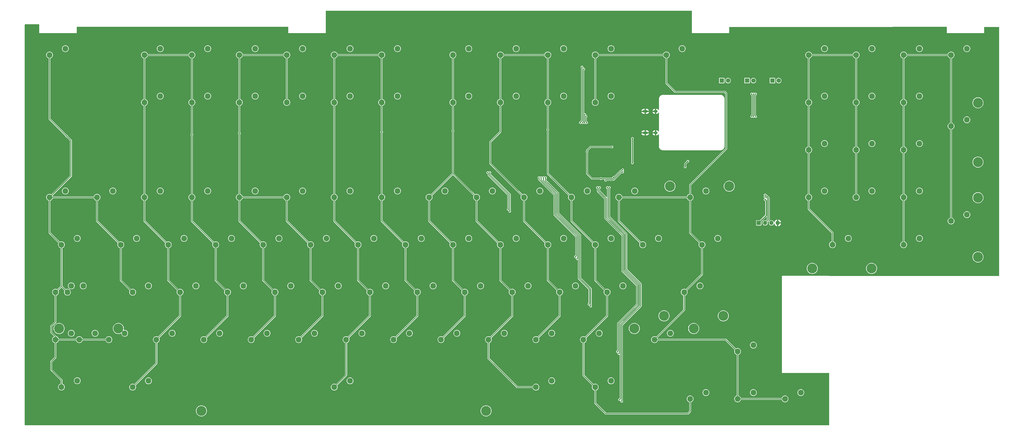
<source format=gtl>
%TF.GenerationSoftware,KiCad,Pcbnew,(7.0.0-0)*%
%TF.CreationDate,2024-01-31T16:00:13-05:00*%
%TF.ProjectId,TKL,544b4c2e-6b69-4636-9164-5f7063625858,rev?*%
%TF.SameCoordinates,Original*%
%TF.FileFunction,Copper,L1,Top*%
%TF.FilePolarity,Positive*%
%FSLAX46Y46*%
G04 Gerber Fmt 4.6, Leading zero omitted, Abs format (unit mm)*
G04 Created by KiCad (PCBNEW (7.0.0-0)) date 2024-01-31 16:00:13*
%MOMM*%
%LPD*%
G01*
G04 APERTURE LIST*
%TA.AperFunction,ComponentPad*%
%ADD10C,2.300000*%
%TD*%
%TA.AperFunction,ComponentPad*%
%ADD11C,4.000000*%
%TD*%
%TA.AperFunction,ComponentPad*%
%ADD12R,1.700000X1.700000*%
%TD*%
%TA.AperFunction,ComponentPad*%
%ADD13O,1.700000X1.700000*%
%TD*%
%TA.AperFunction,ComponentPad*%
%ADD14R,1.800000X1.800000*%
%TD*%
%TA.AperFunction,ComponentPad*%
%ADD15C,1.800000*%
%TD*%
%TA.AperFunction,ComponentPad*%
%ADD16O,1.600000X1.000000*%
%TD*%
%TA.AperFunction,ComponentPad*%
%ADD17O,2.100000X1.000000*%
%TD*%
%TA.AperFunction,ViaPad*%
%ADD18C,0.600000*%
%TD*%
%TA.AperFunction,Conductor*%
%ADD19C,0.300000*%
%TD*%
%TA.AperFunction,Conductor*%
%ADD20C,0.381000*%
%TD*%
G04 APERTURE END LIST*
D10*
X346233750Y-280782950D03*
X352583750Y-278242950D03*
X227171250Y-318882950D03*
X233521250Y-316342950D03*
X365283750Y-223632950D03*
X371633750Y-221092950D03*
X184308750Y-204582950D03*
X190658750Y-202042950D03*
X355758750Y-261732950D03*
X362108750Y-259192950D03*
X384333750Y-280782950D03*
X390683750Y-278242950D03*
X460533750Y-323645450D03*
X466883750Y-321105450D03*
X403383750Y-337978750D03*
X409733750Y-335438750D03*
D11*
X419100000Y-314437950D03*
X442912500Y-314437950D03*
D10*
X279558750Y-223632950D03*
X285908750Y-221092950D03*
X212883750Y-280782950D03*
X219233750Y-278242950D03*
X446246250Y-280782950D03*
X452596250Y-278242950D03*
X403383750Y-223632950D03*
X409733750Y-221092950D03*
X370046250Y-299832950D03*
X376396250Y-297292950D03*
D11*
X557053750Y-223791700D03*
X557053750Y-247604200D03*
D10*
X231933750Y-280782950D03*
X238283750Y-278242950D03*
X241458750Y-204582950D03*
X247808750Y-202042950D03*
X489108750Y-223632950D03*
X495458750Y-221092950D03*
X250983750Y-280782950D03*
X257333750Y-278242950D03*
X546258750Y-271257950D03*
X552608750Y-268717950D03*
X260508750Y-223632950D03*
X266858750Y-221092950D03*
X289083750Y-280782950D03*
X295433750Y-278242950D03*
X422433750Y-280782950D03*
X428783750Y-278242950D03*
X489108750Y-204582950D03*
X495458750Y-202042950D03*
X431958750Y-204582950D03*
X438308750Y-202042950D03*
X460533750Y-342695450D03*
X466883750Y-340155450D03*
X412908750Y-261732950D03*
X419258750Y-259192950D03*
X241458750Y-261732950D03*
X247808750Y-259192950D03*
X441483750Y-342695450D03*
X447833750Y-340155450D03*
X489108750Y-261732950D03*
X495458750Y-259192950D03*
X498633750Y-280782950D03*
X504983750Y-278242950D03*
X393858750Y-261732950D03*
X400208750Y-259192950D03*
X365283750Y-204582950D03*
X371633750Y-202042950D03*
X546258750Y-233157950D03*
X552608750Y-230617950D03*
D11*
X433387500Y-257287950D03*
X457200000Y-257287950D03*
D10*
X331946250Y-299832950D03*
X338296250Y-297292950D03*
X293846250Y-299832950D03*
X300196250Y-297292950D03*
X274796250Y-299832950D03*
X281146250Y-297292950D03*
X508158750Y-261732950D03*
X514508750Y-259192950D03*
D11*
X557053750Y-261891700D03*
X557053750Y-285704200D03*
D10*
X217646250Y-299832950D03*
X223996250Y-297292950D03*
X298608750Y-337978750D03*
X304958750Y-335438750D03*
X279558750Y-261732950D03*
X285908750Y-259192950D03*
X186690000Y-318882950D03*
X193040000Y-316342950D03*
X222408750Y-261732950D03*
X228758750Y-259192950D03*
X203358750Y-261732950D03*
X209708750Y-259192950D03*
X317658750Y-223632950D03*
X324008750Y-221092950D03*
X365283750Y-280782950D03*
X371633750Y-278242950D03*
X384333750Y-223632950D03*
X390683750Y-221092950D03*
X236696250Y-299832950D03*
X243046250Y-297292950D03*
X217646250Y-337978750D03*
X223996250Y-335438750D03*
X189071250Y-337932950D03*
X195421250Y-335392950D03*
X317658750Y-261732950D03*
X324008750Y-259192950D03*
X527208750Y-280782950D03*
X533558750Y-278242950D03*
X260508750Y-204582950D03*
X266858750Y-202042950D03*
X508158750Y-223632950D03*
X514508750Y-221092950D03*
X222408750Y-223632950D03*
X228758750Y-221092950D03*
X270033750Y-280782950D03*
X276383750Y-278242950D03*
X441483750Y-261732950D03*
X447833750Y-259192950D03*
X241458750Y-223632950D03*
X247808750Y-221092950D03*
X222408750Y-204582950D03*
X228758750Y-202042950D03*
X389096250Y-299832950D03*
X395446250Y-297292950D03*
X298608750Y-204582950D03*
X304958750Y-202042950D03*
X184308750Y-261732950D03*
X190658750Y-259192950D03*
X284321250Y-318882950D03*
X290671250Y-316342950D03*
X246221250Y-318882950D03*
X252571250Y-316342950D03*
X360521250Y-318882950D03*
X366871250Y-316342950D03*
D12*
X469042749Y-272019949D03*
D13*
X471582749Y-272019949D03*
X474122749Y-272019949D03*
X476662749Y-272019949D03*
D10*
X508158750Y-204582950D03*
X514508750Y-202042950D03*
X317658750Y-204582950D03*
X324008750Y-202042950D03*
X346233750Y-204582950D03*
X352583750Y-202042950D03*
X350996250Y-299832950D03*
X357346250Y-297292950D03*
X546258750Y-204582950D03*
X552608750Y-202042950D03*
X384333750Y-204582950D03*
X390683750Y-202042950D03*
X439102500Y-299832950D03*
X445452500Y-297292950D03*
X527208750Y-204582950D03*
X533558750Y-202042950D03*
X298608750Y-223632950D03*
X304958750Y-221092950D03*
X508158750Y-242682950D03*
X514508750Y-240142950D03*
X403383750Y-204582950D03*
X409733750Y-202042950D03*
D11*
X359568750Y-347503750D03*
X245268750Y-347503750D03*
D14*
X464338749Y-214869949D03*
D15*
X466878750Y-214869950D03*
D14*
X474498749Y-214869949D03*
D15*
X477038750Y-214869950D03*
D10*
X322421250Y-318882950D03*
X328771250Y-316342950D03*
X298608750Y-261732950D03*
X304958750Y-259192950D03*
X489108750Y-242682950D03*
X495458750Y-240142950D03*
X408146250Y-299832950D03*
X414496250Y-297292950D03*
X479583750Y-342695450D03*
X485933750Y-340155450D03*
X327183750Y-280782950D03*
X333533750Y-278242950D03*
X312896250Y-299832950D03*
X319246250Y-297292950D03*
X346233750Y-223632950D03*
X352583750Y-221092950D03*
X379571250Y-318882950D03*
X385921250Y-316342950D03*
X255746250Y-299832950D03*
X262096250Y-297292950D03*
X374808750Y-261732950D03*
X381158750Y-259192950D03*
X527208750Y-242682950D03*
X533558750Y-240142950D03*
X427196250Y-318882950D03*
X433546250Y-316342950D03*
X208121250Y-318882950D03*
X214471250Y-316342950D03*
X279558750Y-204582950D03*
X285908750Y-202042950D03*
X196215000Y-318882950D03*
X202565000Y-316342950D03*
X379571250Y-337978750D03*
X385921250Y-335438750D03*
D14*
X454178749Y-214869949D03*
D15*
X456718750Y-214869950D03*
D10*
X303371250Y-318882950D03*
X309721250Y-316342950D03*
X527208750Y-261732950D03*
X533558750Y-259192950D03*
X403383750Y-280782950D03*
X409733750Y-278242950D03*
D11*
X514350000Y-290307950D03*
X490537500Y-290307950D03*
D10*
X189071250Y-280782950D03*
X195421250Y-278242950D03*
X260508750Y-261732950D03*
X266858750Y-259192950D03*
X191452500Y-299832950D03*
X197802500Y-297292950D03*
X341471250Y-318882950D03*
X347821250Y-316342950D03*
D11*
X188118750Y-314437950D03*
X211931250Y-314437950D03*
D10*
X398621250Y-318882950D03*
X404971250Y-316342950D03*
X308133750Y-280782950D03*
X314483750Y-278242950D03*
X336708750Y-261732950D03*
X343058750Y-259192950D03*
D11*
X454818750Y-309357950D03*
X431006250Y-309357950D03*
D10*
X186690000Y-299832950D03*
X193040000Y-297292950D03*
X527208750Y-223632950D03*
X533558750Y-221092950D03*
X265271250Y-318882950D03*
X271621250Y-316342950D03*
D16*
X427637499Y-227220573D03*
D17*
X423457499Y-227220573D03*
D16*
X427637499Y-235860573D03*
D17*
X423457499Y-235860573D03*
D18*
X407574750Y-254889450D03*
X414432750Y-251572950D03*
X418745250Y-229857824D03*
X413747751Y-238147697D03*
X406685750Y-254889450D03*
X413747751Y-240052697D03*
X411982501Y-239512947D03*
X404653750Y-249540950D03*
X420909750Y-228331950D03*
X402875750Y-243317950D03*
X414178750Y-249286950D03*
X418242750Y-237094950D03*
X399192750Y-244460950D03*
X472852750Y-211948950D03*
X411257750Y-251826950D03*
X404526750Y-244460950D03*
X462692750Y-211948950D03*
X419639750Y-233919950D03*
X409606750Y-249667950D03*
X420782750Y-235062950D03*
X409479750Y-239634950D03*
X409352750Y-244460950D03*
X418314750Y-254271700D03*
X402875750Y-240650950D03*
X452405750Y-211948950D03*
X416713250Y-229984824D03*
X400081750Y-243444950D03*
X405669750Y-254239950D03*
X414432750Y-250683950D03*
X410098875Y-241524075D03*
X410749750Y-253731950D03*
X471582750Y-262621950D03*
X439509750Y-249540950D03*
X418306250Y-238079200D03*
X418306250Y-247932826D03*
X440594750Y-247252950D03*
X191135000Y-237126700D03*
X241458750Y-236586950D03*
X260508750Y-236078950D03*
X317658750Y-235570950D03*
X346233750Y-235062950D03*
X384333750Y-234554950D03*
X398080500Y-209416719D03*
X397414750Y-231760950D03*
X398303750Y-231760950D03*
X398811750Y-210216200D03*
X399134299Y-231760950D03*
X399207250Y-228466719D03*
X399723019Y-229266200D03*
X399933802Y-231760950D03*
X360203750Y-251826950D03*
X368421981Y-266566719D03*
X361092750Y-251826950D03*
X369071481Y-267366200D03*
X395413500Y-285616720D03*
X380777750Y-253858950D03*
X396122480Y-286416200D03*
X381666750Y-253858950D03*
X383459517Y-253873717D03*
X401583480Y-305466200D03*
X404272750Y-257795950D03*
X412273750Y-323708950D03*
X405161750Y-257795950D03*
X412908750Y-324516200D03*
X466173744Y-220235175D03*
X466211247Y-229278172D03*
X467010750Y-229278172D03*
X466973247Y-220235175D03*
X413162750Y-343008300D03*
X408209750Y-257795950D03*
X382555750Y-253858950D03*
X400874500Y-304666720D03*
X414051750Y-343657800D03*
X409098750Y-257795950D03*
X467810253Y-229278172D03*
X467772750Y-220235175D03*
X471582750Y-261605950D03*
X471582750Y-260806447D03*
D19*
X414432750Y-251572950D02*
X413869178Y-251572950D01*
X407574750Y-254747950D02*
X407574750Y-254889450D01*
X413869178Y-251572950D02*
X410702659Y-254739469D01*
X407583230Y-254739470D02*
X407574750Y-254747950D01*
X410702659Y-254739469D02*
X407583230Y-254739470D01*
X400081750Y-242936950D02*
X401494625Y-241524075D01*
X413916270Y-251073430D02*
X413662271Y-251073430D01*
X411003750Y-253731950D02*
X410749750Y-253731950D01*
X405669750Y-254239950D02*
X410495750Y-254239950D01*
X410495750Y-254239950D02*
X410749750Y-253985950D01*
X405669750Y-254239950D02*
X402113750Y-254239950D01*
X400081750Y-252207950D02*
X400081750Y-243444950D01*
X410749750Y-253985950D02*
X410749750Y-253731950D01*
X414432750Y-250683950D02*
X414305750Y-250683950D01*
X402113750Y-254239950D02*
X400081750Y-252207950D01*
X400081750Y-243444950D02*
X400081750Y-242936950D01*
X401494625Y-241524075D02*
X410098875Y-241524075D01*
X413662271Y-251073430D02*
X411003750Y-253731950D01*
X414305750Y-250683950D02*
X413916270Y-251073430D01*
D20*
X472058730Y-263097930D02*
X472058730Y-269003970D01*
X418306250Y-247932826D02*
X418306250Y-238079200D01*
X439509750Y-248337950D02*
X439509750Y-249540950D01*
X471582750Y-262621950D02*
X472058730Y-263097930D01*
X440594750Y-247252950D02*
X439509750Y-248337950D01*
X472058730Y-269003970D02*
X469042750Y-272019950D01*
D19*
X184943750Y-330947950D02*
X189071250Y-335075450D01*
X186690000Y-311739200D02*
X184943750Y-313485450D01*
X184308750Y-261732950D02*
X184308750Y-276020450D01*
X189071250Y-335075450D02*
X189071250Y-337932950D01*
X196215000Y-318882950D02*
X208121250Y-318882950D01*
X184308750Y-204582950D02*
X184308750Y-230300450D01*
X184943750Y-313485450D02*
X184943750Y-315866700D01*
X203358750Y-271257950D02*
X212883750Y-280782950D01*
X192881250Y-253160450D02*
X184308750Y-261732950D01*
X184308750Y-230300450D02*
X191135000Y-237126700D01*
X212883750Y-295070450D02*
X217646250Y-299832950D01*
X184943750Y-327772950D02*
X184943750Y-330947950D01*
X191135000Y-237126700D02*
X192881250Y-238872950D01*
X184308750Y-276020450D02*
X189071250Y-280782950D01*
X186690000Y-317612950D02*
X186690000Y-318882950D01*
X191452500Y-299832950D02*
X189071250Y-297451700D01*
X184308750Y-261732950D02*
X203358750Y-261732950D01*
X189071250Y-280782950D02*
X189071250Y-297451700D01*
X186690000Y-318882950D02*
X196215000Y-318882950D01*
X203358750Y-261732950D02*
X203358750Y-271257950D01*
X189071250Y-297451700D02*
X186690000Y-299832950D01*
X192881250Y-238872950D02*
X192881250Y-253160450D01*
X186690000Y-326026700D02*
X184943750Y-327772950D01*
X186690000Y-318882950D02*
X186690000Y-326026700D01*
X184943750Y-315866700D02*
X186690000Y-317612950D01*
X186690000Y-299832950D02*
X186690000Y-311739200D01*
X212883750Y-280782950D02*
X212883750Y-295070450D01*
X231933750Y-280782950D02*
X231933750Y-295070450D01*
X241458750Y-204582950D02*
X222408750Y-204582950D01*
X222408750Y-223632950D02*
X222408750Y-261732950D01*
X241458750Y-204582950D02*
X241458750Y-223632950D01*
X222408750Y-271257950D02*
X231933750Y-280782950D01*
X236696250Y-299832950D02*
X236696250Y-309357950D01*
X227171250Y-328453750D02*
X217646250Y-337978750D01*
X241458750Y-223632950D02*
X241458750Y-236586950D01*
X222408750Y-204582950D02*
X222408750Y-223632950D01*
X255746250Y-299832950D02*
X250983750Y-295070450D01*
X241458750Y-236586950D02*
X241458750Y-261732950D01*
X227171250Y-318882950D02*
X227171250Y-328453750D01*
X246221250Y-318882950D02*
X255746250Y-309357950D01*
X236696250Y-309357950D02*
X227171250Y-318882950D01*
X222408750Y-261732950D02*
X222408750Y-271257950D01*
X255746250Y-309357950D02*
X255746250Y-299832950D01*
X231933750Y-295070450D02*
X236696250Y-299832950D01*
X241458750Y-271257950D02*
X241458750Y-261732950D01*
X250983750Y-280782950D02*
X241458750Y-271257950D01*
X250983750Y-295070450D02*
X250983750Y-280782950D01*
X270033750Y-280782950D02*
X270033750Y-295070450D01*
X279558750Y-271257950D02*
X289083750Y-280782950D01*
X260508750Y-223632950D02*
X260508750Y-236078950D01*
X260508750Y-204582950D02*
X260508750Y-223632950D01*
X260508750Y-236078950D02*
X260508750Y-261732950D01*
X260508750Y-271257950D02*
X270033750Y-280782950D01*
X279558750Y-261732950D02*
X279558750Y-271257950D01*
X289083750Y-295070450D02*
X289083750Y-280782950D01*
X270033750Y-295070450D02*
X274796250Y-299832950D01*
X260508750Y-261732950D02*
X279558750Y-261732950D01*
X293846250Y-309357950D02*
X293846250Y-299832950D01*
X260508750Y-261732950D02*
X260508750Y-271257950D01*
X274796250Y-309357950D02*
X265271250Y-318882950D01*
X284321250Y-318882950D02*
X293846250Y-309357950D01*
X274796250Y-299832950D02*
X274796250Y-309357950D01*
X279558750Y-204582950D02*
X279558750Y-223632950D01*
X260508750Y-204582950D02*
X279558750Y-204582950D01*
X293846250Y-299832950D02*
X289083750Y-295070450D01*
X308133750Y-295070450D02*
X312896250Y-299832950D01*
X298608750Y-261732950D02*
X298608750Y-271257950D01*
X298608750Y-204582950D02*
X298608750Y-223632950D01*
X317658750Y-235570950D02*
X317658750Y-261732950D01*
X327183750Y-295070450D02*
X327183750Y-280782950D01*
X298608750Y-271257950D02*
X308133750Y-280782950D01*
X298608750Y-223632950D02*
X298608750Y-261732950D01*
X317658750Y-223632950D02*
X317658750Y-235570950D01*
X312896250Y-299832950D02*
X312896250Y-309357950D01*
X317658750Y-261732950D02*
X317658750Y-271257950D01*
X303371250Y-318882950D02*
X303371250Y-333216250D01*
X317658750Y-271257950D02*
X327183750Y-280782950D01*
X331946250Y-309357950D02*
X331946250Y-299832950D01*
X303371250Y-333216250D02*
X298608750Y-337978750D01*
X317658750Y-204582950D02*
X317658750Y-223632950D01*
X298608750Y-204582950D02*
X317658750Y-204582950D01*
X331946250Y-299832950D02*
X327183750Y-295070450D01*
X308133750Y-280782950D02*
X308133750Y-295070450D01*
X322421250Y-318882950D02*
X331946250Y-309357950D01*
X312896250Y-309357950D02*
X303371250Y-318882950D01*
X360521250Y-318882950D02*
X370046250Y-309357950D01*
X355758750Y-261732950D02*
X346233750Y-252207950D01*
X350996250Y-299832950D02*
X350996250Y-309357950D01*
X346233750Y-280782950D02*
X346233750Y-295070450D01*
X336708750Y-271257950D02*
X346233750Y-280782950D01*
X360521250Y-326439450D02*
X372060550Y-337978750D01*
X370046250Y-309357950D02*
X370046250Y-299832950D01*
X346233750Y-204582950D02*
X346233750Y-223632950D01*
X355758750Y-271257950D02*
X355758750Y-261732950D01*
X336708750Y-261732950D02*
X336708750Y-271257950D01*
X346233750Y-252207950D02*
X336708750Y-261732950D01*
X372060550Y-337978750D02*
X379571250Y-337978750D01*
X360521250Y-318882950D02*
X360521250Y-326439450D01*
X350996250Y-309357950D02*
X341471250Y-318882950D01*
X346233750Y-223632950D02*
X346233750Y-235062950D01*
X346233750Y-295070450D02*
X350996250Y-299832950D01*
X365283750Y-280782950D02*
X355758750Y-271257950D01*
X370046250Y-299832950D02*
X365283750Y-295070450D01*
X365283750Y-295070450D02*
X365283750Y-280782950D01*
X346233750Y-235062950D02*
X346233750Y-252207950D01*
X403383750Y-280782950D02*
X403383750Y-295070450D01*
X408146250Y-299832950D02*
X408146250Y-309357950D01*
X398621250Y-333216250D02*
X403383750Y-337978750D01*
X441483750Y-347711950D02*
X441483750Y-342695450D01*
X403383750Y-295070450D02*
X408146250Y-299832950D01*
X365283750Y-235443950D02*
X361219750Y-239507950D01*
X384333750Y-204582950D02*
X384333750Y-223632950D01*
X393858750Y-271257950D02*
X403383750Y-280782950D01*
X384333750Y-252207950D02*
X393858750Y-261732950D01*
X440594750Y-348600950D02*
X441483750Y-347711950D01*
X384333750Y-280782950D02*
X384333750Y-295070450D01*
X361219750Y-248143950D02*
X374808750Y-261732950D01*
X365283750Y-204582950D02*
X384333750Y-204582950D01*
X365283750Y-223632950D02*
X365283750Y-235443950D01*
X398621250Y-318882950D02*
X398621250Y-333216250D01*
X384333750Y-234554950D02*
X384333750Y-252207950D01*
X389096250Y-299832950D02*
X389096250Y-309357950D01*
X384333750Y-295070450D02*
X389096250Y-299832950D01*
X403383750Y-337978750D02*
X403383750Y-344409950D01*
X407574750Y-348600950D02*
X440594750Y-348600950D01*
X361219750Y-239507950D02*
X361219750Y-248143950D01*
X374808750Y-271257950D02*
X384333750Y-280782950D01*
X393858750Y-261732950D02*
X393858750Y-271257950D01*
X389096250Y-309357950D02*
X379571250Y-318882950D01*
X403383750Y-344409950D02*
X407574750Y-348600950D01*
X365283750Y-204582950D02*
X365283750Y-223632950D01*
X408146250Y-309357950D02*
X398621250Y-318882950D01*
X384333750Y-223632950D02*
X384333750Y-234554950D01*
X374808750Y-261732950D02*
X374808750Y-271257950D01*
X427196250Y-318882950D02*
X455771250Y-318882950D01*
X431958750Y-215885950D02*
X435514750Y-219441950D01*
X439102500Y-299832950D02*
X439102500Y-306976700D01*
X441483750Y-261732950D02*
X441483750Y-276020450D01*
X403383750Y-204582950D02*
X403383750Y-223632950D01*
X403383750Y-204582950D02*
X431958750Y-204582950D01*
X455771250Y-318882950D02*
X460533750Y-323645450D01*
X446246250Y-292689200D02*
X439102500Y-299832950D01*
X441483750Y-261732950D02*
X412908750Y-261732950D01*
X412908750Y-271257950D02*
X422433750Y-280782950D01*
X446246250Y-280782950D02*
X446246250Y-292689200D01*
X431958750Y-204582950D02*
X431958750Y-215885950D01*
X455961750Y-242301950D02*
X441483750Y-256779950D01*
X460533750Y-323645450D02*
X460533750Y-342695450D01*
X441483750Y-276020450D02*
X446246250Y-280782950D01*
X439102500Y-306976700D02*
X427196250Y-318882950D01*
X412908750Y-261732950D02*
X412908750Y-271257950D01*
X455453750Y-219441950D02*
X455961750Y-219949950D01*
X441483750Y-256779950D02*
X441483750Y-261732950D01*
X435514750Y-219441950D02*
X455453750Y-219441950D01*
X455961750Y-219949950D02*
X455961750Y-242301950D01*
X460533750Y-342695450D02*
X479583750Y-342695450D01*
X489108750Y-261732950D02*
X489108750Y-266431950D01*
X489108750Y-223632950D02*
X489108750Y-242682950D01*
X489108750Y-266431950D02*
X498633750Y-275956950D01*
X489108750Y-204582950D02*
X508158750Y-204582950D01*
X489108750Y-242682950D02*
X489108750Y-261732950D01*
X508158750Y-223632950D02*
X508158750Y-242682950D01*
X489108750Y-204582950D02*
X489108750Y-223632950D01*
X508158750Y-204582950D02*
X508158750Y-223632950D01*
X508158750Y-242682950D02*
X508158750Y-261732950D01*
X498633750Y-275956950D02*
X498633750Y-280782950D01*
X546258750Y-204582950D02*
X546258750Y-233157950D01*
X527208750Y-223632950D02*
X527208750Y-242682950D01*
X527208750Y-204582950D02*
X527208750Y-223632950D01*
X546258750Y-233157950D02*
X546258750Y-271257950D01*
X527208750Y-242682950D02*
X527208750Y-261732950D01*
X527208750Y-204582950D02*
X546258750Y-204582950D01*
X527208750Y-261732950D02*
X527208750Y-280782950D01*
X397414750Y-231642430D02*
X398058230Y-230998950D01*
X398058230Y-209438989D02*
X398080500Y-209416719D01*
X397414750Y-231760950D02*
X397414750Y-231642430D01*
X398058230Y-230998950D02*
X398058230Y-209438989D01*
X398557750Y-210470200D02*
X398557750Y-231418951D01*
X398557750Y-231418951D02*
X398303750Y-231672951D01*
X398811750Y-210216200D02*
X398557750Y-210470200D01*
X398303750Y-231672951D02*
X398303750Y-231760950D01*
X399057270Y-228616699D02*
X399207250Y-228466719D01*
X399134299Y-231760950D02*
X399057270Y-231683921D01*
X399057270Y-231683921D02*
X399057270Y-228616699D01*
X399559298Y-229429921D02*
X399723019Y-229266200D01*
X399559298Y-231267401D02*
X399559298Y-229429921D01*
X399933802Y-231641905D02*
X399559298Y-231267401D01*
X399933802Y-231760950D02*
X399933802Y-231641905D01*
X360593230Y-252245978D02*
X360593230Y-252795858D01*
X368421981Y-260624609D02*
X368421981Y-266566719D01*
X360203750Y-251826950D02*
X360203750Y-251856498D01*
X360203750Y-251856498D02*
X360593230Y-252245978D01*
X360593230Y-252795858D02*
X368421981Y-260624609D01*
X361092750Y-251826950D02*
X361092750Y-252588950D01*
X361092750Y-252588950D02*
X369071481Y-260567681D01*
X369071481Y-260567681D02*
X369071481Y-267366200D01*
X395772230Y-285257990D02*
X395413500Y-285616720D01*
X387000750Y-260716950D02*
X387000750Y-268717950D01*
X380777750Y-254493950D02*
X387000750Y-260716950D01*
X380777750Y-253858950D02*
X380777750Y-254493950D01*
X395772230Y-277489430D02*
X395772230Y-285257990D01*
X387000750Y-268717950D02*
X395772230Y-277489430D01*
X381666750Y-253858950D02*
X381666750Y-254676522D01*
X381666750Y-254676522D02*
X387500269Y-260510041D01*
X387500269Y-268511041D02*
X396271750Y-277282522D01*
X387500269Y-260510041D02*
X387500269Y-268511041D01*
X396271750Y-286266930D02*
X396122480Y-286416200D01*
X396271750Y-277282522D02*
X396271750Y-286266930D01*
X401583480Y-298469253D02*
X401583480Y-305466200D01*
X397287750Y-294173522D02*
X401583480Y-298469253D01*
X383459517Y-255056433D02*
X388499309Y-260096227D01*
X388499309Y-260096227D02*
X388499308Y-260510043D01*
X397287750Y-276885666D02*
X397287750Y-294173522D01*
X388499308Y-260510043D02*
X388499308Y-268097224D01*
X383459517Y-253873717D02*
X383459517Y-255056433D01*
X388499308Y-268097224D02*
X397287750Y-276885666D01*
X404272750Y-257795950D02*
X404408230Y-257931430D01*
X412558501Y-312375199D02*
X412558500Y-323424200D01*
X407432500Y-262352699D02*
X407432500Y-270099700D01*
X420147750Y-297165950D02*
X420147750Y-304785950D01*
X407432500Y-270099700D02*
X414305750Y-276972950D01*
X414305750Y-291323950D02*
X420147750Y-297165950D01*
X414305750Y-276972950D02*
X414305750Y-291323950D01*
X404408230Y-259328429D02*
X407432500Y-262352699D01*
X420147750Y-304785950D02*
X412558501Y-312375199D01*
X412558500Y-323424200D02*
X412273750Y-323708950D01*
X404408230Y-257931430D02*
X404408230Y-259328429D01*
X412908750Y-324516200D02*
X413058020Y-324366930D01*
X420647269Y-304992859D02*
X420647269Y-296959041D01*
X413058020Y-324366930D02*
X413058020Y-312582108D01*
X404907750Y-259121522D02*
X404907750Y-258049950D01*
X420647269Y-296959041D02*
X414805269Y-291117041D01*
X407932500Y-262146272D02*
X404907750Y-259121522D01*
X407932500Y-269893273D02*
X407932500Y-262146272D01*
X404907750Y-258049950D02*
X405161750Y-257795950D01*
X414805270Y-276766043D02*
X407932500Y-269893273D01*
X413058020Y-312582108D02*
X420647269Y-304992859D01*
X414805269Y-291117041D02*
X414805270Y-276766043D01*
X466173744Y-220354220D02*
X466173744Y-220235175D01*
X466211247Y-229159127D02*
X466511230Y-228859144D01*
X466211247Y-229278172D02*
X466211247Y-229159127D01*
X466511230Y-228859144D02*
X466511230Y-220691706D01*
X466511230Y-220691706D02*
X466173744Y-220354220D01*
X467010750Y-220272678D02*
X466973247Y-220235175D01*
X467010750Y-229278172D02*
X467010750Y-220272678D01*
X413543750Y-326248950D02*
X413558261Y-326234439D01*
X413543750Y-342627300D02*
X413543750Y-326248950D01*
X421146789Y-296752134D02*
X415304789Y-290910133D01*
X413558261Y-326234439D02*
X413558261Y-324247163D01*
X408463750Y-258049950D02*
X408209750Y-257795950D01*
X415304789Y-290910133D02*
X415304790Y-276559136D01*
X415304790Y-276559136D02*
X408463750Y-269718095D01*
X421146788Y-305199768D02*
X421146789Y-296752134D01*
X413558261Y-324247163D02*
X413557540Y-324246442D01*
X413162750Y-343008300D02*
X413543750Y-342627300D01*
X413557540Y-324246442D02*
X413557540Y-312789016D01*
X413557540Y-312789016D02*
X421146788Y-305199768D01*
X408463750Y-269718095D02*
X408463750Y-258049950D01*
X396779750Y-277084094D02*
X396779750Y-294371950D01*
X387999789Y-268304133D02*
X396779750Y-277084094D01*
X382555750Y-254859094D02*
X387999789Y-260303134D01*
X401083960Y-298676160D02*
X401083960Y-304457260D01*
X382555750Y-253858950D02*
X382555750Y-254859094D01*
X396779750Y-294371950D02*
X401083960Y-298676160D01*
X387999789Y-260303134D02*
X387999789Y-268304133D01*
X401083960Y-304457260D02*
X400874500Y-304666720D01*
X414057781Y-334235439D02*
X414057781Y-322693671D01*
X414043270Y-334249950D02*
X414057781Y-334235439D01*
X408963270Y-269511187D02*
X408963270Y-257931430D01*
X414057060Y-322692950D02*
X414057060Y-312995924D01*
X415804310Y-276352229D02*
X408963270Y-269511187D01*
X414057781Y-322693671D02*
X414057060Y-322692950D01*
X421646308Y-305406675D02*
X421646308Y-296545225D01*
X414057060Y-312995924D02*
X421646308Y-305406675D01*
X414051750Y-342377950D02*
X414043270Y-342369470D01*
X414051750Y-343657800D02*
X414051750Y-342377950D01*
X415804309Y-290703225D02*
X415804310Y-276352229D01*
X408963270Y-257931430D02*
X409098750Y-257795950D01*
X414043270Y-342369470D02*
X414043270Y-334249950D01*
X421646308Y-296545225D02*
X415804309Y-290703225D01*
X467772750Y-220235175D02*
X467772750Y-220354220D01*
X467510270Y-228859144D02*
X467810253Y-229159127D01*
X467510270Y-220616700D02*
X467510270Y-228859144D01*
X467810253Y-229159127D02*
X467810253Y-229278172D01*
X467772750Y-220354220D02*
X467510270Y-220616700D01*
X472598750Y-271003950D02*
X471582750Y-272019950D01*
X471582750Y-261605950D02*
X471963750Y-261605950D01*
X472598750Y-262240950D02*
X472598750Y-271003950D01*
X471963750Y-261605950D02*
X472598750Y-262240950D01*
X471582750Y-260806447D02*
X471732253Y-260955950D01*
X471732253Y-260955950D02*
X472020856Y-260955950D01*
X472020856Y-260955950D02*
X473098750Y-262033844D01*
X473098750Y-262033844D02*
X473098750Y-270995950D01*
X473098750Y-270995950D02*
X474122750Y-272019950D01*
%TA.AperFunction,Conductor*%
G36*
X368544487Y-186797191D02*
G01*
X442076757Y-186802193D01*
X442126254Y-186815459D01*
X442162488Y-186851695D01*
X442175750Y-186901193D01*
X442175750Y-195801601D01*
X442175709Y-195801700D01*
X442175750Y-195801799D01*
X442175867Y-195802083D01*
X442176250Y-195802241D01*
X442176349Y-195802200D01*
X457176150Y-195812199D01*
X457176250Y-195812241D01*
X457176633Y-195812083D01*
X457176750Y-195811799D01*
X457176791Y-195811700D01*
X457176750Y-195811601D01*
X457176750Y-193411189D01*
X457190012Y-193361692D01*
X457226243Y-193325456D01*
X457275739Y-193312189D01*
X500700467Y-193307219D01*
X544457990Y-193302211D01*
X544507493Y-193315471D01*
X544543735Y-193351708D01*
X544557000Y-193401211D01*
X544557000Y-195801601D01*
X544556959Y-195801700D01*
X544557000Y-195801799D01*
X544557117Y-195802083D01*
X544557500Y-195802241D01*
X544557599Y-195802200D01*
X559557400Y-195812199D01*
X559557500Y-195812241D01*
X559557883Y-195812083D01*
X559558000Y-195811799D01*
X559558041Y-195811700D01*
X559558000Y-195811601D01*
X559558000Y-193411200D01*
X559571263Y-193361700D01*
X559607500Y-193325463D01*
X559657000Y-193312200D01*
X565478000Y-193312200D01*
X565527500Y-193325463D01*
X565563737Y-193361700D01*
X565577000Y-193411200D01*
X565577000Y-293222155D01*
X565563729Y-293271668D01*
X565527474Y-293307907D01*
X565477956Y-293321154D01*
X516481568Y-293298689D01*
X478345773Y-293281204D01*
X478345771Y-293281204D01*
X478336349Y-293281200D01*
X478336250Y-293281159D01*
X478336151Y-293281200D01*
X478335867Y-293281317D01*
X478335709Y-293281700D01*
X478335750Y-293281799D01*
X478335750Y-332281601D01*
X478335709Y-332281700D01*
X478335750Y-332281799D01*
X478335867Y-332282083D01*
X478336250Y-332282241D01*
X478336349Y-332282200D01*
X497236750Y-332282200D01*
X497286250Y-332295463D01*
X497322487Y-332331700D01*
X497335750Y-332381200D01*
X497335750Y-353182200D01*
X497322487Y-353231700D01*
X497286250Y-353267937D01*
X497236750Y-353281200D01*
X174435750Y-353281200D01*
X174386250Y-353267937D01*
X174350013Y-353231700D01*
X174336750Y-353182200D01*
X174336750Y-347503750D01*
X243063528Y-347503750D01*
X243063740Y-347506984D01*
X243081007Y-347770438D01*
X243082394Y-347791589D01*
X243083022Y-347794748D01*
X243083024Y-347794760D01*
X243138037Y-348071329D01*
X243138039Y-348071338D01*
X243138669Y-348074503D01*
X243139707Y-348077561D01*
X243139709Y-348077568D01*
X243230349Y-348344584D01*
X243230352Y-348344591D01*
X243231391Y-348347652D01*
X243232820Y-348350551D01*
X243232824Y-348350559D01*
X243357535Y-348603448D01*
X243358972Y-348606361D01*
X243360777Y-348609063D01*
X243360778Y-348609064D01*
X243516582Y-348842242D01*
X243519230Y-348846204D01*
X243521366Y-348848640D01*
X243521371Y-348848646D01*
X243707277Y-349060630D01*
X243709423Y-349063077D01*
X243711869Y-349065222D01*
X243923853Y-349251128D01*
X243923857Y-349251131D01*
X243926296Y-349253270D01*
X244166139Y-349413528D01*
X244424848Y-349541109D01*
X244697997Y-349633831D01*
X244980911Y-349690106D01*
X245268750Y-349708972D01*
X245556589Y-349690106D01*
X245839503Y-349633831D01*
X246112652Y-349541109D01*
X246371361Y-349413528D01*
X246611204Y-349253270D01*
X246828077Y-349063077D01*
X247018270Y-348846204D01*
X247178528Y-348606361D01*
X247306109Y-348347652D01*
X247398831Y-348074503D01*
X247455106Y-347791589D01*
X247473972Y-347503750D01*
X357363528Y-347503750D01*
X357363740Y-347506984D01*
X357381007Y-347770438D01*
X357382394Y-347791589D01*
X357383022Y-347794748D01*
X357383024Y-347794760D01*
X357438037Y-348071329D01*
X357438039Y-348071338D01*
X357438669Y-348074503D01*
X357439707Y-348077561D01*
X357439709Y-348077568D01*
X357530349Y-348344584D01*
X357530352Y-348344591D01*
X357531391Y-348347652D01*
X357532820Y-348350551D01*
X357532824Y-348350559D01*
X357657535Y-348603448D01*
X357658972Y-348606361D01*
X357660777Y-348609063D01*
X357660778Y-348609064D01*
X357816582Y-348842242D01*
X357819230Y-348846204D01*
X357821366Y-348848640D01*
X357821371Y-348848646D01*
X358007277Y-349060630D01*
X358009423Y-349063077D01*
X358011869Y-349065222D01*
X358223853Y-349251128D01*
X358223857Y-349251131D01*
X358226296Y-349253270D01*
X358466139Y-349413528D01*
X358724848Y-349541109D01*
X358997997Y-349633831D01*
X359280911Y-349690106D01*
X359568750Y-349708972D01*
X359856589Y-349690106D01*
X360139503Y-349633831D01*
X360412652Y-349541109D01*
X360671361Y-349413528D01*
X360911204Y-349253270D01*
X361128077Y-349063077D01*
X361318270Y-348846204D01*
X361478528Y-348606361D01*
X361606109Y-348347652D01*
X361698831Y-348074503D01*
X361755106Y-347791589D01*
X361773972Y-347503750D01*
X361755106Y-347215911D01*
X361698831Y-346932997D01*
X361606109Y-346659848D01*
X361478528Y-346401139D01*
X361318270Y-346161296D01*
X361128077Y-345944423D01*
X361125630Y-345942277D01*
X360913646Y-345756371D01*
X360913640Y-345756366D01*
X360911204Y-345754230D01*
X360671361Y-345593972D01*
X360668453Y-345592538D01*
X360668448Y-345592535D01*
X360415559Y-345467824D01*
X360415551Y-345467820D01*
X360412652Y-345466391D01*
X360409591Y-345465352D01*
X360409584Y-345465349D01*
X360142568Y-345374709D01*
X360142561Y-345374707D01*
X360139503Y-345373669D01*
X360136338Y-345373039D01*
X360136329Y-345373037D01*
X359859760Y-345318024D01*
X359859748Y-345318022D01*
X359856589Y-345317394D01*
X359853365Y-345317182D01*
X359853360Y-345317182D01*
X359571984Y-345298740D01*
X359568750Y-345298528D01*
X359565516Y-345298740D01*
X359284139Y-345317182D01*
X359284132Y-345317182D01*
X359280911Y-345317394D01*
X359277753Y-345318022D01*
X359277739Y-345318024D01*
X359001170Y-345373037D01*
X359001157Y-345373040D01*
X358997997Y-345373669D01*
X358994941Y-345374706D01*
X358994931Y-345374709D01*
X358727915Y-345465349D01*
X358727903Y-345465353D01*
X358724848Y-345466391D01*
X358721953Y-345467818D01*
X358721940Y-345467824D01*
X358469051Y-345592535D01*
X358469039Y-345592541D01*
X358466139Y-345593972D01*
X358463443Y-345595773D01*
X358463435Y-345595778D01*
X358228999Y-345752423D01*
X358228989Y-345752430D01*
X358226296Y-345754230D01*
X358223866Y-345756360D01*
X358223853Y-345756371D01*
X358011869Y-345942277D01*
X358011861Y-345942284D01*
X358009423Y-345944423D01*
X358007284Y-345946861D01*
X358007277Y-345946869D01*
X357821371Y-346158853D01*
X357821360Y-346158866D01*
X357819230Y-346161296D01*
X357817430Y-346163989D01*
X357817423Y-346163999D01*
X357660778Y-346398435D01*
X357660773Y-346398443D01*
X357658972Y-346401139D01*
X357657541Y-346404039D01*
X357657535Y-346404051D01*
X357532824Y-346656940D01*
X357532818Y-346656953D01*
X357531391Y-346659848D01*
X357530353Y-346662903D01*
X357530349Y-346662915D01*
X357439709Y-346929931D01*
X357439706Y-346929941D01*
X357438669Y-346932997D01*
X357438040Y-346936157D01*
X357438037Y-346936170D01*
X357383024Y-347212739D01*
X357383022Y-347212753D01*
X357382394Y-347215911D01*
X357363528Y-347503750D01*
X247473972Y-347503750D01*
X247455106Y-347215911D01*
X247398831Y-346932997D01*
X247306109Y-346659848D01*
X247178528Y-346401139D01*
X247018270Y-346161296D01*
X246828077Y-345944423D01*
X246825630Y-345942277D01*
X246613646Y-345756371D01*
X246613640Y-345756366D01*
X246611204Y-345754230D01*
X246371361Y-345593972D01*
X246368453Y-345592538D01*
X246368448Y-345592535D01*
X246115559Y-345467824D01*
X246115551Y-345467820D01*
X246112652Y-345466391D01*
X246109591Y-345465352D01*
X246109584Y-345465349D01*
X245842568Y-345374709D01*
X245842561Y-345374707D01*
X245839503Y-345373669D01*
X245836338Y-345373039D01*
X245836329Y-345373037D01*
X245559760Y-345318024D01*
X245559748Y-345318022D01*
X245556589Y-345317394D01*
X245553365Y-345317182D01*
X245553360Y-345317182D01*
X245271984Y-345298740D01*
X245268750Y-345298528D01*
X245265516Y-345298740D01*
X244984139Y-345317182D01*
X244984132Y-345317182D01*
X244980911Y-345317394D01*
X244977753Y-345318022D01*
X244977739Y-345318024D01*
X244701170Y-345373037D01*
X244701157Y-345373040D01*
X244697997Y-345373669D01*
X244694941Y-345374706D01*
X244694931Y-345374709D01*
X244427915Y-345465349D01*
X244427903Y-345465353D01*
X244424848Y-345466391D01*
X244421953Y-345467818D01*
X244421940Y-345467824D01*
X244169051Y-345592535D01*
X244169039Y-345592541D01*
X244166139Y-345593972D01*
X244163443Y-345595773D01*
X244163435Y-345595778D01*
X243928999Y-345752423D01*
X243928989Y-345752430D01*
X243926296Y-345754230D01*
X243923866Y-345756360D01*
X243923853Y-345756371D01*
X243711869Y-345942277D01*
X243711861Y-345942284D01*
X243709423Y-345944423D01*
X243707284Y-345946861D01*
X243707277Y-345946869D01*
X243521371Y-346158853D01*
X243521360Y-346158866D01*
X243519230Y-346161296D01*
X243517430Y-346163989D01*
X243517423Y-346163999D01*
X243360778Y-346398435D01*
X243360773Y-346398443D01*
X243358972Y-346401139D01*
X243357541Y-346404039D01*
X243357535Y-346404051D01*
X243232824Y-346656940D01*
X243232818Y-346656953D01*
X243231391Y-346659848D01*
X243230353Y-346662903D01*
X243230349Y-346662915D01*
X243139709Y-346929931D01*
X243139706Y-346929941D01*
X243138669Y-346932997D01*
X243138040Y-346936157D01*
X243138037Y-346936170D01*
X243083024Y-347212739D01*
X243083022Y-347212753D01*
X243082394Y-347215911D01*
X243063528Y-347503750D01*
X174336750Y-347503750D01*
X174336750Y-261732950D01*
X182953091Y-261732950D01*
X182953468Y-261737259D01*
X182973310Y-261964057D01*
X182973311Y-261964064D01*
X182973687Y-261968358D01*
X182974801Y-261972519D01*
X182974803Y-261972525D01*
X183033728Y-262192440D01*
X183033731Y-262192448D01*
X183034847Y-262196613D01*
X183036672Y-262200527D01*
X183036674Y-262200532D01*
X183132884Y-262406855D01*
X183132887Y-262406861D01*
X183134715Y-262410780D01*
X183137195Y-262414323D01*
X183137197Y-262414325D01*
X183267775Y-262600810D01*
X183267778Y-262600814D01*
X183270255Y-262604351D01*
X183437349Y-262771445D01*
X183630920Y-262906985D01*
X183845087Y-263006853D01*
X183849260Y-263007971D01*
X183849268Y-263007974D01*
X183884874Y-263017515D01*
X183922886Y-263037303D01*
X183948975Y-263071302D01*
X183958250Y-263113141D01*
X183958250Y-275973830D01*
X183956143Y-275994146D01*
X183955389Y-275997737D01*
X183955388Y-275997744D01*
X183953707Y-276005765D01*
X183954721Y-276013899D01*
X183954721Y-276013901D01*
X183957490Y-276036112D01*
X183957813Y-276041323D01*
X183957912Y-276041315D01*
X183958250Y-276045397D01*
X183958250Y-276049490D01*
X183958922Y-276053523D01*
X183958923Y-276053524D01*
X183961502Y-276068980D01*
X183962090Y-276073022D01*
X183966109Y-276105254D01*
X183968177Y-276121843D01*
X183971436Y-276128510D01*
X183972658Y-276135831D01*
X183978382Y-276146408D01*
X183996072Y-276179096D01*
X183997944Y-276182734D01*
X184019552Y-276226934D01*
X184024800Y-276232182D01*
X184028332Y-276238708D01*
X184050346Y-276258973D01*
X184064514Y-276272016D01*
X184067467Y-276274849D01*
X187848365Y-280055747D01*
X187875857Y-280108560D01*
X187868085Y-280167590D01*
X187799174Y-280315367D01*
X187799170Y-280315376D01*
X187797347Y-280319287D01*
X187796232Y-280323447D01*
X187796228Y-280323459D01*
X187737303Y-280543374D01*
X187737301Y-280543382D01*
X187736187Y-280547542D01*
X187735811Y-280551833D01*
X187735810Y-280551842D01*
X187716037Y-280777848D01*
X187715591Y-280782950D01*
X187715968Y-280787259D01*
X187735810Y-281014057D01*
X187735811Y-281014064D01*
X187736187Y-281018358D01*
X187737301Y-281022519D01*
X187737303Y-281022525D01*
X187796228Y-281242440D01*
X187796231Y-281242448D01*
X187797347Y-281246613D01*
X187799172Y-281250527D01*
X187799174Y-281250532D01*
X187895384Y-281456855D01*
X187895387Y-281456861D01*
X187897215Y-281460780D01*
X187899695Y-281464323D01*
X187899697Y-281464325D01*
X188030275Y-281650810D01*
X188030278Y-281650814D01*
X188032755Y-281654351D01*
X188199849Y-281821445D01*
X188393420Y-281956985D01*
X188607587Y-282056853D01*
X188611760Y-282057971D01*
X188611768Y-282057974D01*
X188647374Y-282067515D01*
X188685386Y-282087303D01*
X188711475Y-282121302D01*
X188720750Y-282163141D01*
X188720750Y-297265510D01*
X188713214Y-297303396D01*
X188691754Y-297335514D01*
X187417202Y-298610064D01*
X187364389Y-298637556D01*
X187305359Y-298629784D01*
X187157582Y-298560874D01*
X187157577Y-298560872D01*
X187153663Y-298559047D01*
X187149498Y-298557931D01*
X187149490Y-298557928D01*
X186929575Y-298499003D01*
X186929569Y-298499001D01*
X186925408Y-298497887D01*
X186921114Y-298497511D01*
X186921107Y-298497510D01*
X186694309Y-298477668D01*
X186690000Y-298477291D01*
X186685691Y-298477668D01*
X186458892Y-298497510D01*
X186458883Y-298497511D01*
X186454592Y-298497887D01*
X186450432Y-298499001D01*
X186450424Y-298499003D01*
X186230509Y-298557928D01*
X186230497Y-298557932D01*
X186226337Y-298559047D01*
X186222426Y-298560870D01*
X186222417Y-298560874D01*
X186016095Y-298657084D01*
X186016084Y-298657090D01*
X186012171Y-298658915D01*
X186008632Y-298661392D01*
X186008625Y-298661397D01*
X185822139Y-298791975D01*
X185822129Y-298791982D01*
X185818599Y-298794455D01*
X185815551Y-298797502D01*
X185815545Y-298797508D01*
X185654558Y-298958495D01*
X185654552Y-298958501D01*
X185651505Y-298961549D01*
X185649032Y-298965079D01*
X185649025Y-298965089D01*
X185518447Y-299151575D01*
X185518442Y-299151582D01*
X185515965Y-299155121D01*
X185514140Y-299159034D01*
X185514134Y-299159045D01*
X185417924Y-299365367D01*
X185417920Y-299365376D01*
X185416097Y-299369287D01*
X185414982Y-299373447D01*
X185414978Y-299373459D01*
X185356053Y-299593374D01*
X185356051Y-299593382D01*
X185354937Y-299597542D01*
X185354561Y-299601833D01*
X185354560Y-299601842D01*
X185334787Y-299827848D01*
X185334341Y-299832950D01*
X185334718Y-299837259D01*
X185354560Y-300064057D01*
X185354561Y-300064064D01*
X185354937Y-300068358D01*
X185356051Y-300072519D01*
X185356053Y-300072525D01*
X185414978Y-300292440D01*
X185414981Y-300292448D01*
X185416097Y-300296613D01*
X185417922Y-300300527D01*
X185417924Y-300300532D01*
X185514134Y-300506855D01*
X185514137Y-300506861D01*
X185515965Y-300510780D01*
X185518445Y-300514323D01*
X185518447Y-300514325D01*
X185649025Y-300700810D01*
X185649028Y-300700814D01*
X185651505Y-300704351D01*
X185818599Y-300871445D01*
X186012170Y-301006985D01*
X186226337Y-301106853D01*
X186230510Y-301107971D01*
X186230518Y-301107974D01*
X186266124Y-301117515D01*
X186304136Y-301137303D01*
X186330225Y-301171302D01*
X186339500Y-301213141D01*
X186339500Y-311553010D01*
X186331964Y-311590896D01*
X186310504Y-311623014D01*
X184728867Y-313204649D01*
X184713017Y-313217520D01*
X184709949Y-313219524D01*
X184709942Y-313219529D01*
X184703081Y-313224013D01*
X184698045Y-313230482D01*
X184698045Y-313230483D01*
X184684296Y-313248147D01*
X184680838Y-313252064D01*
X184680912Y-313252127D01*
X184678262Y-313255254D01*
X184675375Y-313258143D01*
X184673006Y-313261459D01*
X184672999Y-313261469D01*
X184663883Y-313274237D01*
X184661441Y-313277511D01*
X184636270Y-313309851D01*
X184636267Y-313309855D01*
X184631233Y-313316324D01*
X184628823Y-313323342D01*
X184624510Y-313329384D01*
X184622171Y-313337237D01*
X184622172Y-313337237D01*
X184610468Y-313376547D01*
X184609225Y-313380423D01*
X184593250Y-313426962D01*
X184593250Y-313434385D01*
X184591133Y-313441496D01*
X184591472Y-313449694D01*
X184591472Y-313449695D01*
X184593165Y-313490626D01*
X184593250Y-313494717D01*
X184593250Y-315820080D01*
X184591143Y-315840396D01*
X184590389Y-315843987D01*
X184590388Y-315843994D01*
X184588707Y-315852015D01*
X184589721Y-315860149D01*
X184589721Y-315860151D01*
X184592490Y-315882362D01*
X184592813Y-315887573D01*
X184592912Y-315887565D01*
X184593250Y-315891647D01*
X184593250Y-315895740D01*
X184593922Y-315899773D01*
X184593923Y-315899774D01*
X184596502Y-315915230D01*
X184597090Y-315919272D01*
X184603177Y-315968093D01*
X184606436Y-315974760D01*
X184607658Y-315982081D01*
X184615882Y-315997277D01*
X184631072Y-316025346D01*
X184632944Y-316028984D01*
X184654552Y-316073184D01*
X184659800Y-316078432D01*
X184663332Y-316084958D01*
X184683337Y-316103374D01*
X184699514Y-316118266D01*
X184702467Y-316121099D01*
X186101863Y-317520495D01*
X186126277Y-317560729D01*
X186129355Y-317607690D01*
X186110402Y-317650766D01*
X186073699Y-317680223D01*
X186016084Y-317707089D01*
X186016072Y-317707095D01*
X186012171Y-317708915D01*
X186008643Y-317711384D01*
X186008633Y-317711391D01*
X185822139Y-317841975D01*
X185822129Y-317841982D01*
X185818599Y-317844455D01*
X185815551Y-317847502D01*
X185815545Y-317847508D01*
X185654558Y-318008495D01*
X185654552Y-318008501D01*
X185651505Y-318011549D01*
X185649032Y-318015079D01*
X185649025Y-318015089D01*
X185518447Y-318201575D01*
X185518442Y-318201582D01*
X185515965Y-318205121D01*
X185514140Y-318209034D01*
X185514134Y-318209045D01*
X185417924Y-318415367D01*
X185417920Y-318415376D01*
X185416097Y-318419287D01*
X185414982Y-318423447D01*
X185414978Y-318423459D01*
X185356053Y-318643374D01*
X185356051Y-318643382D01*
X185354937Y-318647542D01*
X185354561Y-318651833D01*
X185354560Y-318651842D01*
X185334787Y-318877848D01*
X185334341Y-318882950D01*
X185334718Y-318887259D01*
X185354560Y-319114057D01*
X185354561Y-319114064D01*
X185354937Y-319118358D01*
X185356051Y-319122519D01*
X185356053Y-319122525D01*
X185414978Y-319342440D01*
X185414981Y-319342448D01*
X185416097Y-319346613D01*
X185417922Y-319350527D01*
X185417924Y-319350532D01*
X185514134Y-319556855D01*
X185514137Y-319556861D01*
X185515965Y-319560780D01*
X185518445Y-319564323D01*
X185518447Y-319564325D01*
X185649025Y-319750810D01*
X185649028Y-319750814D01*
X185651505Y-319754351D01*
X185818599Y-319921445D01*
X185822137Y-319923922D01*
X185822139Y-319923924D01*
X185836382Y-319933897D01*
X186012170Y-320056985D01*
X186016092Y-320058813D01*
X186016094Y-320058815D01*
X186170331Y-320130737D01*
X186226337Y-320156853D01*
X186230510Y-320157971D01*
X186230518Y-320157974D01*
X186266124Y-320167515D01*
X186304136Y-320187303D01*
X186330225Y-320221302D01*
X186339500Y-320263141D01*
X186339500Y-325840510D01*
X186331964Y-325878396D01*
X186310504Y-325910514D01*
X184728867Y-327492149D01*
X184713017Y-327505020D01*
X184709949Y-327507024D01*
X184709942Y-327507029D01*
X184703081Y-327511513D01*
X184698045Y-327517982D01*
X184698045Y-327517983D01*
X184684296Y-327535647D01*
X184680838Y-327539564D01*
X184680912Y-327539627D01*
X184678262Y-327542754D01*
X184675375Y-327545643D01*
X184673006Y-327548959D01*
X184672999Y-327548969D01*
X184663883Y-327561737D01*
X184661441Y-327565011D01*
X184636270Y-327597351D01*
X184636267Y-327597355D01*
X184631233Y-327603824D01*
X184628823Y-327610842D01*
X184624510Y-327616884D01*
X184622171Y-327624737D01*
X184622172Y-327624737D01*
X184610468Y-327664047D01*
X184609225Y-327667923D01*
X184593250Y-327714462D01*
X184593250Y-327721885D01*
X184591133Y-327728996D01*
X184591472Y-327737194D01*
X184591472Y-327737195D01*
X184593165Y-327778126D01*
X184593250Y-327782217D01*
X184593250Y-330901330D01*
X184591143Y-330921646D01*
X184590389Y-330925237D01*
X184590388Y-330925244D01*
X184588707Y-330933265D01*
X184589721Y-330941399D01*
X184589721Y-330941401D01*
X184592490Y-330963612D01*
X184592813Y-330968823D01*
X184592912Y-330968815D01*
X184593250Y-330972897D01*
X184593250Y-330976990D01*
X184593922Y-330981023D01*
X184593923Y-330981024D01*
X184596502Y-330996480D01*
X184597090Y-331000522D01*
X184603177Y-331049343D01*
X184606436Y-331056010D01*
X184607658Y-331063331D01*
X184611562Y-331070544D01*
X184631072Y-331106596D01*
X184632944Y-331110234D01*
X184654552Y-331154434D01*
X184659800Y-331159682D01*
X184663332Y-331166208D01*
X184699514Y-331199516D01*
X184702467Y-331202349D01*
X188691754Y-335191636D01*
X188713214Y-335223754D01*
X188720750Y-335261640D01*
X188720750Y-336552759D01*
X188711475Y-336594598D01*
X188685386Y-336628597D01*
X188647374Y-336648385D01*
X188611768Y-336657925D01*
X188611750Y-336657931D01*
X188607587Y-336659047D01*
X188603676Y-336660870D01*
X188603667Y-336660874D01*
X188397345Y-336757084D01*
X188397334Y-336757090D01*
X188393421Y-336758915D01*
X188389882Y-336761392D01*
X188389875Y-336761397D01*
X188203389Y-336891975D01*
X188203379Y-336891982D01*
X188199849Y-336894455D01*
X188196801Y-336897502D01*
X188196795Y-336897508D01*
X188035808Y-337058495D01*
X188035802Y-337058501D01*
X188032755Y-337061549D01*
X188030282Y-337065079D01*
X188030275Y-337065089D01*
X187899697Y-337251575D01*
X187899692Y-337251582D01*
X187897215Y-337255121D01*
X187895390Y-337259034D01*
X187895384Y-337259045D01*
X187799174Y-337465367D01*
X187799170Y-337465376D01*
X187797347Y-337469287D01*
X187796232Y-337473447D01*
X187796228Y-337473459D01*
X187737303Y-337693374D01*
X187737301Y-337693382D01*
X187736187Y-337697542D01*
X187735811Y-337701833D01*
X187735810Y-337701842D01*
X187716037Y-337927848D01*
X187715591Y-337932950D01*
X187715968Y-337937259D01*
X187735810Y-338164057D01*
X187735811Y-338164064D01*
X187736187Y-338168358D01*
X187737301Y-338172519D01*
X187737303Y-338172525D01*
X187796228Y-338392440D01*
X187796231Y-338392448D01*
X187797347Y-338396613D01*
X187799172Y-338400527D01*
X187799174Y-338400532D01*
X187895384Y-338606855D01*
X187895387Y-338606861D01*
X187897215Y-338610780D01*
X187899695Y-338614323D01*
X187899697Y-338614325D01*
X188030275Y-338800810D01*
X188030278Y-338800814D01*
X188032755Y-338804351D01*
X188199849Y-338971445D01*
X188203387Y-338973922D01*
X188203389Y-338973924D01*
X188265258Y-339017245D01*
X188393420Y-339106985D01*
X188397342Y-339108813D01*
X188397344Y-339108815D01*
X188551581Y-339180737D01*
X188607587Y-339206853D01*
X188835842Y-339268013D01*
X189071250Y-339288609D01*
X189306658Y-339268013D01*
X189534913Y-339206853D01*
X189749080Y-339106985D01*
X189942651Y-338971445D01*
X190109745Y-338804351D01*
X190245285Y-338610780D01*
X190345153Y-338396613D01*
X190406313Y-338168358D01*
X190422902Y-337978750D01*
X216290591Y-337978750D01*
X216290968Y-337983059D01*
X216310810Y-338209857D01*
X216310811Y-338209864D01*
X216311187Y-338214158D01*
X216312301Y-338218319D01*
X216312303Y-338218325D01*
X216371228Y-338438240D01*
X216371231Y-338438248D01*
X216372347Y-338442413D01*
X216374172Y-338446327D01*
X216374174Y-338446332D01*
X216470384Y-338652655D01*
X216470387Y-338652661D01*
X216472215Y-338656580D01*
X216474695Y-338660123D01*
X216474697Y-338660125D01*
X216605275Y-338846610D01*
X216605278Y-338846614D01*
X216607755Y-338850151D01*
X216774849Y-339017245D01*
X216778387Y-339019722D01*
X216778389Y-339019724D01*
X216921610Y-339120008D01*
X216968420Y-339152785D01*
X217182587Y-339252653D01*
X217186757Y-339253770D01*
X217186759Y-339253771D01*
X217235743Y-339266896D01*
X217410842Y-339313813D01*
X217646250Y-339334409D01*
X217881658Y-339313813D01*
X218109913Y-339252653D01*
X218324080Y-339152785D01*
X218517651Y-339017245D01*
X218684745Y-338850151D01*
X218820285Y-338656580D01*
X218920153Y-338442413D01*
X218981313Y-338214158D01*
X219001909Y-337978750D01*
X297253091Y-337978750D01*
X297253468Y-337983059D01*
X297273310Y-338209857D01*
X297273311Y-338209864D01*
X297273687Y-338214158D01*
X297274801Y-338218319D01*
X297274803Y-338218325D01*
X297333728Y-338438240D01*
X297333731Y-338438248D01*
X297334847Y-338442413D01*
X297336672Y-338446327D01*
X297336674Y-338446332D01*
X297432884Y-338652655D01*
X297432887Y-338652661D01*
X297434715Y-338656580D01*
X297437195Y-338660123D01*
X297437197Y-338660125D01*
X297567775Y-338846610D01*
X297567778Y-338846614D01*
X297570255Y-338850151D01*
X297737349Y-339017245D01*
X297740887Y-339019722D01*
X297740889Y-339019724D01*
X297884110Y-339120008D01*
X297930920Y-339152785D01*
X298145087Y-339252653D01*
X298149257Y-339253770D01*
X298149259Y-339253771D01*
X298198243Y-339266896D01*
X298373342Y-339313813D01*
X298608750Y-339334409D01*
X298844158Y-339313813D01*
X299072413Y-339252653D01*
X299286580Y-339152785D01*
X299480151Y-339017245D01*
X299647245Y-338850151D01*
X299782785Y-338656580D01*
X299882653Y-338442413D01*
X299943813Y-338214158D01*
X299964409Y-337978750D01*
X299943813Y-337743342D01*
X299882653Y-337515087D01*
X299811913Y-337363387D01*
X299804142Y-337304359D01*
X299831632Y-337251548D01*
X301644430Y-335438750D01*
X303603091Y-335438750D01*
X303603468Y-335443059D01*
X303623310Y-335669857D01*
X303623311Y-335669864D01*
X303623687Y-335674158D01*
X303624801Y-335678319D01*
X303624803Y-335678325D01*
X303683728Y-335898240D01*
X303683731Y-335898248D01*
X303684847Y-335902413D01*
X303686672Y-335906327D01*
X303686674Y-335906332D01*
X303782884Y-336112655D01*
X303782887Y-336112661D01*
X303784715Y-336116580D01*
X303787195Y-336120123D01*
X303787197Y-336120125D01*
X303917775Y-336306610D01*
X303917778Y-336306614D01*
X303920255Y-336310151D01*
X304087349Y-336477245D01*
X304280920Y-336612785D01*
X304284842Y-336614613D01*
X304284844Y-336614615D01*
X304357264Y-336648385D01*
X304495087Y-336712653D01*
X304723342Y-336773813D01*
X304958750Y-336794409D01*
X305194158Y-336773813D01*
X305422413Y-336712653D01*
X305636580Y-336612785D01*
X305830151Y-336477245D01*
X305997245Y-336310151D01*
X306132785Y-336116580D01*
X306232653Y-335902413D01*
X306293813Y-335674158D01*
X306314409Y-335438750D01*
X306293813Y-335203342D01*
X306250680Y-335042366D01*
X306233771Y-334979259D01*
X306233770Y-334979257D01*
X306232653Y-334975087D01*
X306177677Y-334857192D01*
X306134615Y-334764845D01*
X306134613Y-334764843D01*
X306132785Y-334760921D01*
X305997245Y-334567349D01*
X305830151Y-334400255D01*
X305826614Y-334397778D01*
X305826610Y-334397775D01*
X305640125Y-334267197D01*
X305640123Y-334267195D01*
X305636580Y-334264715D01*
X305632661Y-334262887D01*
X305632655Y-334262884D01*
X305426332Y-334166674D01*
X305426327Y-334166672D01*
X305422413Y-334164847D01*
X305418248Y-334163731D01*
X305418240Y-334163728D01*
X305198325Y-334104803D01*
X305198319Y-334104801D01*
X305194158Y-334103687D01*
X305189864Y-334103311D01*
X305189857Y-334103310D01*
X304963059Y-334083468D01*
X304958750Y-334083091D01*
X304954441Y-334083468D01*
X304727642Y-334103310D01*
X304727633Y-334103311D01*
X304723342Y-334103687D01*
X304719182Y-334104801D01*
X304719174Y-334104803D01*
X304499259Y-334163728D01*
X304499247Y-334163732D01*
X304495087Y-334164847D01*
X304491176Y-334166670D01*
X304491167Y-334166674D01*
X304284845Y-334262884D01*
X304284834Y-334262890D01*
X304280921Y-334264715D01*
X304277382Y-334267192D01*
X304277375Y-334267197D01*
X304090889Y-334397775D01*
X304090879Y-334397782D01*
X304087349Y-334400255D01*
X304084301Y-334403302D01*
X304084295Y-334403308D01*
X303923308Y-334564295D01*
X303923302Y-334564301D01*
X303920255Y-334567349D01*
X303917782Y-334570879D01*
X303917775Y-334570889D01*
X303787197Y-334757375D01*
X303787192Y-334757382D01*
X303784715Y-334760921D01*
X303782890Y-334764834D01*
X303782884Y-334764845D01*
X303686674Y-334971167D01*
X303686670Y-334971176D01*
X303684847Y-334975087D01*
X303683732Y-334979247D01*
X303683728Y-334979259D01*
X303624803Y-335199174D01*
X303624801Y-335199182D01*
X303623687Y-335203342D01*
X303623311Y-335207633D01*
X303623310Y-335207642D01*
X303618586Y-335261640D01*
X303603091Y-335438750D01*
X301644430Y-335438750D01*
X303586134Y-333497046D01*
X303601984Y-333484176D01*
X303611919Y-333477687D01*
X303630708Y-333453545D01*
X303634152Y-333449647D01*
X303634077Y-333449583D01*
X303636723Y-333446457D01*
X303639625Y-333443557D01*
X303651130Y-333427440D01*
X303653520Y-333424235D01*
X303683767Y-333385376D01*
X303686176Y-333378357D01*
X303690490Y-333372316D01*
X303704541Y-333325116D01*
X303705758Y-333321318D01*
X303721750Y-333274738D01*
X303721750Y-333267315D01*
X303723867Y-333260204D01*
X303721835Y-333211074D01*
X303721750Y-333206983D01*
X303721750Y-320263141D01*
X303731025Y-320221302D01*
X303757114Y-320187303D01*
X303795126Y-320167515D01*
X303830731Y-320157974D01*
X303830735Y-320157972D01*
X303834913Y-320156853D01*
X304049080Y-320056985D01*
X304242651Y-319921445D01*
X304409745Y-319754351D01*
X304545285Y-319560780D01*
X304645153Y-319346613D01*
X304706313Y-319118358D01*
X304726909Y-318882950D01*
X304706313Y-318647542D01*
X304645153Y-318419287D01*
X304574413Y-318267587D01*
X304566642Y-318208559D01*
X304594132Y-318155748D01*
X306406930Y-316342950D01*
X308365591Y-316342950D01*
X308365968Y-316347259D01*
X308385810Y-316574057D01*
X308385811Y-316574064D01*
X308386187Y-316578358D01*
X308387301Y-316582519D01*
X308387303Y-316582525D01*
X308446228Y-316802440D01*
X308446231Y-316802448D01*
X308447347Y-316806613D01*
X308449172Y-316810527D01*
X308449174Y-316810532D01*
X308545384Y-317016855D01*
X308545387Y-317016861D01*
X308547215Y-317020780D01*
X308549695Y-317024323D01*
X308549697Y-317024325D01*
X308680275Y-317210810D01*
X308680278Y-317210814D01*
X308682755Y-317214351D01*
X308849849Y-317381445D01*
X308853387Y-317383922D01*
X308853389Y-317383924D01*
X308896105Y-317413834D01*
X309043420Y-317516985D01*
X309047342Y-317518813D01*
X309047344Y-317518815D01*
X309137229Y-317560729D01*
X309257587Y-317616853D01*
X309485842Y-317678013D01*
X309721250Y-317698609D01*
X309956658Y-317678013D01*
X310184913Y-317616853D01*
X310399080Y-317516985D01*
X310592651Y-317381445D01*
X310759745Y-317214351D01*
X310895285Y-317020780D01*
X310995153Y-316806613D01*
X311056313Y-316578358D01*
X311076909Y-316342950D01*
X311056313Y-316107542D01*
X311004784Y-315915230D01*
X310996271Y-315883459D01*
X310996270Y-315883457D01*
X310995153Y-315879287D01*
X310967544Y-315820080D01*
X310897115Y-315669045D01*
X310897113Y-315669043D01*
X310895285Y-315665121D01*
X310759745Y-315471549D01*
X310592651Y-315304455D01*
X310589114Y-315301978D01*
X310589110Y-315301975D01*
X310402625Y-315171397D01*
X310402623Y-315171395D01*
X310399080Y-315168915D01*
X310395161Y-315167087D01*
X310395155Y-315167084D01*
X310188832Y-315070874D01*
X310188827Y-315070872D01*
X310184913Y-315069047D01*
X310180748Y-315067931D01*
X310180740Y-315067928D01*
X309960825Y-315009003D01*
X309960819Y-315009001D01*
X309956658Y-315007887D01*
X309952364Y-315007511D01*
X309952357Y-315007510D01*
X309725559Y-314987668D01*
X309721250Y-314987291D01*
X309716941Y-314987668D01*
X309490142Y-315007510D01*
X309490133Y-315007511D01*
X309485842Y-315007887D01*
X309481682Y-315009001D01*
X309481674Y-315009003D01*
X309261759Y-315067928D01*
X309261747Y-315067932D01*
X309257587Y-315069047D01*
X309253676Y-315070870D01*
X309253667Y-315070874D01*
X309047345Y-315167084D01*
X309047334Y-315167090D01*
X309043421Y-315168915D01*
X309039882Y-315171392D01*
X309039875Y-315171397D01*
X308853389Y-315301975D01*
X308853379Y-315301982D01*
X308849849Y-315304455D01*
X308846801Y-315307502D01*
X308846795Y-315307508D01*
X308685808Y-315468495D01*
X308685802Y-315468501D01*
X308682755Y-315471549D01*
X308680282Y-315475079D01*
X308680275Y-315475089D01*
X308549697Y-315661575D01*
X308549692Y-315661582D01*
X308547215Y-315665121D01*
X308545390Y-315669034D01*
X308545384Y-315669045D01*
X308449174Y-315875367D01*
X308449170Y-315875376D01*
X308447347Y-315879287D01*
X308446232Y-315883447D01*
X308446228Y-315883459D01*
X308387303Y-316103374D01*
X308387301Y-316103382D01*
X308386187Y-316107542D01*
X308385811Y-316111833D01*
X308385810Y-316111842D01*
X308366037Y-316337848D01*
X308365591Y-316342950D01*
X306406930Y-316342950D01*
X313111134Y-309638746D01*
X313126984Y-309625876D01*
X313136919Y-309619387D01*
X313155708Y-309595245D01*
X313159152Y-309591347D01*
X313159077Y-309591283D01*
X313161723Y-309588157D01*
X313164625Y-309585257D01*
X313176111Y-309569167D01*
X313178535Y-309565916D01*
X313208767Y-309527076D01*
X313211177Y-309520054D01*
X313215489Y-309514016D01*
X313229524Y-309466869D01*
X313230762Y-309463004D01*
X313246750Y-309416438D01*
X313246750Y-309409015D01*
X313248867Y-309401904D01*
X313246835Y-309352774D01*
X313246750Y-309348683D01*
X313246750Y-301213141D01*
X313256025Y-301171302D01*
X313282114Y-301137303D01*
X313320126Y-301117515D01*
X313355731Y-301107974D01*
X313355735Y-301107972D01*
X313359913Y-301106853D01*
X313574080Y-301006985D01*
X313767651Y-300871445D01*
X313934745Y-300704351D01*
X314070285Y-300510780D01*
X314170153Y-300296613D01*
X314231313Y-300068358D01*
X314251909Y-299832950D01*
X314231313Y-299597542D01*
X314170153Y-299369287D01*
X314070285Y-299155121D01*
X313934745Y-298961549D01*
X313767651Y-298794455D01*
X313764114Y-298791978D01*
X313764110Y-298791975D01*
X313577625Y-298661397D01*
X313577623Y-298661395D01*
X313574080Y-298658915D01*
X313570161Y-298657087D01*
X313570155Y-298657084D01*
X313363832Y-298560874D01*
X313363827Y-298560872D01*
X313359913Y-298559047D01*
X313355748Y-298557931D01*
X313355740Y-298557928D01*
X313135825Y-298499003D01*
X313135819Y-298499001D01*
X313131658Y-298497887D01*
X313127364Y-298497511D01*
X313127357Y-298497510D01*
X312900559Y-298477668D01*
X312896250Y-298477291D01*
X312891941Y-298477668D01*
X312665142Y-298497510D01*
X312665133Y-298497511D01*
X312660842Y-298497887D01*
X312656682Y-298499001D01*
X312656674Y-298499003D01*
X312436759Y-298557928D01*
X312436747Y-298557932D01*
X312432587Y-298559047D01*
X312428676Y-298560870D01*
X312428667Y-298560874D01*
X312280890Y-298629785D01*
X312221860Y-298637557D01*
X312169047Y-298610065D01*
X310851932Y-297292950D01*
X317890591Y-297292950D01*
X317890968Y-297297259D01*
X317910810Y-297524057D01*
X317910811Y-297524064D01*
X317911187Y-297528358D01*
X317912301Y-297532519D01*
X317912303Y-297532525D01*
X317971228Y-297752440D01*
X317971231Y-297752448D01*
X317972347Y-297756613D01*
X317974172Y-297760527D01*
X317974174Y-297760532D01*
X318070384Y-297966855D01*
X318070387Y-297966861D01*
X318072215Y-297970780D01*
X318074695Y-297974323D01*
X318074697Y-297974325D01*
X318205275Y-298160810D01*
X318205278Y-298160814D01*
X318207755Y-298164351D01*
X318374849Y-298331445D01*
X318378387Y-298333922D01*
X318378389Y-298333924D01*
X318524410Y-298436169D01*
X318568420Y-298466985D01*
X318572342Y-298468813D01*
X318572344Y-298468815D01*
X318651230Y-298505600D01*
X318782587Y-298566853D01*
X319010842Y-298628013D01*
X319246250Y-298648609D01*
X319481658Y-298628013D01*
X319709913Y-298566853D01*
X319924080Y-298466985D01*
X320117651Y-298331445D01*
X320284745Y-298164351D01*
X320420285Y-297970780D01*
X320520153Y-297756613D01*
X320581313Y-297528358D01*
X320601909Y-297292950D01*
X320581313Y-297057542D01*
X320520153Y-296829287D01*
X320420285Y-296615121D01*
X320337368Y-296496703D01*
X320287224Y-296425089D01*
X320287222Y-296425087D01*
X320284745Y-296421549D01*
X320117651Y-296254455D01*
X320114114Y-296251978D01*
X320114110Y-296251975D01*
X319927625Y-296121397D01*
X319927623Y-296121395D01*
X319924080Y-296118915D01*
X319920161Y-296117087D01*
X319920155Y-296117084D01*
X319713832Y-296020874D01*
X319713827Y-296020872D01*
X319709913Y-296019047D01*
X319705748Y-296017931D01*
X319705740Y-296017928D01*
X319485825Y-295959003D01*
X319485819Y-295959001D01*
X319481658Y-295957887D01*
X319477364Y-295957511D01*
X319477357Y-295957510D01*
X319250559Y-295937668D01*
X319246250Y-295937291D01*
X319241941Y-295937668D01*
X319015142Y-295957510D01*
X319015133Y-295957511D01*
X319010842Y-295957887D01*
X319006682Y-295959001D01*
X319006674Y-295959003D01*
X318786759Y-296017928D01*
X318786747Y-296017932D01*
X318782587Y-296019047D01*
X318778676Y-296020870D01*
X318778667Y-296020874D01*
X318572345Y-296117084D01*
X318572334Y-296117090D01*
X318568421Y-296118915D01*
X318564882Y-296121392D01*
X318564875Y-296121397D01*
X318378389Y-296251975D01*
X318378379Y-296251982D01*
X318374849Y-296254455D01*
X318371801Y-296257502D01*
X318371795Y-296257508D01*
X318210808Y-296418495D01*
X318210802Y-296418501D01*
X318207755Y-296421549D01*
X318205282Y-296425079D01*
X318205275Y-296425089D01*
X318074697Y-296611575D01*
X318074692Y-296611582D01*
X318072215Y-296615121D01*
X318070390Y-296619034D01*
X318070384Y-296619045D01*
X317974174Y-296825367D01*
X317974170Y-296825376D01*
X317972347Y-296829287D01*
X317971232Y-296833447D01*
X317971228Y-296833459D01*
X317912303Y-297053374D01*
X317912301Y-297053382D01*
X317911187Y-297057542D01*
X317910811Y-297061833D01*
X317910810Y-297061842D01*
X317892992Y-297265510D01*
X317890591Y-297292950D01*
X310851932Y-297292950D01*
X308513246Y-294954264D01*
X308491786Y-294922146D01*
X308484250Y-294884260D01*
X308484250Y-282163141D01*
X308493525Y-282121302D01*
X308519614Y-282087303D01*
X308557626Y-282067515D01*
X308593231Y-282057974D01*
X308593235Y-282057972D01*
X308597413Y-282056853D01*
X308811580Y-281956985D01*
X309005151Y-281821445D01*
X309172245Y-281654351D01*
X309307785Y-281460780D01*
X309407653Y-281246613D01*
X309468813Y-281018358D01*
X309489409Y-280782950D01*
X309468813Y-280547542D01*
X309407653Y-280319287D01*
X309307785Y-280105121D01*
X309172245Y-279911549D01*
X309005151Y-279744455D01*
X309001614Y-279741978D01*
X309001610Y-279741975D01*
X308815125Y-279611397D01*
X308815123Y-279611395D01*
X308811580Y-279608915D01*
X308807661Y-279607087D01*
X308807655Y-279607084D01*
X308601332Y-279510874D01*
X308601327Y-279510872D01*
X308597413Y-279509047D01*
X308593248Y-279507931D01*
X308593240Y-279507928D01*
X308373325Y-279449003D01*
X308373319Y-279449001D01*
X308369158Y-279447887D01*
X308364864Y-279447511D01*
X308364857Y-279447510D01*
X308138059Y-279427668D01*
X308133750Y-279427291D01*
X308129441Y-279427668D01*
X307902642Y-279447510D01*
X307902633Y-279447511D01*
X307898342Y-279447887D01*
X307894182Y-279449001D01*
X307894174Y-279449003D01*
X307674259Y-279507928D01*
X307674247Y-279507932D01*
X307670087Y-279509047D01*
X307666176Y-279510870D01*
X307666167Y-279510874D01*
X307518390Y-279579785D01*
X307459360Y-279587557D01*
X307406547Y-279560065D01*
X306089432Y-278242950D01*
X313128091Y-278242950D01*
X313128468Y-278247259D01*
X313148310Y-278474057D01*
X313148311Y-278474064D01*
X313148687Y-278478358D01*
X313149801Y-278482519D01*
X313149803Y-278482525D01*
X313208728Y-278702440D01*
X313208731Y-278702448D01*
X313209847Y-278706613D01*
X313211672Y-278710527D01*
X313211674Y-278710532D01*
X313307884Y-278916855D01*
X313307887Y-278916861D01*
X313309715Y-278920780D01*
X313312195Y-278924323D01*
X313312197Y-278924325D01*
X313442775Y-279110810D01*
X313442778Y-279110814D01*
X313445255Y-279114351D01*
X313612349Y-279281445D01*
X313805920Y-279416985D01*
X313809842Y-279418813D01*
X313809844Y-279418815D01*
X313938047Y-279478597D01*
X314020087Y-279516853D01*
X314248342Y-279578013D01*
X314483750Y-279598609D01*
X314719158Y-279578013D01*
X314947413Y-279516853D01*
X315161580Y-279416985D01*
X315355151Y-279281445D01*
X315522245Y-279114351D01*
X315657785Y-278920780D01*
X315757653Y-278706613D01*
X315818813Y-278478358D01*
X315839409Y-278242950D01*
X315818813Y-278007542D01*
X315757653Y-277779287D01*
X315691645Y-277637734D01*
X315659615Y-277569045D01*
X315659613Y-277569043D01*
X315657785Y-277565121D01*
X315522245Y-277371549D01*
X315355151Y-277204455D01*
X315351614Y-277201978D01*
X315351610Y-277201975D01*
X315165125Y-277071397D01*
X315165123Y-277071395D01*
X315161580Y-277068915D01*
X315157661Y-277067087D01*
X315157655Y-277067084D01*
X314951332Y-276970874D01*
X314951327Y-276970872D01*
X314947413Y-276969047D01*
X314943248Y-276967931D01*
X314943240Y-276967928D01*
X314723325Y-276909003D01*
X314723319Y-276909001D01*
X314719158Y-276907887D01*
X314714864Y-276907511D01*
X314714857Y-276907510D01*
X314488059Y-276887668D01*
X314483750Y-276887291D01*
X314479441Y-276887668D01*
X314252642Y-276907510D01*
X314252633Y-276907511D01*
X314248342Y-276907887D01*
X314244182Y-276909001D01*
X314244174Y-276909003D01*
X314024259Y-276967928D01*
X314024247Y-276967932D01*
X314020087Y-276969047D01*
X314016176Y-276970870D01*
X314016167Y-276970874D01*
X313809845Y-277067084D01*
X313809834Y-277067090D01*
X313805921Y-277068915D01*
X313802382Y-277071392D01*
X313802375Y-277071397D01*
X313615889Y-277201975D01*
X313615879Y-277201982D01*
X313612349Y-277204455D01*
X313609301Y-277207502D01*
X313609295Y-277207508D01*
X313448308Y-277368495D01*
X313448302Y-277368501D01*
X313445255Y-277371549D01*
X313442782Y-277375079D01*
X313442775Y-277375089D01*
X313312197Y-277561575D01*
X313312192Y-277561582D01*
X313309715Y-277565121D01*
X313307890Y-277569034D01*
X313307884Y-277569045D01*
X313211674Y-277775367D01*
X313211670Y-277775376D01*
X313209847Y-277779287D01*
X313208732Y-277783447D01*
X313208728Y-277783459D01*
X313149803Y-278003374D01*
X313149801Y-278003382D01*
X313148687Y-278007542D01*
X313148311Y-278011833D01*
X313148310Y-278011842D01*
X313128537Y-278237848D01*
X313128091Y-278242950D01*
X306089432Y-278242950D01*
X298988246Y-271141764D01*
X298966786Y-271109646D01*
X298959250Y-271071760D01*
X298959250Y-263113141D01*
X298968525Y-263071302D01*
X298994614Y-263037303D01*
X299032626Y-263017515D01*
X299068231Y-263007974D01*
X299068235Y-263007972D01*
X299072413Y-263006853D01*
X299286580Y-262906985D01*
X299480151Y-262771445D01*
X299647245Y-262604351D01*
X299782785Y-262410780D01*
X299882653Y-262196613D01*
X299943813Y-261968358D01*
X299964409Y-261732950D01*
X299943813Y-261497542D01*
X299882653Y-261269287D01*
X299842350Y-261182858D01*
X299784615Y-261059045D01*
X299784613Y-261059043D01*
X299782785Y-261055121D01*
X299676367Y-260903140D01*
X299649724Y-260865089D01*
X299649722Y-260865087D01*
X299647245Y-260861549D01*
X299480151Y-260694455D01*
X299476614Y-260691978D01*
X299476610Y-260691975D01*
X299290125Y-260561397D01*
X299290123Y-260561395D01*
X299286580Y-260558915D01*
X299282661Y-260557087D01*
X299282655Y-260557084D01*
X299076332Y-260460874D01*
X299076327Y-260460872D01*
X299072413Y-260459047D01*
X299068245Y-260457930D01*
X299068231Y-260457925D01*
X299032626Y-260448385D01*
X298994614Y-260428597D01*
X298968525Y-260394598D01*
X298959250Y-260352759D01*
X298959250Y-259192950D01*
X303603091Y-259192950D01*
X303603468Y-259197259D01*
X303623310Y-259424057D01*
X303623311Y-259424064D01*
X303623687Y-259428358D01*
X303624801Y-259432519D01*
X303624803Y-259432525D01*
X303683728Y-259652440D01*
X303683731Y-259652448D01*
X303684847Y-259656613D01*
X303686672Y-259660527D01*
X303686674Y-259660532D01*
X303782884Y-259866855D01*
X303782887Y-259866861D01*
X303784715Y-259870780D01*
X303787195Y-259874323D01*
X303787197Y-259874325D01*
X303917775Y-260060810D01*
X303917778Y-260060814D01*
X303920255Y-260064351D01*
X304087349Y-260231445D01*
X304090887Y-260233922D01*
X304090889Y-260233924D01*
X304204224Y-260313282D01*
X304280920Y-260366985D01*
X304284842Y-260368813D01*
X304284844Y-260368815D01*
X304395629Y-260420475D01*
X304495087Y-260466853D01*
X304499257Y-260467970D01*
X304499259Y-260467971D01*
X304547896Y-260481003D01*
X304723342Y-260528013D01*
X304958750Y-260548609D01*
X305194158Y-260528013D01*
X305422413Y-260466853D01*
X305636580Y-260366985D01*
X305830151Y-260231445D01*
X305997245Y-260064351D01*
X306132785Y-259870780D01*
X306232653Y-259656613D01*
X306293813Y-259428358D01*
X306314409Y-259192950D01*
X306293813Y-258957542D01*
X306232653Y-258729287D01*
X306208130Y-258676698D01*
X306134615Y-258519045D01*
X306134613Y-258519043D01*
X306132785Y-258515121D01*
X306043528Y-258387648D01*
X305999724Y-258325089D01*
X305999722Y-258325087D01*
X305997245Y-258321549D01*
X305830151Y-258154455D01*
X305826614Y-258151978D01*
X305826610Y-258151975D01*
X305640125Y-258021397D01*
X305640123Y-258021395D01*
X305636580Y-258018915D01*
X305632661Y-258017087D01*
X305632655Y-258017084D01*
X305426332Y-257920874D01*
X305426327Y-257920872D01*
X305422413Y-257919047D01*
X305418248Y-257917931D01*
X305418240Y-257917928D01*
X305198325Y-257859003D01*
X305198319Y-257859001D01*
X305194158Y-257857887D01*
X305189864Y-257857511D01*
X305189857Y-257857510D01*
X304963059Y-257837668D01*
X304958750Y-257837291D01*
X304954441Y-257837668D01*
X304727642Y-257857510D01*
X304727633Y-257857511D01*
X304723342Y-257857887D01*
X304719182Y-257859001D01*
X304719174Y-257859003D01*
X304499259Y-257917928D01*
X304499247Y-257917932D01*
X304495087Y-257919047D01*
X304491176Y-257920870D01*
X304491167Y-257920874D01*
X304284845Y-258017084D01*
X304284834Y-258017090D01*
X304280921Y-258018915D01*
X304277382Y-258021392D01*
X304277375Y-258021397D01*
X304090889Y-258151975D01*
X304090879Y-258151982D01*
X304087349Y-258154455D01*
X304084301Y-258157502D01*
X304084295Y-258157508D01*
X303923308Y-258318495D01*
X303923302Y-258318501D01*
X303920255Y-258321549D01*
X303917782Y-258325079D01*
X303917775Y-258325089D01*
X303787197Y-258511575D01*
X303787192Y-258511582D01*
X303784715Y-258515121D01*
X303782890Y-258519034D01*
X303782884Y-258519045D01*
X303686674Y-258725367D01*
X303686670Y-258725376D01*
X303684847Y-258729287D01*
X303683732Y-258733447D01*
X303683728Y-258733459D01*
X303624803Y-258953374D01*
X303624801Y-258953382D01*
X303623687Y-258957542D01*
X303623311Y-258961833D01*
X303623310Y-258961842D01*
X303622315Y-258973218D01*
X303603091Y-259192950D01*
X298959250Y-259192950D01*
X298959250Y-225013141D01*
X298968525Y-224971302D01*
X298994614Y-224937303D01*
X299032626Y-224917515D01*
X299068231Y-224907974D01*
X299068235Y-224907972D01*
X299072413Y-224906853D01*
X299286580Y-224806985D01*
X299480151Y-224671445D01*
X299647245Y-224504351D01*
X299782785Y-224310780D01*
X299882653Y-224096613D01*
X299943813Y-223868358D01*
X299964409Y-223632950D01*
X299943813Y-223397542D01*
X299882653Y-223169287D01*
X299782785Y-222955121D01*
X299647245Y-222761549D01*
X299480151Y-222594455D01*
X299476614Y-222591978D01*
X299476610Y-222591975D01*
X299290125Y-222461397D01*
X299290123Y-222461395D01*
X299286580Y-222458915D01*
X299282661Y-222457087D01*
X299282655Y-222457084D01*
X299076332Y-222360874D01*
X299076327Y-222360872D01*
X299072413Y-222359047D01*
X299068245Y-222357930D01*
X299068231Y-222357925D01*
X299032626Y-222348385D01*
X298994614Y-222328597D01*
X298968525Y-222294598D01*
X298959250Y-222252759D01*
X298959250Y-221092950D01*
X303603091Y-221092950D01*
X303603468Y-221097259D01*
X303623310Y-221324057D01*
X303623311Y-221324064D01*
X303623687Y-221328358D01*
X303624801Y-221332519D01*
X303624803Y-221332525D01*
X303683728Y-221552440D01*
X303683731Y-221552448D01*
X303684847Y-221556613D01*
X303686672Y-221560527D01*
X303686674Y-221560532D01*
X303782884Y-221766855D01*
X303782887Y-221766861D01*
X303784715Y-221770780D01*
X303787195Y-221774323D01*
X303787197Y-221774325D01*
X303917775Y-221960810D01*
X303917778Y-221960814D01*
X303920255Y-221964351D01*
X304087349Y-222131445D01*
X304090887Y-222133922D01*
X304090889Y-222133924D01*
X304191254Y-222204200D01*
X304280920Y-222266985D01*
X304495087Y-222366853D01*
X304723342Y-222428013D01*
X304958750Y-222448609D01*
X305194158Y-222428013D01*
X305422413Y-222366853D01*
X305636580Y-222266985D01*
X305830151Y-222131445D01*
X305997245Y-221964351D01*
X306132785Y-221770780D01*
X306232653Y-221556613D01*
X306293813Y-221328358D01*
X306314409Y-221092950D01*
X306293813Y-220857542D01*
X306246639Y-220681485D01*
X306233771Y-220633459D01*
X306233770Y-220633457D01*
X306232653Y-220629287D01*
X306132785Y-220415121D01*
X305997245Y-220221549D01*
X305830151Y-220054455D01*
X305826614Y-220051978D01*
X305826610Y-220051975D01*
X305640125Y-219921397D01*
X305640123Y-219921395D01*
X305636580Y-219918915D01*
X305632661Y-219917087D01*
X305632655Y-219917084D01*
X305426332Y-219820874D01*
X305426327Y-219820872D01*
X305422413Y-219819047D01*
X305418248Y-219817931D01*
X305418240Y-219817928D01*
X305198325Y-219759003D01*
X305198319Y-219759001D01*
X305194158Y-219757887D01*
X305189864Y-219757511D01*
X305189857Y-219757510D01*
X304963059Y-219737668D01*
X304958750Y-219737291D01*
X304954441Y-219737668D01*
X304727642Y-219757510D01*
X304727633Y-219757511D01*
X304723342Y-219757887D01*
X304719182Y-219759001D01*
X304719174Y-219759003D01*
X304499259Y-219817928D01*
X304499247Y-219817932D01*
X304495087Y-219819047D01*
X304491176Y-219820870D01*
X304491167Y-219820874D01*
X304284845Y-219917084D01*
X304284834Y-219917090D01*
X304280921Y-219918915D01*
X304277382Y-219921392D01*
X304277375Y-219921397D01*
X304090889Y-220051975D01*
X304090879Y-220051982D01*
X304087349Y-220054455D01*
X304084301Y-220057502D01*
X304084295Y-220057508D01*
X303923308Y-220218495D01*
X303923302Y-220218501D01*
X303920255Y-220221549D01*
X303917782Y-220225079D01*
X303917775Y-220225089D01*
X303787197Y-220411575D01*
X303787192Y-220411582D01*
X303784715Y-220415121D01*
X303782890Y-220419034D01*
X303782884Y-220419045D01*
X303686674Y-220625367D01*
X303686670Y-220625376D01*
X303684847Y-220629287D01*
X303683732Y-220633447D01*
X303683728Y-220633459D01*
X303624803Y-220853374D01*
X303624801Y-220853382D01*
X303623687Y-220857542D01*
X303623311Y-220861833D01*
X303623310Y-220861842D01*
X303604126Y-221081123D01*
X303603091Y-221092950D01*
X298959250Y-221092950D01*
X298959250Y-205963141D01*
X298968525Y-205921302D01*
X298994614Y-205887303D01*
X299032626Y-205867515D01*
X299068231Y-205857974D01*
X299068235Y-205857972D01*
X299072413Y-205856853D01*
X299286580Y-205756985D01*
X299480151Y-205621445D01*
X299647245Y-205454351D01*
X299782785Y-205260780D01*
X299882653Y-205046613D01*
X299883774Y-205042431D01*
X299893315Y-205006826D01*
X299913103Y-204968814D01*
X299947102Y-204942725D01*
X299988941Y-204933450D01*
X316278559Y-204933450D01*
X316320398Y-204942725D01*
X316354397Y-204968814D01*
X316374185Y-205006826D01*
X316383725Y-205042431D01*
X316383730Y-205042445D01*
X316384847Y-205046613D01*
X316386672Y-205050527D01*
X316386674Y-205050532D01*
X316482884Y-205256855D01*
X316482887Y-205256861D01*
X316484715Y-205260780D01*
X316487195Y-205264323D01*
X316487197Y-205264325D01*
X316617775Y-205450810D01*
X316617778Y-205450814D01*
X316620255Y-205454351D01*
X316787349Y-205621445D01*
X316980920Y-205756985D01*
X317195087Y-205856853D01*
X317199260Y-205857971D01*
X317199268Y-205857974D01*
X317234874Y-205867515D01*
X317272886Y-205887303D01*
X317298975Y-205921302D01*
X317308250Y-205963141D01*
X317308250Y-222252759D01*
X317298975Y-222294598D01*
X317272886Y-222328597D01*
X317234874Y-222348385D01*
X317199268Y-222357925D01*
X317199250Y-222357931D01*
X317195087Y-222359047D01*
X317191176Y-222360870D01*
X317191167Y-222360874D01*
X316984845Y-222457084D01*
X316984834Y-222457090D01*
X316980921Y-222458915D01*
X316977382Y-222461392D01*
X316977375Y-222461397D01*
X316790889Y-222591975D01*
X316790879Y-222591982D01*
X316787349Y-222594455D01*
X316784301Y-222597502D01*
X316784295Y-222597508D01*
X316623308Y-222758495D01*
X316623302Y-222758501D01*
X316620255Y-222761549D01*
X316617782Y-222765079D01*
X316617775Y-222765089D01*
X316487197Y-222951575D01*
X316487192Y-222951582D01*
X316484715Y-222955121D01*
X316482890Y-222959034D01*
X316482884Y-222959045D01*
X316386674Y-223165367D01*
X316386670Y-223165376D01*
X316384847Y-223169287D01*
X316383732Y-223173447D01*
X316383728Y-223173459D01*
X316324803Y-223393374D01*
X316324801Y-223393382D01*
X316323687Y-223397542D01*
X316323311Y-223401833D01*
X316323310Y-223401842D01*
X316303537Y-223627848D01*
X316303091Y-223632950D01*
X316303468Y-223637259D01*
X316323310Y-223864057D01*
X316323311Y-223864064D01*
X316323687Y-223868358D01*
X316324801Y-223872519D01*
X316324803Y-223872525D01*
X316383728Y-224092440D01*
X316383731Y-224092448D01*
X316384847Y-224096613D01*
X316386672Y-224100527D01*
X316386674Y-224100532D01*
X316482884Y-224306855D01*
X316482887Y-224306861D01*
X316484715Y-224310780D01*
X316487195Y-224314323D01*
X316487197Y-224314325D01*
X316617775Y-224500810D01*
X316617778Y-224500814D01*
X316620255Y-224504351D01*
X316787349Y-224671445D01*
X316980920Y-224806985D01*
X317195087Y-224906853D01*
X317199260Y-224907971D01*
X317199268Y-224907974D01*
X317234874Y-224917515D01*
X317272886Y-224937303D01*
X317298975Y-224971302D01*
X317308250Y-225013141D01*
X317308250Y-235174239D01*
X317302008Y-235208836D01*
X317284071Y-235239067D01*
X317233373Y-235297577D01*
X317230430Y-235304020D01*
X317230428Y-235304024D01*
X317176528Y-235422047D01*
X317176526Y-235422052D01*
X317173585Y-235428493D01*
X317172577Y-235435501D01*
X317172576Y-235435506D01*
X317163006Y-235502073D01*
X317153103Y-235570950D01*
X317154111Y-235577961D01*
X317172576Y-235706393D01*
X317172577Y-235706396D01*
X317173585Y-235713407D01*
X317176527Y-235719849D01*
X317176528Y-235719852D01*
X317213234Y-235800225D01*
X317233373Y-235844323D01*
X317284071Y-235902832D01*
X317302008Y-235933064D01*
X317308250Y-235967661D01*
X317308250Y-260352759D01*
X317298975Y-260394598D01*
X317272886Y-260428597D01*
X317234874Y-260448385D01*
X317199268Y-260457925D01*
X317199250Y-260457931D01*
X317195087Y-260459047D01*
X317191176Y-260460870D01*
X317191167Y-260460874D01*
X316984845Y-260557084D01*
X316984834Y-260557090D01*
X316980921Y-260558915D01*
X316977382Y-260561392D01*
X316977375Y-260561397D01*
X316790889Y-260691975D01*
X316790879Y-260691982D01*
X316787349Y-260694455D01*
X316784301Y-260697502D01*
X316784295Y-260697508D01*
X316623308Y-260858495D01*
X316623302Y-260858501D01*
X316620255Y-260861549D01*
X316617782Y-260865079D01*
X316617775Y-260865089D01*
X316487197Y-261051575D01*
X316487192Y-261051582D01*
X316484715Y-261055121D01*
X316482890Y-261059034D01*
X316482884Y-261059045D01*
X316386674Y-261265367D01*
X316386670Y-261265376D01*
X316384847Y-261269287D01*
X316383732Y-261273447D01*
X316383728Y-261273459D01*
X316324803Y-261493374D01*
X316324801Y-261493382D01*
X316323687Y-261497542D01*
X316323311Y-261501833D01*
X316323310Y-261501842D01*
X316303537Y-261727848D01*
X316303091Y-261732950D01*
X316303468Y-261737259D01*
X316323310Y-261964057D01*
X316323311Y-261964064D01*
X316323687Y-261968358D01*
X316324801Y-261972519D01*
X316324803Y-261972525D01*
X316383728Y-262192440D01*
X316383731Y-262192448D01*
X316384847Y-262196613D01*
X316386672Y-262200527D01*
X316386674Y-262200532D01*
X316482884Y-262406855D01*
X316482887Y-262406861D01*
X316484715Y-262410780D01*
X316487195Y-262414323D01*
X316487197Y-262414325D01*
X316617775Y-262600810D01*
X316617778Y-262600814D01*
X316620255Y-262604351D01*
X316787349Y-262771445D01*
X316980920Y-262906985D01*
X317195087Y-263006853D01*
X317199260Y-263007971D01*
X317199268Y-263007974D01*
X317234874Y-263017515D01*
X317272886Y-263037303D01*
X317298975Y-263071302D01*
X317308250Y-263113141D01*
X317308250Y-271211330D01*
X317306143Y-271231646D01*
X317305389Y-271235237D01*
X317305388Y-271235244D01*
X317303707Y-271243265D01*
X317304721Y-271251399D01*
X317304721Y-271251401D01*
X317307490Y-271273612D01*
X317307813Y-271278823D01*
X317307912Y-271278815D01*
X317308250Y-271282897D01*
X317308250Y-271286990D01*
X317308922Y-271291023D01*
X317308923Y-271291024D01*
X317311502Y-271306480D01*
X317312090Y-271310522D01*
X317317162Y-271351203D01*
X317318177Y-271359343D01*
X317321436Y-271366010D01*
X317322658Y-271373331D01*
X317326562Y-271380544D01*
X317346072Y-271416596D01*
X317347944Y-271420234D01*
X317369552Y-271464434D01*
X317374800Y-271469682D01*
X317378332Y-271476208D01*
X317414514Y-271509516D01*
X317417467Y-271512349D01*
X325960865Y-280055747D01*
X325988357Y-280108560D01*
X325980585Y-280167590D01*
X325911674Y-280315367D01*
X325911670Y-280315376D01*
X325909847Y-280319287D01*
X325908732Y-280323447D01*
X325908728Y-280323459D01*
X325849803Y-280543374D01*
X325849801Y-280543382D01*
X325848687Y-280547542D01*
X325848311Y-280551833D01*
X325848310Y-280551842D01*
X325828537Y-280777848D01*
X325828091Y-280782950D01*
X325828468Y-280787259D01*
X325848310Y-281014057D01*
X325848311Y-281014064D01*
X325848687Y-281018358D01*
X325849801Y-281022519D01*
X325849803Y-281022525D01*
X325908728Y-281242440D01*
X325908731Y-281242448D01*
X325909847Y-281246613D01*
X325911672Y-281250527D01*
X325911674Y-281250532D01*
X326007884Y-281456855D01*
X326007887Y-281456861D01*
X326009715Y-281460780D01*
X326012195Y-281464323D01*
X326012197Y-281464325D01*
X326142775Y-281650810D01*
X326142778Y-281650814D01*
X326145255Y-281654351D01*
X326312349Y-281821445D01*
X326505920Y-281956985D01*
X326720087Y-282056853D01*
X326724260Y-282057971D01*
X326724268Y-282057974D01*
X326759874Y-282067515D01*
X326797886Y-282087303D01*
X326823975Y-282121302D01*
X326833250Y-282163141D01*
X326833250Y-295023830D01*
X326831143Y-295044146D01*
X326830389Y-295047737D01*
X326830388Y-295047744D01*
X326828707Y-295055765D01*
X326829721Y-295063899D01*
X326829721Y-295063901D01*
X326832490Y-295086112D01*
X326832813Y-295091323D01*
X326832912Y-295091315D01*
X326833250Y-295095397D01*
X326833250Y-295099490D01*
X326833922Y-295103523D01*
X326833923Y-295103524D01*
X326836502Y-295118980D01*
X326837090Y-295123022D01*
X326843177Y-295171843D01*
X326846436Y-295178510D01*
X326847658Y-295185831D01*
X326851562Y-295193044D01*
X326871072Y-295229096D01*
X326872944Y-295232734D01*
X326894552Y-295276934D01*
X326899800Y-295282182D01*
X326903332Y-295288708D01*
X326939514Y-295322016D01*
X326942467Y-295324849D01*
X330723365Y-299105747D01*
X330750857Y-299158560D01*
X330743085Y-299217590D01*
X330674174Y-299365367D01*
X330674170Y-299365376D01*
X330672347Y-299369287D01*
X330671232Y-299373447D01*
X330671228Y-299373459D01*
X330612303Y-299593374D01*
X330612301Y-299593382D01*
X330611187Y-299597542D01*
X330610811Y-299601833D01*
X330610810Y-299601842D01*
X330591037Y-299827848D01*
X330590591Y-299832950D01*
X330590968Y-299837259D01*
X330610810Y-300064057D01*
X330610811Y-300064064D01*
X330611187Y-300068358D01*
X330612301Y-300072519D01*
X330612303Y-300072525D01*
X330671228Y-300292440D01*
X330671231Y-300292448D01*
X330672347Y-300296613D01*
X330674172Y-300300527D01*
X330674174Y-300300532D01*
X330770384Y-300506855D01*
X330770387Y-300506861D01*
X330772215Y-300510780D01*
X330774695Y-300514323D01*
X330774697Y-300514325D01*
X330905275Y-300700810D01*
X330905278Y-300700814D01*
X330907755Y-300704351D01*
X331074849Y-300871445D01*
X331268420Y-301006985D01*
X331482587Y-301106853D01*
X331486760Y-301107971D01*
X331486768Y-301107974D01*
X331522374Y-301117515D01*
X331560386Y-301137303D01*
X331586475Y-301171302D01*
X331595750Y-301213141D01*
X331595750Y-309171760D01*
X331588214Y-309209646D01*
X331566754Y-309241764D01*
X323148452Y-317660064D01*
X323095639Y-317687556D01*
X323036609Y-317679784D01*
X322888832Y-317610874D01*
X322888827Y-317610872D01*
X322884913Y-317609047D01*
X322880748Y-317607931D01*
X322880740Y-317607928D01*
X322660825Y-317549003D01*
X322660819Y-317549001D01*
X322656658Y-317547887D01*
X322652364Y-317547511D01*
X322652357Y-317547510D01*
X322425559Y-317527668D01*
X322421250Y-317527291D01*
X322416941Y-317527668D01*
X322190142Y-317547510D01*
X322190133Y-317547511D01*
X322185842Y-317547887D01*
X322181682Y-317549001D01*
X322181674Y-317549003D01*
X321961759Y-317607928D01*
X321961747Y-317607932D01*
X321957587Y-317609047D01*
X321953676Y-317610870D01*
X321953667Y-317610874D01*
X321747345Y-317707084D01*
X321747334Y-317707090D01*
X321743421Y-317708915D01*
X321739885Y-317711391D01*
X321739875Y-317711397D01*
X321553389Y-317841975D01*
X321553379Y-317841982D01*
X321549849Y-317844455D01*
X321546801Y-317847502D01*
X321546795Y-317847508D01*
X321385808Y-318008495D01*
X321385802Y-318008501D01*
X321382755Y-318011549D01*
X321380282Y-318015079D01*
X321380275Y-318015089D01*
X321249697Y-318201575D01*
X321249692Y-318201582D01*
X321247215Y-318205121D01*
X321245390Y-318209034D01*
X321245384Y-318209045D01*
X321149174Y-318415367D01*
X321149170Y-318415376D01*
X321147347Y-318419287D01*
X321146232Y-318423447D01*
X321146228Y-318423459D01*
X321087303Y-318643374D01*
X321087301Y-318643382D01*
X321086187Y-318647542D01*
X321085811Y-318651833D01*
X321085810Y-318651842D01*
X321066037Y-318877848D01*
X321065591Y-318882950D01*
X321065968Y-318887259D01*
X321085810Y-319114057D01*
X321085811Y-319114064D01*
X321086187Y-319118358D01*
X321087301Y-319122519D01*
X321087303Y-319122525D01*
X321146228Y-319342440D01*
X321146231Y-319342448D01*
X321147347Y-319346613D01*
X321149172Y-319350527D01*
X321149174Y-319350532D01*
X321245384Y-319556855D01*
X321245387Y-319556861D01*
X321247215Y-319560780D01*
X321249695Y-319564323D01*
X321249697Y-319564325D01*
X321380275Y-319750810D01*
X321380278Y-319750814D01*
X321382755Y-319754351D01*
X321549849Y-319921445D01*
X321553387Y-319923922D01*
X321553389Y-319923924D01*
X321567632Y-319933897D01*
X321743420Y-320056985D01*
X321747342Y-320058813D01*
X321747344Y-320058815D01*
X321901581Y-320130737D01*
X321957587Y-320156853D01*
X321961757Y-320157970D01*
X321961759Y-320157971D01*
X322047861Y-320181041D01*
X322185842Y-320218013D01*
X322421250Y-320238609D01*
X322656658Y-320218013D01*
X322884913Y-320156853D01*
X323099080Y-320056985D01*
X323292651Y-319921445D01*
X323459745Y-319754351D01*
X323595285Y-319560780D01*
X323695153Y-319346613D01*
X323756313Y-319118358D01*
X323776909Y-318882950D01*
X323756313Y-318647542D01*
X323695153Y-318419287D01*
X323624413Y-318267587D01*
X323616642Y-318208559D01*
X323644132Y-318155748D01*
X325456930Y-316342950D01*
X327415591Y-316342950D01*
X327415968Y-316347259D01*
X327435810Y-316574057D01*
X327435811Y-316574064D01*
X327436187Y-316578358D01*
X327437301Y-316582519D01*
X327437303Y-316582525D01*
X327496228Y-316802440D01*
X327496231Y-316802448D01*
X327497347Y-316806613D01*
X327499172Y-316810527D01*
X327499174Y-316810532D01*
X327595384Y-317016855D01*
X327595387Y-317016861D01*
X327597215Y-317020780D01*
X327599695Y-317024323D01*
X327599697Y-317024325D01*
X327730275Y-317210810D01*
X327730278Y-317210814D01*
X327732755Y-317214351D01*
X327899849Y-317381445D01*
X327903387Y-317383922D01*
X327903389Y-317383924D01*
X327946105Y-317413834D01*
X328093420Y-317516985D01*
X328097342Y-317518813D01*
X328097344Y-317518815D01*
X328187229Y-317560729D01*
X328307587Y-317616853D01*
X328535842Y-317678013D01*
X328771250Y-317698609D01*
X329006658Y-317678013D01*
X329234913Y-317616853D01*
X329449080Y-317516985D01*
X329642651Y-317381445D01*
X329809745Y-317214351D01*
X329945285Y-317020780D01*
X330045153Y-316806613D01*
X330106313Y-316578358D01*
X330126909Y-316342950D01*
X330106313Y-316107542D01*
X330054784Y-315915230D01*
X330046271Y-315883459D01*
X330046270Y-315883457D01*
X330045153Y-315879287D01*
X330017544Y-315820080D01*
X329947115Y-315669045D01*
X329947113Y-315669043D01*
X329945285Y-315665121D01*
X329809745Y-315471549D01*
X329642651Y-315304455D01*
X329639114Y-315301978D01*
X329639110Y-315301975D01*
X329452625Y-315171397D01*
X329452623Y-315171395D01*
X329449080Y-315168915D01*
X329445161Y-315167087D01*
X329445155Y-315167084D01*
X329238832Y-315070874D01*
X329238827Y-315070872D01*
X329234913Y-315069047D01*
X329230748Y-315067931D01*
X329230740Y-315067928D01*
X329010825Y-315009003D01*
X329010819Y-315009001D01*
X329006658Y-315007887D01*
X329002364Y-315007511D01*
X329002357Y-315007510D01*
X328775559Y-314987668D01*
X328771250Y-314987291D01*
X328766941Y-314987668D01*
X328540142Y-315007510D01*
X328540133Y-315007511D01*
X328535842Y-315007887D01*
X328531682Y-315009001D01*
X328531674Y-315009003D01*
X328311759Y-315067928D01*
X328311747Y-315067932D01*
X328307587Y-315069047D01*
X328303676Y-315070870D01*
X328303667Y-315070874D01*
X328097345Y-315167084D01*
X328097334Y-315167090D01*
X328093421Y-315168915D01*
X328089882Y-315171392D01*
X328089875Y-315171397D01*
X327903389Y-315301975D01*
X327903379Y-315301982D01*
X327899849Y-315304455D01*
X327896801Y-315307502D01*
X327896795Y-315307508D01*
X327735808Y-315468495D01*
X327735802Y-315468501D01*
X327732755Y-315471549D01*
X327730282Y-315475079D01*
X327730275Y-315475089D01*
X327599697Y-315661575D01*
X327599692Y-315661582D01*
X327597215Y-315665121D01*
X327595390Y-315669034D01*
X327595384Y-315669045D01*
X327499174Y-315875367D01*
X327499170Y-315875376D01*
X327497347Y-315879287D01*
X327496232Y-315883447D01*
X327496228Y-315883459D01*
X327437303Y-316103374D01*
X327437301Y-316103382D01*
X327436187Y-316107542D01*
X327435811Y-316111833D01*
X327435810Y-316111842D01*
X327416037Y-316337848D01*
X327415591Y-316342950D01*
X325456930Y-316342950D01*
X332161134Y-309638746D01*
X332176984Y-309625876D01*
X332186919Y-309619387D01*
X332205708Y-309595245D01*
X332209152Y-309591347D01*
X332209077Y-309591283D01*
X332211723Y-309588157D01*
X332214625Y-309585257D01*
X332226111Y-309569167D01*
X332228535Y-309565916D01*
X332258767Y-309527076D01*
X332261177Y-309520054D01*
X332265489Y-309514016D01*
X332279524Y-309466869D01*
X332280762Y-309463004D01*
X332296750Y-309416438D01*
X332296750Y-309409015D01*
X332298867Y-309401904D01*
X332296835Y-309352774D01*
X332296750Y-309348683D01*
X332296750Y-301213141D01*
X332306025Y-301171302D01*
X332332114Y-301137303D01*
X332370126Y-301117515D01*
X332405731Y-301107974D01*
X332405735Y-301107972D01*
X332409913Y-301106853D01*
X332624080Y-301006985D01*
X332817651Y-300871445D01*
X332984745Y-300704351D01*
X333120285Y-300510780D01*
X333220153Y-300296613D01*
X333281313Y-300068358D01*
X333301909Y-299832950D01*
X333281313Y-299597542D01*
X333220153Y-299369287D01*
X333120285Y-299155121D01*
X332984745Y-298961549D01*
X332817651Y-298794455D01*
X332814114Y-298791978D01*
X332814110Y-298791975D01*
X332627625Y-298661397D01*
X332627623Y-298661395D01*
X332624080Y-298658915D01*
X332620161Y-298657087D01*
X332620155Y-298657084D01*
X332413832Y-298560874D01*
X332413827Y-298560872D01*
X332409913Y-298559047D01*
X332405748Y-298557931D01*
X332405740Y-298557928D01*
X332185825Y-298499003D01*
X332185819Y-298499001D01*
X332181658Y-298497887D01*
X332177364Y-298497511D01*
X332177357Y-298497510D01*
X331950559Y-298477668D01*
X331946250Y-298477291D01*
X331941941Y-298477668D01*
X331715142Y-298497510D01*
X331715133Y-298497511D01*
X331710842Y-298497887D01*
X331706682Y-298499001D01*
X331706674Y-298499003D01*
X331486759Y-298557928D01*
X331486747Y-298557932D01*
X331482587Y-298559047D01*
X331478676Y-298560870D01*
X331478667Y-298560874D01*
X331330890Y-298629785D01*
X331271860Y-298637557D01*
X331219047Y-298610065D01*
X329901932Y-297292950D01*
X336940591Y-297292950D01*
X336940968Y-297297259D01*
X336960810Y-297524057D01*
X336960811Y-297524064D01*
X336961187Y-297528358D01*
X336962301Y-297532519D01*
X336962303Y-297532525D01*
X337021228Y-297752440D01*
X337021231Y-297752448D01*
X337022347Y-297756613D01*
X337024172Y-297760527D01*
X337024174Y-297760532D01*
X337120384Y-297966855D01*
X337120387Y-297966861D01*
X337122215Y-297970780D01*
X337124695Y-297974323D01*
X337124697Y-297974325D01*
X337255275Y-298160810D01*
X337255278Y-298160814D01*
X337257755Y-298164351D01*
X337424849Y-298331445D01*
X337428387Y-298333922D01*
X337428389Y-298333924D01*
X337574410Y-298436169D01*
X337618420Y-298466985D01*
X337622342Y-298468813D01*
X337622344Y-298468815D01*
X337701230Y-298505600D01*
X337832587Y-298566853D01*
X338060842Y-298628013D01*
X338296250Y-298648609D01*
X338531658Y-298628013D01*
X338759913Y-298566853D01*
X338974080Y-298466985D01*
X339167651Y-298331445D01*
X339334745Y-298164351D01*
X339470285Y-297970780D01*
X339570153Y-297756613D01*
X339631313Y-297528358D01*
X339651909Y-297292950D01*
X339631313Y-297057542D01*
X339570153Y-296829287D01*
X339470285Y-296615121D01*
X339387368Y-296496703D01*
X339337224Y-296425089D01*
X339337222Y-296425087D01*
X339334745Y-296421549D01*
X339167651Y-296254455D01*
X339164114Y-296251978D01*
X339164110Y-296251975D01*
X338977625Y-296121397D01*
X338977623Y-296121395D01*
X338974080Y-296118915D01*
X338970161Y-296117087D01*
X338970155Y-296117084D01*
X338763832Y-296020874D01*
X338763827Y-296020872D01*
X338759913Y-296019047D01*
X338755748Y-296017931D01*
X338755740Y-296017928D01*
X338535825Y-295959003D01*
X338535819Y-295959001D01*
X338531658Y-295957887D01*
X338527364Y-295957511D01*
X338527357Y-295957510D01*
X338300559Y-295937668D01*
X338296250Y-295937291D01*
X338291941Y-295937668D01*
X338065142Y-295957510D01*
X338065133Y-295957511D01*
X338060842Y-295957887D01*
X338056682Y-295959001D01*
X338056674Y-295959003D01*
X337836759Y-296017928D01*
X337836747Y-296017932D01*
X337832587Y-296019047D01*
X337828676Y-296020870D01*
X337828667Y-296020874D01*
X337622345Y-296117084D01*
X337622334Y-296117090D01*
X337618421Y-296118915D01*
X337614882Y-296121392D01*
X337614875Y-296121397D01*
X337428389Y-296251975D01*
X337428379Y-296251982D01*
X337424849Y-296254455D01*
X337421801Y-296257502D01*
X337421795Y-296257508D01*
X337260808Y-296418495D01*
X337260802Y-296418501D01*
X337257755Y-296421549D01*
X337255282Y-296425079D01*
X337255275Y-296425089D01*
X337124697Y-296611575D01*
X337124692Y-296611582D01*
X337122215Y-296615121D01*
X337120390Y-296619034D01*
X337120384Y-296619045D01*
X337024174Y-296825367D01*
X337024170Y-296825376D01*
X337022347Y-296829287D01*
X337021232Y-296833447D01*
X337021228Y-296833459D01*
X336962303Y-297053374D01*
X336962301Y-297053382D01*
X336961187Y-297057542D01*
X336960811Y-297061833D01*
X336960810Y-297061842D01*
X336942992Y-297265510D01*
X336940591Y-297292950D01*
X329901932Y-297292950D01*
X327563246Y-294954264D01*
X327541786Y-294922146D01*
X327534250Y-294884260D01*
X327534250Y-282163141D01*
X327543525Y-282121302D01*
X327569614Y-282087303D01*
X327607626Y-282067515D01*
X327643231Y-282057974D01*
X327643235Y-282057972D01*
X327647413Y-282056853D01*
X327861580Y-281956985D01*
X328055151Y-281821445D01*
X328222245Y-281654351D01*
X328357785Y-281460780D01*
X328457653Y-281246613D01*
X328518813Y-281018358D01*
X328539409Y-280782950D01*
X328518813Y-280547542D01*
X328457653Y-280319287D01*
X328357785Y-280105121D01*
X328222245Y-279911549D01*
X328055151Y-279744455D01*
X328051614Y-279741978D01*
X328051610Y-279741975D01*
X327865125Y-279611397D01*
X327865123Y-279611395D01*
X327861580Y-279608915D01*
X327857661Y-279607087D01*
X327857655Y-279607084D01*
X327651332Y-279510874D01*
X327651327Y-279510872D01*
X327647413Y-279509047D01*
X327643248Y-279507931D01*
X327643240Y-279507928D01*
X327423325Y-279449003D01*
X327423319Y-279449001D01*
X327419158Y-279447887D01*
X327414864Y-279447511D01*
X327414857Y-279447510D01*
X327188059Y-279427668D01*
X327183750Y-279427291D01*
X327179441Y-279427668D01*
X326952642Y-279447510D01*
X326952633Y-279447511D01*
X326948342Y-279447887D01*
X326944182Y-279449001D01*
X326944174Y-279449003D01*
X326724259Y-279507928D01*
X326724247Y-279507932D01*
X326720087Y-279509047D01*
X326716176Y-279510870D01*
X326716167Y-279510874D01*
X326568390Y-279579785D01*
X326509360Y-279587557D01*
X326456547Y-279560065D01*
X325139432Y-278242950D01*
X332178091Y-278242950D01*
X332178468Y-278247259D01*
X332198310Y-278474057D01*
X332198311Y-278474064D01*
X332198687Y-278478358D01*
X332199801Y-278482519D01*
X332199803Y-278482525D01*
X332258728Y-278702440D01*
X332258731Y-278702448D01*
X332259847Y-278706613D01*
X332261672Y-278710527D01*
X332261674Y-278710532D01*
X332357884Y-278916855D01*
X332357887Y-278916861D01*
X332359715Y-278920780D01*
X332362195Y-278924323D01*
X332362197Y-278924325D01*
X332492775Y-279110810D01*
X332492778Y-279110814D01*
X332495255Y-279114351D01*
X332662349Y-279281445D01*
X332855920Y-279416985D01*
X332859842Y-279418813D01*
X332859844Y-279418815D01*
X332988047Y-279478597D01*
X333070087Y-279516853D01*
X333298342Y-279578013D01*
X333533750Y-279598609D01*
X333769158Y-279578013D01*
X333997413Y-279516853D01*
X334211580Y-279416985D01*
X334405151Y-279281445D01*
X334572245Y-279114351D01*
X334707785Y-278920780D01*
X334807653Y-278706613D01*
X334868813Y-278478358D01*
X334889409Y-278242950D01*
X334868813Y-278007542D01*
X334807653Y-277779287D01*
X334741645Y-277637734D01*
X334709615Y-277569045D01*
X334709613Y-277569043D01*
X334707785Y-277565121D01*
X334572245Y-277371549D01*
X334405151Y-277204455D01*
X334401614Y-277201978D01*
X334401610Y-277201975D01*
X334215125Y-277071397D01*
X334215123Y-277071395D01*
X334211580Y-277068915D01*
X334207661Y-277067087D01*
X334207655Y-277067084D01*
X334001332Y-276970874D01*
X334001327Y-276970872D01*
X333997413Y-276969047D01*
X333993248Y-276967931D01*
X333993240Y-276967928D01*
X333773325Y-276909003D01*
X333773319Y-276909001D01*
X333769158Y-276907887D01*
X333764864Y-276907511D01*
X333764857Y-276907510D01*
X333538059Y-276887668D01*
X333533750Y-276887291D01*
X333529441Y-276887668D01*
X333302642Y-276907510D01*
X333302633Y-276907511D01*
X333298342Y-276907887D01*
X333294182Y-276909001D01*
X333294174Y-276909003D01*
X333074259Y-276967928D01*
X333074247Y-276967932D01*
X333070087Y-276969047D01*
X333066176Y-276970870D01*
X333066167Y-276970874D01*
X332859845Y-277067084D01*
X332859834Y-277067090D01*
X332855921Y-277068915D01*
X332852382Y-277071392D01*
X332852375Y-277071397D01*
X332665889Y-277201975D01*
X332665879Y-277201982D01*
X332662349Y-277204455D01*
X332659301Y-277207502D01*
X332659295Y-277207508D01*
X332498308Y-277368495D01*
X332498302Y-277368501D01*
X332495255Y-277371549D01*
X332492782Y-277375079D01*
X332492775Y-277375089D01*
X332362197Y-277561575D01*
X332362192Y-277561582D01*
X332359715Y-277565121D01*
X332357890Y-277569034D01*
X332357884Y-277569045D01*
X332261674Y-277775367D01*
X332261670Y-277775376D01*
X332259847Y-277779287D01*
X332258732Y-277783447D01*
X332258728Y-277783459D01*
X332199803Y-278003374D01*
X332199801Y-278003382D01*
X332198687Y-278007542D01*
X332198311Y-278011833D01*
X332198310Y-278011842D01*
X332178537Y-278237848D01*
X332178091Y-278242950D01*
X325139432Y-278242950D01*
X318038246Y-271141764D01*
X318016786Y-271109646D01*
X318009250Y-271071760D01*
X318009250Y-263113141D01*
X318018525Y-263071302D01*
X318044614Y-263037303D01*
X318082626Y-263017515D01*
X318118231Y-263007974D01*
X318118235Y-263007972D01*
X318122413Y-263006853D01*
X318336580Y-262906985D01*
X318530151Y-262771445D01*
X318697245Y-262604351D01*
X318832785Y-262410780D01*
X318932653Y-262196613D01*
X318993813Y-261968358D01*
X319014409Y-261732950D01*
X335353091Y-261732950D01*
X335353468Y-261737259D01*
X335373310Y-261964057D01*
X335373311Y-261964064D01*
X335373687Y-261968358D01*
X335374801Y-261972519D01*
X335374803Y-261972525D01*
X335433728Y-262192440D01*
X335433731Y-262192448D01*
X335434847Y-262196613D01*
X335436672Y-262200527D01*
X335436674Y-262200532D01*
X335532884Y-262406855D01*
X335532887Y-262406861D01*
X335534715Y-262410780D01*
X335537195Y-262414323D01*
X335537197Y-262414325D01*
X335667775Y-262600810D01*
X335667778Y-262600814D01*
X335670255Y-262604351D01*
X335837349Y-262771445D01*
X336030920Y-262906985D01*
X336245087Y-263006853D01*
X336249260Y-263007971D01*
X336249268Y-263007974D01*
X336284874Y-263017515D01*
X336322886Y-263037303D01*
X336348975Y-263071302D01*
X336358250Y-263113141D01*
X336358250Y-271211330D01*
X336356143Y-271231646D01*
X336355389Y-271235237D01*
X336355388Y-271235244D01*
X336353707Y-271243265D01*
X336354721Y-271251399D01*
X336354721Y-271251401D01*
X336357490Y-271273612D01*
X336357813Y-271278823D01*
X336357912Y-271278815D01*
X336358250Y-271282897D01*
X336358250Y-271286990D01*
X336358922Y-271291023D01*
X336358923Y-271291024D01*
X336361502Y-271306480D01*
X336362090Y-271310522D01*
X336367162Y-271351203D01*
X336368177Y-271359343D01*
X336371436Y-271366010D01*
X336372658Y-271373331D01*
X336376562Y-271380544D01*
X336396072Y-271416596D01*
X336397944Y-271420234D01*
X336419552Y-271464434D01*
X336424800Y-271469682D01*
X336428332Y-271476208D01*
X336464514Y-271509516D01*
X336467467Y-271512349D01*
X345010865Y-280055747D01*
X345038357Y-280108560D01*
X345030585Y-280167590D01*
X344961674Y-280315367D01*
X344961670Y-280315376D01*
X344959847Y-280319287D01*
X344958732Y-280323447D01*
X344958728Y-280323459D01*
X344899803Y-280543374D01*
X344899801Y-280543382D01*
X344898687Y-280547542D01*
X344898311Y-280551833D01*
X344898310Y-280551842D01*
X344878537Y-280777848D01*
X344878091Y-280782950D01*
X344878468Y-280787259D01*
X344898310Y-281014057D01*
X344898311Y-281014064D01*
X344898687Y-281018358D01*
X344899801Y-281022519D01*
X344899803Y-281022525D01*
X344958728Y-281242440D01*
X344958731Y-281242448D01*
X344959847Y-281246613D01*
X344961672Y-281250527D01*
X344961674Y-281250532D01*
X345057884Y-281456855D01*
X345057887Y-281456861D01*
X345059715Y-281460780D01*
X345062195Y-281464323D01*
X345062197Y-281464325D01*
X345192775Y-281650810D01*
X345192778Y-281650814D01*
X345195255Y-281654351D01*
X345362349Y-281821445D01*
X345555920Y-281956985D01*
X345770087Y-282056853D01*
X345774260Y-282057971D01*
X345774268Y-282057974D01*
X345809874Y-282067515D01*
X345847886Y-282087303D01*
X345873975Y-282121302D01*
X345883250Y-282163141D01*
X345883250Y-295023830D01*
X345881143Y-295044146D01*
X345880389Y-295047737D01*
X345880388Y-295047744D01*
X345878707Y-295055765D01*
X345879721Y-295063899D01*
X345879721Y-295063901D01*
X345882490Y-295086112D01*
X345882813Y-295091323D01*
X345882912Y-295091315D01*
X345883250Y-295095397D01*
X345883250Y-295099490D01*
X345883922Y-295103523D01*
X345883923Y-295103524D01*
X345886502Y-295118980D01*
X345887090Y-295123022D01*
X345893177Y-295171843D01*
X345896436Y-295178510D01*
X345897658Y-295185831D01*
X345901562Y-295193044D01*
X345921072Y-295229096D01*
X345922944Y-295232734D01*
X345944552Y-295276934D01*
X345949800Y-295282182D01*
X345953332Y-295288708D01*
X345989514Y-295322016D01*
X345992467Y-295324849D01*
X349773365Y-299105747D01*
X349800857Y-299158560D01*
X349793085Y-299217590D01*
X349724174Y-299365367D01*
X349724170Y-299365376D01*
X349722347Y-299369287D01*
X349721232Y-299373447D01*
X349721228Y-299373459D01*
X349662303Y-299593374D01*
X349662301Y-299593382D01*
X349661187Y-299597542D01*
X349660811Y-299601833D01*
X349660810Y-299601842D01*
X349641037Y-299827848D01*
X349640591Y-299832950D01*
X349640968Y-299837259D01*
X349660810Y-300064057D01*
X349660811Y-300064064D01*
X349661187Y-300068358D01*
X349662301Y-300072519D01*
X349662303Y-300072525D01*
X349721228Y-300292440D01*
X349721231Y-300292448D01*
X349722347Y-300296613D01*
X349724172Y-300300527D01*
X349724174Y-300300532D01*
X349820384Y-300506855D01*
X349820387Y-300506861D01*
X349822215Y-300510780D01*
X349824695Y-300514323D01*
X349824697Y-300514325D01*
X349955275Y-300700810D01*
X349955278Y-300700814D01*
X349957755Y-300704351D01*
X350124849Y-300871445D01*
X350318420Y-301006985D01*
X350532587Y-301106853D01*
X350536760Y-301107971D01*
X350536768Y-301107974D01*
X350572374Y-301117515D01*
X350610386Y-301137303D01*
X350636475Y-301171302D01*
X350645750Y-301213141D01*
X350645750Y-309171760D01*
X350638214Y-309209646D01*
X350616754Y-309241764D01*
X342198452Y-317660064D01*
X342145639Y-317687556D01*
X342086609Y-317679784D01*
X341938832Y-317610874D01*
X341938827Y-317610872D01*
X341934913Y-317609047D01*
X341930748Y-317607931D01*
X341930740Y-317607928D01*
X341710825Y-317549003D01*
X341710819Y-317549001D01*
X341706658Y-317547887D01*
X341702364Y-317547511D01*
X341702357Y-317547510D01*
X341475559Y-317527668D01*
X341471250Y-317527291D01*
X341466941Y-317527668D01*
X341240142Y-317547510D01*
X341240133Y-317547511D01*
X341235842Y-317547887D01*
X341231682Y-317549001D01*
X341231674Y-317549003D01*
X341011759Y-317607928D01*
X341011747Y-317607932D01*
X341007587Y-317609047D01*
X341003676Y-317610870D01*
X341003667Y-317610874D01*
X340797345Y-317707084D01*
X340797334Y-317707090D01*
X340793421Y-317708915D01*
X340789885Y-317711391D01*
X340789875Y-317711397D01*
X340603389Y-317841975D01*
X340603379Y-317841982D01*
X340599849Y-317844455D01*
X340596801Y-317847502D01*
X340596795Y-317847508D01*
X340435808Y-318008495D01*
X340435802Y-318008501D01*
X340432755Y-318011549D01*
X340430282Y-318015079D01*
X340430275Y-318015089D01*
X340299697Y-318201575D01*
X340299692Y-318201582D01*
X340297215Y-318205121D01*
X340295390Y-318209034D01*
X340295384Y-318209045D01*
X340199174Y-318415367D01*
X340199170Y-318415376D01*
X340197347Y-318419287D01*
X340196232Y-318423447D01*
X340196228Y-318423459D01*
X340137303Y-318643374D01*
X340137301Y-318643382D01*
X340136187Y-318647542D01*
X340135811Y-318651833D01*
X340135810Y-318651842D01*
X340116037Y-318877848D01*
X340115591Y-318882950D01*
X340115968Y-318887259D01*
X340135810Y-319114057D01*
X340135811Y-319114064D01*
X340136187Y-319118358D01*
X340137301Y-319122519D01*
X340137303Y-319122525D01*
X340196228Y-319342440D01*
X340196231Y-319342448D01*
X340197347Y-319346613D01*
X340199172Y-319350527D01*
X340199174Y-319350532D01*
X340295384Y-319556855D01*
X340295387Y-319556861D01*
X340297215Y-319560780D01*
X340299695Y-319564323D01*
X340299697Y-319564325D01*
X340430275Y-319750810D01*
X340430278Y-319750814D01*
X340432755Y-319754351D01*
X340599849Y-319921445D01*
X340603387Y-319923922D01*
X340603389Y-319923924D01*
X340617632Y-319933897D01*
X340793420Y-320056985D01*
X340797342Y-320058813D01*
X340797344Y-320058815D01*
X340951581Y-320130737D01*
X341007587Y-320156853D01*
X341011757Y-320157970D01*
X341011759Y-320157971D01*
X341097861Y-320181041D01*
X341235842Y-320218013D01*
X341471250Y-320238609D01*
X341706658Y-320218013D01*
X341934913Y-320156853D01*
X342149080Y-320056985D01*
X342342651Y-319921445D01*
X342509745Y-319754351D01*
X342645285Y-319560780D01*
X342745153Y-319346613D01*
X342806313Y-319118358D01*
X342826909Y-318882950D01*
X342806313Y-318647542D01*
X342745153Y-318419287D01*
X342674413Y-318267587D01*
X342666642Y-318208559D01*
X342694132Y-318155748D01*
X344506930Y-316342950D01*
X346465591Y-316342950D01*
X346465968Y-316347259D01*
X346485810Y-316574057D01*
X346485811Y-316574064D01*
X346486187Y-316578358D01*
X346487301Y-316582519D01*
X346487303Y-316582525D01*
X346546228Y-316802440D01*
X346546231Y-316802448D01*
X346547347Y-316806613D01*
X346549172Y-316810527D01*
X346549174Y-316810532D01*
X346645384Y-317016855D01*
X346645387Y-317016861D01*
X346647215Y-317020780D01*
X346649695Y-317024323D01*
X346649697Y-317024325D01*
X346780275Y-317210810D01*
X346780278Y-317210814D01*
X346782755Y-317214351D01*
X346949849Y-317381445D01*
X346953387Y-317383922D01*
X346953389Y-317383924D01*
X346996105Y-317413834D01*
X347143420Y-317516985D01*
X347147342Y-317518813D01*
X347147344Y-317518815D01*
X347237229Y-317560729D01*
X347357587Y-317616853D01*
X347585842Y-317678013D01*
X347821250Y-317698609D01*
X348056658Y-317678013D01*
X348284913Y-317616853D01*
X348499080Y-317516985D01*
X348692651Y-317381445D01*
X348859745Y-317214351D01*
X348995285Y-317020780D01*
X349095153Y-316806613D01*
X349156313Y-316578358D01*
X349176909Y-316342950D01*
X349156313Y-316107542D01*
X349104784Y-315915230D01*
X349096271Y-315883459D01*
X349096270Y-315883457D01*
X349095153Y-315879287D01*
X349067544Y-315820080D01*
X348997115Y-315669045D01*
X348997113Y-315669043D01*
X348995285Y-315665121D01*
X348859745Y-315471549D01*
X348692651Y-315304455D01*
X348689114Y-315301978D01*
X348689110Y-315301975D01*
X348502625Y-315171397D01*
X348502623Y-315171395D01*
X348499080Y-315168915D01*
X348495161Y-315167087D01*
X348495155Y-315167084D01*
X348288832Y-315070874D01*
X348288827Y-315070872D01*
X348284913Y-315069047D01*
X348280748Y-315067931D01*
X348280740Y-315067928D01*
X348060825Y-315009003D01*
X348060819Y-315009001D01*
X348056658Y-315007887D01*
X348052364Y-315007511D01*
X348052357Y-315007510D01*
X347825559Y-314987668D01*
X347821250Y-314987291D01*
X347816941Y-314987668D01*
X347590142Y-315007510D01*
X347590133Y-315007511D01*
X347585842Y-315007887D01*
X347581682Y-315009001D01*
X347581674Y-315009003D01*
X347361759Y-315067928D01*
X347361747Y-315067932D01*
X347357587Y-315069047D01*
X347353676Y-315070870D01*
X347353667Y-315070874D01*
X347147345Y-315167084D01*
X347147334Y-315167090D01*
X347143421Y-315168915D01*
X347139882Y-315171392D01*
X347139875Y-315171397D01*
X346953389Y-315301975D01*
X346953379Y-315301982D01*
X346949849Y-315304455D01*
X346946801Y-315307502D01*
X346946795Y-315307508D01*
X346785808Y-315468495D01*
X346785802Y-315468501D01*
X346782755Y-315471549D01*
X346780282Y-315475079D01*
X346780275Y-315475089D01*
X346649697Y-315661575D01*
X346649692Y-315661582D01*
X346647215Y-315665121D01*
X346645390Y-315669034D01*
X346645384Y-315669045D01*
X346549174Y-315875367D01*
X346549170Y-315875376D01*
X346547347Y-315879287D01*
X346546232Y-315883447D01*
X346546228Y-315883459D01*
X346487303Y-316103374D01*
X346487301Y-316103382D01*
X346486187Y-316107542D01*
X346485811Y-316111833D01*
X346485810Y-316111842D01*
X346466037Y-316337848D01*
X346465591Y-316342950D01*
X344506930Y-316342950D01*
X351211134Y-309638746D01*
X351226984Y-309625876D01*
X351236919Y-309619387D01*
X351255708Y-309595245D01*
X351259152Y-309591347D01*
X351259077Y-309591283D01*
X351261723Y-309588157D01*
X351264625Y-309585257D01*
X351276111Y-309569167D01*
X351278535Y-309565916D01*
X351308767Y-309527076D01*
X351311177Y-309520054D01*
X351315489Y-309514016D01*
X351329524Y-309466869D01*
X351330762Y-309463004D01*
X351346750Y-309416438D01*
X351346750Y-309409015D01*
X351348867Y-309401904D01*
X351346835Y-309352774D01*
X351346750Y-309348683D01*
X351346750Y-301213141D01*
X351356025Y-301171302D01*
X351382114Y-301137303D01*
X351420126Y-301117515D01*
X351455731Y-301107974D01*
X351455735Y-301107972D01*
X351459913Y-301106853D01*
X351674080Y-301006985D01*
X351867651Y-300871445D01*
X352034745Y-300704351D01*
X352170285Y-300510780D01*
X352270153Y-300296613D01*
X352331313Y-300068358D01*
X352351909Y-299832950D01*
X352331313Y-299597542D01*
X352270153Y-299369287D01*
X352170285Y-299155121D01*
X352034745Y-298961549D01*
X351867651Y-298794455D01*
X351864114Y-298791978D01*
X351864110Y-298791975D01*
X351677625Y-298661397D01*
X351677623Y-298661395D01*
X351674080Y-298658915D01*
X351670161Y-298657087D01*
X351670155Y-298657084D01*
X351463832Y-298560874D01*
X351463827Y-298560872D01*
X351459913Y-298559047D01*
X351455748Y-298557931D01*
X351455740Y-298557928D01*
X351235825Y-298499003D01*
X351235819Y-298499001D01*
X351231658Y-298497887D01*
X351227364Y-298497511D01*
X351227357Y-298497510D01*
X351000559Y-298477668D01*
X350996250Y-298477291D01*
X350991941Y-298477668D01*
X350765142Y-298497510D01*
X350765133Y-298497511D01*
X350760842Y-298497887D01*
X350756682Y-298499001D01*
X350756674Y-298499003D01*
X350536759Y-298557928D01*
X350536747Y-298557932D01*
X350532587Y-298559047D01*
X350528676Y-298560870D01*
X350528667Y-298560874D01*
X350380890Y-298629785D01*
X350321860Y-298637557D01*
X350269047Y-298610065D01*
X348951932Y-297292950D01*
X355990591Y-297292950D01*
X355990968Y-297297259D01*
X356010810Y-297524057D01*
X356010811Y-297524064D01*
X356011187Y-297528358D01*
X356012301Y-297532519D01*
X356012303Y-297532525D01*
X356071228Y-297752440D01*
X356071231Y-297752448D01*
X356072347Y-297756613D01*
X356074172Y-297760527D01*
X356074174Y-297760532D01*
X356170384Y-297966855D01*
X356170387Y-297966861D01*
X356172215Y-297970780D01*
X356174695Y-297974323D01*
X356174697Y-297974325D01*
X356305275Y-298160810D01*
X356305278Y-298160814D01*
X356307755Y-298164351D01*
X356474849Y-298331445D01*
X356478387Y-298333922D01*
X356478389Y-298333924D01*
X356624410Y-298436169D01*
X356668420Y-298466985D01*
X356672342Y-298468813D01*
X356672344Y-298468815D01*
X356751230Y-298505600D01*
X356882587Y-298566853D01*
X357110842Y-298628013D01*
X357346250Y-298648609D01*
X357581658Y-298628013D01*
X357809913Y-298566853D01*
X358024080Y-298466985D01*
X358217651Y-298331445D01*
X358384745Y-298164351D01*
X358520285Y-297970780D01*
X358620153Y-297756613D01*
X358681313Y-297528358D01*
X358701909Y-297292950D01*
X358681313Y-297057542D01*
X358620153Y-296829287D01*
X358520285Y-296615121D01*
X358437368Y-296496703D01*
X358387224Y-296425089D01*
X358387222Y-296425087D01*
X358384745Y-296421549D01*
X358217651Y-296254455D01*
X358214114Y-296251978D01*
X358214110Y-296251975D01*
X358027625Y-296121397D01*
X358027623Y-296121395D01*
X358024080Y-296118915D01*
X358020161Y-296117087D01*
X358020155Y-296117084D01*
X357813832Y-296020874D01*
X357813827Y-296020872D01*
X357809913Y-296019047D01*
X357805748Y-296017931D01*
X357805740Y-296017928D01*
X357585825Y-295959003D01*
X357585819Y-295959001D01*
X357581658Y-295957887D01*
X357577364Y-295957511D01*
X357577357Y-295957510D01*
X357350559Y-295937668D01*
X357346250Y-295937291D01*
X357341941Y-295937668D01*
X357115142Y-295957510D01*
X357115133Y-295957511D01*
X357110842Y-295957887D01*
X357106682Y-295959001D01*
X357106674Y-295959003D01*
X356886759Y-296017928D01*
X356886747Y-296017932D01*
X356882587Y-296019047D01*
X356878676Y-296020870D01*
X356878667Y-296020874D01*
X356672345Y-296117084D01*
X356672334Y-296117090D01*
X356668421Y-296118915D01*
X356664882Y-296121392D01*
X356664875Y-296121397D01*
X356478389Y-296251975D01*
X356478379Y-296251982D01*
X356474849Y-296254455D01*
X356471801Y-296257502D01*
X356471795Y-296257508D01*
X356310808Y-296418495D01*
X356310802Y-296418501D01*
X356307755Y-296421549D01*
X356305282Y-296425079D01*
X356305275Y-296425089D01*
X356174697Y-296611575D01*
X356174692Y-296611582D01*
X356172215Y-296615121D01*
X356170390Y-296619034D01*
X356170384Y-296619045D01*
X356074174Y-296825367D01*
X356074170Y-296825376D01*
X356072347Y-296829287D01*
X356071232Y-296833447D01*
X356071228Y-296833459D01*
X356012303Y-297053374D01*
X356012301Y-297053382D01*
X356011187Y-297057542D01*
X356010811Y-297061833D01*
X356010810Y-297061842D01*
X355992992Y-297265510D01*
X355990591Y-297292950D01*
X348951932Y-297292950D01*
X346613246Y-294954264D01*
X346591786Y-294922146D01*
X346584250Y-294884260D01*
X346584250Y-282163141D01*
X346593525Y-282121302D01*
X346619614Y-282087303D01*
X346657626Y-282067515D01*
X346693231Y-282057974D01*
X346693235Y-282057972D01*
X346697413Y-282056853D01*
X346911580Y-281956985D01*
X347105151Y-281821445D01*
X347272245Y-281654351D01*
X347407785Y-281460780D01*
X347507653Y-281246613D01*
X347568813Y-281018358D01*
X347589409Y-280782950D01*
X347568813Y-280547542D01*
X347507653Y-280319287D01*
X347407785Y-280105121D01*
X347272245Y-279911549D01*
X347105151Y-279744455D01*
X347101614Y-279741978D01*
X347101610Y-279741975D01*
X346915125Y-279611397D01*
X346915123Y-279611395D01*
X346911580Y-279608915D01*
X346907661Y-279607087D01*
X346907655Y-279607084D01*
X346701332Y-279510874D01*
X346701327Y-279510872D01*
X346697413Y-279509047D01*
X346693248Y-279507931D01*
X346693240Y-279507928D01*
X346473325Y-279449003D01*
X346473319Y-279449001D01*
X346469158Y-279447887D01*
X346464864Y-279447511D01*
X346464857Y-279447510D01*
X346238059Y-279427668D01*
X346233750Y-279427291D01*
X346229441Y-279427668D01*
X346002642Y-279447510D01*
X346002633Y-279447511D01*
X345998342Y-279447887D01*
X345994182Y-279449001D01*
X345994174Y-279449003D01*
X345774259Y-279507928D01*
X345774247Y-279507932D01*
X345770087Y-279509047D01*
X345766176Y-279510870D01*
X345766167Y-279510874D01*
X345618390Y-279579785D01*
X345559360Y-279587557D01*
X345506547Y-279560065D01*
X344189432Y-278242950D01*
X351228091Y-278242950D01*
X351228468Y-278247259D01*
X351248310Y-278474057D01*
X351248311Y-278474064D01*
X351248687Y-278478358D01*
X351249801Y-278482519D01*
X351249803Y-278482525D01*
X351308728Y-278702440D01*
X351308731Y-278702448D01*
X351309847Y-278706613D01*
X351311672Y-278710527D01*
X351311674Y-278710532D01*
X351407884Y-278916855D01*
X351407887Y-278916861D01*
X351409715Y-278920780D01*
X351412195Y-278924323D01*
X351412197Y-278924325D01*
X351542775Y-279110810D01*
X351542778Y-279110814D01*
X351545255Y-279114351D01*
X351712349Y-279281445D01*
X351905920Y-279416985D01*
X351909842Y-279418813D01*
X351909844Y-279418815D01*
X352038047Y-279478597D01*
X352120087Y-279516853D01*
X352348342Y-279578013D01*
X352583750Y-279598609D01*
X352819158Y-279578013D01*
X353047413Y-279516853D01*
X353261580Y-279416985D01*
X353455151Y-279281445D01*
X353622245Y-279114351D01*
X353757785Y-278920780D01*
X353857653Y-278706613D01*
X353918813Y-278478358D01*
X353939409Y-278242950D01*
X353918813Y-278007542D01*
X353857653Y-277779287D01*
X353791645Y-277637734D01*
X353759615Y-277569045D01*
X353759613Y-277569043D01*
X353757785Y-277565121D01*
X353622245Y-277371549D01*
X353455151Y-277204455D01*
X353451614Y-277201978D01*
X353451610Y-277201975D01*
X353265125Y-277071397D01*
X353265123Y-277071395D01*
X353261580Y-277068915D01*
X353257661Y-277067087D01*
X353257655Y-277067084D01*
X353051332Y-276970874D01*
X353051327Y-276970872D01*
X353047413Y-276969047D01*
X353043248Y-276967931D01*
X353043240Y-276967928D01*
X352823325Y-276909003D01*
X352823319Y-276909001D01*
X352819158Y-276907887D01*
X352814864Y-276907511D01*
X352814857Y-276907510D01*
X352588059Y-276887668D01*
X352583750Y-276887291D01*
X352579441Y-276887668D01*
X352352642Y-276907510D01*
X352352633Y-276907511D01*
X352348342Y-276907887D01*
X352344182Y-276909001D01*
X352344174Y-276909003D01*
X352124259Y-276967928D01*
X352124247Y-276967932D01*
X352120087Y-276969047D01*
X352116176Y-276970870D01*
X352116167Y-276970874D01*
X351909845Y-277067084D01*
X351909834Y-277067090D01*
X351905921Y-277068915D01*
X351902382Y-277071392D01*
X351902375Y-277071397D01*
X351715889Y-277201975D01*
X351715879Y-277201982D01*
X351712349Y-277204455D01*
X351709301Y-277207502D01*
X351709295Y-277207508D01*
X351548308Y-277368495D01*
X351548302Y-277368501D01*
X351545255Y-277371549D01*
X351542782Y-277375079D01*
X351542775Y-277375089D01*
X351412197Y-277561575D01*
X351412192Y-277561582D01*
X351409715Y-277565121D01*
X351407890Y-277569034D01*
X351407884Y-277569045D01*
X351311674Y-277775367D01*
X351311670Y-277775376D01*
X351309847Y-277779287D01*
X351308732Y-277783447D01*
X351308728Y-277783459D01*
X351249803Y-278003374D01*
X351249801Y-278003382D01*
X351248687Y-278007542D01*
X351248311Y-278011833D01*
X351248310Y-278011842D01*
X351228537Y-278237848D01*
X351228091Y-278242950D01*
X344189432Y-278242950D01*
X337088246Y-271141764D01*
X337066786Y-271109646D01*
X337059250Y-271071760D01*
X337059250Y-263113141D01*
X337068525Y-263071302D01*
X337094614Y-263037303D01*
X337132626Y-263017515D01*
X337168231Y-263007974D01*
X337168235Y-263007972D01*
X337172413Y-263006853D01*
X337386580Y-262906985D01*
X337580151Y-262771445D01*
X337747245Y-262604351D01*
X337882785Y-262410780D01*
X337982653Y-262196613D01*
X338043813Y-261968358D01*
X338064409Y-261732950D01*
X338043813Y-261497542D01*
X337982653Y-261269287D01*
X337911913Y-261117587D01*
X337904142Y-261058559D01*
X337931632Y-261005748D01*
X339744430Y-259192950D01*
X341703091Y-259192950D01*
X341703468Y-259197259D01*
X341723310Y-259424057D01*
X341723311Y-259424064D01*
X341723687Y-259428358D01*
X341724801Y-259432519D01*
X341724803Y-259432525D01*
X341783728Y-259652440D01*
X341783731Y-259652448D01*
X341784847Y-259656613D01*
X341786672Y-259660527D01*
X341786674Y-259660532D01*
X341882884Y-259866855D01*
X341882887Y-259866861D01*
X341884715Y-259870780D01*
X341887195Y-259874323D01*
X341887197Y-259874325D01*
X342017775Y-260060810D01*
X342017778Y-260060814D01*
X342020255Y-260064351D01*
X342187349Y-260231445D01*
X342190887Y-260233922D01*
X342190889Y-260233924D01*
X342304224Y-260313282D01*
X342380920Y-260366985D01*
X342384842Y-260368813D01*
X342384844Y-260368815D01*
X342495629Y-260420475D01*
X342595087Y-260466853D01*
X342599257Y-260467970D01*
X342599259Y-260467971D01*
X342647896Y-260481003D01*
X342823342Y-260528013D01*
X343058750Y-260548609D01*
X343294158Y-260528013D01*
X343522413Y-260466853D01*
X343736580Y-260366985D01*
X343930151Y-260231445D01*
X344097245Y-260064351D01*
X344232785Y-259870780D01*
X344332653Y-259656613D01*
X344393813Y-259428358D01*
X344414409Y-259192950D01*
X344393813Y-258957542D01*
X344332653Y-258729287D01*
X344308130Y-258676698D01*
X344234615Y-258519045D01*
X344234613Y-258519043D01*
X344232785Y-258515121D01*
X344143528Y-258387648D01*
X344099724Y-258325089D01*
X344099722Y-258325087D01*
X344097245Y-258321549D01*
X343930151Y-258154455D01*
X343926614Y-258151978D01*
X343926610Y-258151975D01*
X343740125Y-258021397D01*
X343740123Y-258021395D01*
X343736580Y-258018915D01*
X343732661Y-258017087D01*
X343732655Y-258017084D01*
X343526332Y-257920874D01*
X343526327Y-257920872D01*
X343522413Y-257919047D01*
X343518248Y-257917931D01*
X343518240Y-257917928D01*
X343298325Y-257859003D01*
X343298319Y-257859001D01*
X343294158Y-257857887D01*
X343289864Y-257857511D01*
X343289857Y-257857510D01*
X343063059Y-257837668D01*
X343058750Y-257837291D01*
X343054441Y-257837668D01*
X342827642Y-257857510D01*
X342827633Y-257857511D01*
X342823342Y-257857887D01*
X342819182Y-257859001D01*
X342819174Y-257859003D01*
X342599259Y-257917928D01*
X342599247Y-257917932D01*
X342595087Y-257919047D01*
X342591176Y-257920870D01*
X342591167Y-257920874D01*
X342384845Y-258017084D01*
X342384834Y-258017090D01*
X342380921Y-258018915D01*
X342377382Y-258021392D01*
X342377375Y-258021397D01*
X342190889Y-258151975D01*
X342190879Y-258151982D01*
X342187349Y-258154455D01*
X342184301Y-258157502D01*
X342184295Y-258157508D01*
X342023308Y-258318495D01*
X342023302Y-258318501D01*
X342020255Y-258321549D01*
X342017782Y-258325079D01*
X342017775Y-258325089D01*
X341887197Y-258511575D01*
X341887192Y-258511582D01*
X341884715Y-258515121D01*
X341882890Y-258519034D01*
X341882884Y-258519045D01*
X341786674Y-258725367D01*
X341786670Y-258725376D01*
X341784847Y-258729287D01*
X341783732Y-258733447D01*
X341783728Y-258733459D01*
X341724803Y-258953374D01*
X341724801Y-258953382D01*
X341723687Y-258957542D01*
X341723311Y-258961833D01*
X341723310Y-258961842D01*
X341722315Y-258973218D01*
X341703091Y-259192950D01*
X339744430Y-259192950D01*
X346163749Y-252773632D01*
X346208126Y-252748012D01*
X346259372Y-252748012D01*
X346303753Y-252773635D01*
X354535865Y-261005747D01*
X354563357Y-261058560D01*
X354555585Y-261117590D01*
X354486674Y-261265367D01*
X354486670Y-261265376D01*
X354484847Y-261269287D01*
X354483732Y-261273447D01*
X354483728Y-261273459D01*
X354424803Y-261493374D01*
X354424801Y-261493382D01*
X354423687Y-261497542D01*
X354423311Y-261501833D01*
X354423310Y-261501842D01*
X354403537Y-261727848D01*
X354403091Y-261732950D01*
X354403468Y-261737259D01*
X354423310Y-261964057D01*
X354423311Y-261964064D01*
X354423687Y-261968358D01*
X354424801Y-261972519D01*
X354424803Y-261972525D01*
X354483728Y-262192440D01*
X354483731Y-262192448D01*
X354484847Y-262196613D01*
X354486672Y-262200527D01*
X354486674Y-262200532D01*
X354582884Y-262406855D01*
X354582887Y-262406861D01*
X354584715Y-262410780D01*
X354587195Y-262414323D01*
X354587197Y-262414325D01*
X354717775Y-262600810D01*
X354717778Y-262600814D01*
X354720255Y-262604351D01*
X354887349Y-262771445D01*
X355080920Y-262906985D01*
X355295087Y-263006853D01*
X355299260Y-263007971D01*
X355299268Y-263007974D01*
X355334874Y-263017515D01*
X355372886Y-263037303D01*
X355398975Y-263071302D01*
X355408250Y-263113141D01*
X355408250Y-271211330D01*
X355406143Y-271231646D01*
X355405389Y-271235237D01*
X355405388Y-271235244D01*
X355403707Y-271243265D01*
X355404721Y-271251399D01*
X355404721Y-271251401D01*
X355407490Y-271273612D01*
X355407813Y-271278823D01*
X355407912Y-271278815D01*
X355408250Y-271282897D01*
X355408250Y-271286990D01*
X355408922Y-271291023D01*
X355408923Y-271291024D01*
X355411502Y-271306480D01*
X355412090Y-271310522D01*
X355417162Y-271351203D01*
X355418177Y-271359343D01*
X355421436Y-271366010D01*
X355422658Y-271373331D01*
X355426562Y-271380544D01*
X355446072Y-271416596D01*
X355447944Y-271420234D01*
X355469552Y-271464434D01*
X355474800Y-271469682D01*
X355478332Y-271476208D01*
X355514514Y-271509516D01*
X355517467Y-271512349D01*
X364060865Y-280055747D01*
X364088357Y-280108560D01*
X364080585Y-280167590D01*
X364011674Y-280315367D01*
X364011670Y-280315376D01*
X364009847Y-280319287D01*
X364008732Y-280323447D01*
X364008728Y-280323459D01*
X363949803Y-280543374D01*
X363949801Y-280543382D01*
X363948687Y-280547542D01*
X363948311Y-280551833D01*
X363948310Y-280551842D01*
X363928537Y-280777848D01*
X363928091Y-280782950D01*
X363928468Y-280787259D01*
X363948310Y-281014057D01*
X363948311Y-281014064D01*
X363948687Y-281018358D01*
X363949801Y-281022519D01*
X363949803Y-281022525D01*
X364008728Y-281242440D01*
X364008731Y-281242448D01*
X364009847Y-281246613D01*
X364011672Y-281250527D01*
X364011674Y-281250532D01*
X364107884Y-281456855D01*
X364107887Y-281456861D01*
X364109715Y-281460780D01*
X364112195Y-281464323D01*
X364112197Y-281464325D01*
X364242775Y-281650810D01*
X364242778Y-281650814D01*
X364245255Y-281654351D01*
X364412349Y-281821445D01*
X364605920Y-281956985D01*
X364820087Y-282056853D01*
X364824260Y-282057971D01*
X364824268Y-282057974D01*
X364859874Y-282067515D01*
X364897886Y-282087303D01*
X364923975Y-282121302D01*
X364933250Y-282163141D01*
X364933250Y-295023830D01*
X364931143Y-295044146D01*
X364930389Y-295047737D01*
X364930388Y-295047744D01*
X364928707Y-295055765D01*
X364929721Y-295063899D01*
X364929721Y-295063901D01*
X364932490Y-295086112D01*
X364932813Y-295091323D01*
X364932912Y-295091315D01*
X364933250Y-295095397D01*
X364933250Y-295099490D01*
X364933922Y-295103523D01*
X364933923Y-295103524D01*
X364936502Y-295118980D01*
X364937090Y-295123022D01*
X364943177Y-295171843D01*
X364946436Y-295178510D01*
X364947658Y-295185831D01*
X364951562Y-295193044D01*
X364971072Y-295229096D01*
X364972944Y-295232734D01*
X364994552Y-295276934D01*
X364999800Y-295282182D01*
X365003332Y-295288708D01*
X365039514Y-295322016D01*
X365042467Y-295324849D01*
X368823365Y-299105747D01*
X368850857Y-299158560D01*
X368843085Y-299217590D01*
X368774174Y-299365367D01*
X368774170Y-299365376D01*
X368772347Y-299369287D01*
X368771232Y-299373447D01*
X368771228Y-299373459D01*
X368712303Y-299593374D01*
X368712301Y-299593382D01*
X368711187Y-299597542D01*
X368710811Y-299601833D01*
X368710810Y-299601842D01*
X368691037Y-299827848D01*
X368690591Y-299832950D01*
X368690968Y-299837259D01*
X368710810Y-300064057D01*
X368710811Y-300064064D01*
X368711187Y-300068358D01*
X368712301Y-300072519D01*
X368712303Y-300072525D01*
X368771228Y-300292440D01*
X368771231Y-300292448D01*
X368772347Y-300296613D01*
X368774172Y-300300527D01*
X368774174Y-300300532D01*
X368870384Y-300506855D01*
X368870387Y-300506861D01*
X368872215Y-300510780D01*
X368874695Y-300514323D01*
X368874697Y-300514325D01*
X369005275Y-300700810D01*
X369005278Y-300700814D01*
X369007755Y-300704351D01*
X369174849Y-300871445D01*
X369368420Y-301006985D01*
X369582587Y-301106853D01*
X369586760Y-301107971D01*
X369586768Y-301107974D01*
X369622374Y-301117515D01*
X369660386Y-301137303D01*
X369686475Y-301171302D01*
X369695750Y-301213141D01*
X369695750Y-309171760D01*
X369688214Y-309209646D01*
X369666754Y-309241764D01*
X361248452Y-317660064D01*
X361195639Y-317687556D01*
X361136609Y-317679784D01*
X360988832Y-317610874D01*
X360988827Y-317610872D01*
X360984913Y-317609047D01*
X360980748Y-317607931D01*
X360980740Y-317607928D01*
X360760825Y-317549003D01*
X360760819Y-317549001D01*
X360756658Y-317547887D01*
X360752364Y-317547511D01*
X360752357Y-317547510D01*
X360525559Y-317527668D01*
X360521250Y-317527291D01*
X360516941Y-317527668D01*
X360290142Y-317547510D01*
X360290133Y-317547511D01*
X360285842Y-317547887D01*
X360281682Y-317549001D01*
X360281674Y-317549003D01*
X360061759Y-317607928D01*
X360061747Y-317607932D01*
X360057587Y-317609047D01*
X360053676Y-317610870D01*
X360053667Y-317610874D01*
X359847345Y-317707084D01*
X359847334Y-317707090D01*
X359843421Y-317708915D01*
X359839885Y-317711391D01*
X359839875Y-317711397D01*
X359653389Y-317841975D01*
X359653379Y-317841982D01*
X359649849Y-317844455D01*
X359646801Y-317847502D01*
X359646795Y-317847508D01*
X359485808Y-318008495D01*
X359485802Y-318008501D01*
X359482755Y-318011549D01*
X359480282Y-318015079D01*
X359480275Y-318015089D01*
X359349697Y-318201575D01*
X359349692Y-318201582D01*
X359347215Y-318205121D01*
X359345390Y-318209034D01*
X359345384Y-318209045D01*
X359249174Y-318415367D01*
X359249170Y-318415376D01*
X359247347Y-318419287D01*
X359246232Y-318423447D01*
X359246228Y-318423459D01*
X359187303Y-318643374D01*
X359187301Y-318643382D01*
X359186187Y-318647542D01*
X359185811Y-318651833D01*
X359185810Y-318651842D01*
X359166037Y-318877848D01*
X359165591Y-318882950D01*
X359165968Y-318887259D01*
X359185810Y-319114057D01*
X359185811Y-319114064D01*
X359186187Y-319118358D01*
X359187301Y-319122519D01*
X359187303Y-319122525D01*
X359246228Y-319342440D01*
X359246231Y-319342448D01*
X359247347Y-319346613D01*
X359249172Y-319350527D01*
X359249174Y-319350532D01*
X359345384Y-319556855D01*
X359345387Y-319556861D01*
X359347215Y-319560780D01*
X359349695Y-319564323D01*
X359349697Y-319564325D01*
X359480275Y-319750810D01*
X359480278Y-319750814D01*
X359482755Y-319754351D01*
X359649849Y-319921445D01*
X359653387Y-319923922D01*
X359653389Y-319923924D01*
X359667632Y-319933897D01*
X359843420Y-320056985D01*
X359847342Y-320058813D01*
X359847344Y-320058815D01*
X360001581Y-320130737D01*
X360057587Y-320156853D01*
X360061760Y-320157971D01*
X360061768Y-320157974D01*
X360097374Y-320167515D01*
X360135386Y-320187303D01*
X360161475Y-320221302D01*
X360170750Y-320263141D01*
X360170750Y-326392830D01*
X360168643Y-326413146D01*
X360167889Y-326416737D01*
X360167888Y-326416744D01*
X360166207Y-326424765D01*
X360167221Y-326432899D01*
X360167221Y-326432901D01*
X360169990Y-326455112D01*
X360170313Y-326460323D01*
X360170412Y-326460315D01*
X360170750Y-326464397D01*
X360170750Y-326468490D01*
X360171422Y-326472523D01*
X360171423Y-326472524D01*
X360174002Y-326487980D01*
X360174590Y-326492022D01*
X360180677Y-326540843D01*
X360183936Y-326547510D01*
X360185158Y-326554831D01*
X360189062Y-326562044D01*
X360208572Y-326598096D01*
X360210444Y-326601734D01*
X360232052Y-326645934D01*
X360237300Y-326651182D01*
X360240832Y-326657708D01*
X360277014Y-326691016D01*
X360279967Y-326693849D01*
X371779749Y-338193631D01*
X371792624Y-338209487D01*
X371799113Y-338219419D01*
X371805582Y-338224454D01*
X371805584Y-338224456D01*
X371823238Y-338238196D01*
X371827155Y-338241655D01*
X371827219Y-338241581D01*
X371830353Y-338244235D01*
X371833244Y-338247126D01*
X371849334Y-338258613D01*
X371852597Y-338261048D01*
X371884944Y-338286224D01*
X371884946Y-338286225D01*
X371891424Y-338291267D01*
X371898442Y-338293676D01*
X371904484Y-338297990D01*
X371951635Y-338312027D01*
X371955535Y-338313277D01*
X371979346Y-338321451D01*
X372002062Y-338329250D01*
X372009486Y-338329250D01*
X372016597Y-338331367D01*
X372065736Y-338329334D01*
X372069826Y-338329250D01*
X378191059Y-338329250D01*
X378232898Y-338338525D01*
X378266897Y-338364614D01*
X378286685Y-338402626D01*
X378296225Y-338438231D01*
X378296230Y-338438245D01*
X378297347Y-338442413D01*
X378299172Y-338446327D01*
X378299174Y-338446332D01*
X378395384Y-338652655D01*
X378395387Y-338652661D01*
X378397215Y-338656580D01*
X378399695Y-338660123D01*
X378399697Y-338660125D01*
X378530275Y-338846610D01*
X378530278Y-338846614D01*
X378532755Y-338850151D01*
X378699849Y-339017245D01*
X378703387Y-339019722D01*
X378703389Y-339019724D01*
X378846610Y-339120008D01*
X378893420Y-339152785D01*
X379107587Y-339252653D01*
X379111757Y-339253770D01*
X379111759Y-339253771D01*
X379160743Y-339266896D01*
X379335842Y-339313813D01*
X379571250Y-339334409D01*
X379806658Y-339313813D01*
X380034913Y-339252653D01*
X380249080Y-339152785D01*
X380442651Y-339017245D01*
X380609745Y-338850151D01*
X380745285Y-338656580D01*
X380845153Y-338442413D01*
X380906313Y-338214158D01*
X380926909Y-337978750D01*
X380906313Y-337743342D01*
X380845153Y-337515087D01*
X380745285Y-337300921D01*
X380609745Y-337107349D01*
X380442651Y-336940255D01*
X380439114Y-336937778D01*
X380439110Y-336937775D01*
X380252625Y-336807197D01*
X380252623Y-336807195D01*
X380249080Y-336804715D01*
X380245161Y-336802887D01*
X380245155Y-336802884D01*
X380038832Y-336706674D01*
X380038827Y-336706672D01*
X380034913Y-336704847D01*
X380030748Y-336703731D01*
X380030740Y-336703728D01*
X379810825Y-336644803D01*
X379810819Y-336644801D01*
X379806658Y-336643687D01*
X379802364Y-336643311D01*
X379802357Y-336643310D01*
X379575559Y-336623468D01*
X379571250Y-336623091D01*
X379566941Y-336623468D01*
X379340142Y-336643310D01*
X379340133Y-336643311D01*
X379335842Y-336643687D01*
X379331682Y-336644801D01*
X379331674Y-336644803D01*
X379111759Y-336703728D01*
X379111747Y-336703732D01*
X379107587Y-336704847D01*
X379103676Y-336706670D01*
X379103667Y-336706674D01*
X378897345Y-336802884D01*
X378897334Y-336802890D01*
X378893421Y-336804715D01*
X378889882Y-336807192D01*
X378889875Y-336807197D01*
X378703389Y-336937775D01*
X378703379Y-336937782D01*
X378699849Y-336940255D01*
X378696801Y-336943302D01*
X378696795Y-336943308D01*
X378535808Y-337104295D01*
X378535802Y-337104301D01*
X378532755Y-337107349D01*
X378530282Y-337110879D01*
X378530275Y-337110889D01*
X378399697Y-337297375D01*
X378399692Y-337297382D01*
X378397215Y-337300921D01*
X378395390Y-337304834D01*
X378395384Y-337304845D01*
X378299174Y-337511167D01*
X378299170Y-337511176D01*
X378297347Y-337515087D01*
X378296231Y-337519250D01*
X378296225Y-337519268D01*
X378286685Y-337554874D01*
X378266897Y-337592886D01*
X378232898Y-337618975D01*
X378191059Y-337628250D01*
X372246739Y-337628250D01*
X372208853Y-337620714D01*
X372176735Y-337599254D01*
X370016231Y-335438750D01*
X384565591Y-335438750D01*
X384565968Y-335443059D01*
X384585810Y-335669857D01*
X384585811Y-335669864D01*
X384586187Y-335674158D01*
X384587301Y-335678319D01*
X384587303Y-335678325D01*
X384646228Y-335898240D01*
X384646231Y-335898248D01*
X384647347Y-335902413D01*
X384649172Y-335906327D01*
X384649174Y-335906332D01*
X384745384Y-336112655D01*
X384745387Y-336112661D01*
X384747215Y-336116580D01*
X384749695Y-336120123D01*
X384749697Y-336120125D01*
X384880275Y-336306610D01*
X384880278Y-336306614D01*
X384882755Y-336310151D01*
X385049849Y-336477245D01*
X385243420Y-336612785D01*
X385247342Y-336614613D01*
X385247344Y-336614615D01*
X385319764Y-336648385D01*
X385457587Y-336712653D01*
X385685842Y-336773813D01*
X385921250Y-336794409D01*
X386156658Y-336773813D01*
X386384913Y-336712653D01*
X386599080Y-336612785D01*
X386792651Y-336477245D01*
X386959745Y-336310151D01*
X387095285Y-336116580D01*
X387195153Y-335902413D01*
X387256313Y-335674158D01*
X387276909Y-335438750D01*
X387256313Y-335203342D01*
X387213180Y-335042366D01*
X387196271Y-334979259D01*
X387196270Y-334979257D01*
X387195153Y-334975087D01*
X387140177Y-334857192D01*
X387097115Y-334764845D01*
X387097113Y-334764843D01*
X387095285Y-334760921D01*
X386959745Y-334567349D01*
X386792651Y-334400255D01*
X386789114Y-334397778D01*
X386789110Y-334397775D01*
X386602625Y-334267197D01*
X386602623Y-334267195D01*
X386599080Y-334264715D01*
X386595161Y-334262887D01*
X386595155Y-334262884D01*
X386388832Y-334166674D01*
X386388827Y-334166672D01*
X386384913Y-334164847D01*
X386380748Y-334163731D01*
X386380740Y-334163728D01*
X386160825Y-334104803D01*
X386160819Y-334104801D01*
X386156658Y-334103687D01*
X386152364Y-334103311D01*
X386152357Y-334103310D01*
X385925559Y-334083468D01*
X385921250Y-334083091D01*
X385916941Y-334083468D01*
X385690142Y-334103310D01*
X385690133Y-334103311D01*
X385685842Y-334103687D01*
X385681682Y-334104801D01*
X385681674Y-334104803D01*
X385461759Y-334163728D01*
X385461747Y-334163732D01*
X385457587Y-334164847D01*
X385453676Y-334166670D01*
X385453667Y-334166674D01*
X385247345Y-334262884D01*
X385247334Y-334262890D01*
X385243421Y-334264715D01*
X385239882Y-334267192D01*
X385239875Y-334267197D01*
X385053389Y-334397775D01*
X385053379Y-334397782D01*
X385049849Y-334400255D01*
X385046801Y-334403302D01*
X385046795Y-334403308D01*
X384885808Y-334564295D01*
X384885802Y-334564301D01*
X384882755Y-334567349D01*
X384880282Y-334570879D01*
X384880275Y-334570889D01*
X384749697Y-334757375D01*
X384749692Y-334757382D01*
X384747215Y-334760921D01*
X384745390Y-334764834D01*
X384745384Y-334764845D01*
X384649174Y-334971167D01*
X384649170Y-334971176D01*
X384647347Y-334975087D01*
X384646232Y-334979247D01*
X384646228Y-334979259D01*
X384587303Y-335199174D01*
X384587301Y-335199182D01*
X384586187Y-335203342D01*
X384585811Y-335207633D01*
X384585810Y-335207642D01*
X384581086Y-335261640D01*
X384565591Y-335438750D01*
X370016231Y-335438750D01*
X360900746Y-326323264D01*
X360879286Y-326291146D01*
X360871750Y-326253260D01*
X360871750Y-320263141D01*
X360881025Y-320221302D01*
X360907114Y-320187303D01*
X360945126Y-320167515D01*
X360980731Y-320157974D01*
X360980735Y-320157972D01*
X360984913Y-320156853D01*
X361199080Y-320056985D01*
X361392651Y-319921445D01*
X361559745Y-319754351D01*
X361695285Y-319560780D01*
X361795153Y-319346613D01*
X361856313Y-319118358D01*
X361876909Y-318882950D01*
X361856313Y-318647542D01*
X361795153Y-318419287D01*
X361724413Y-318267587D01*
X361716642Y-318208559D01*
X361744132Y-318155748D01*
X363556930Y-316342950D01*
X365515591Y-316342950D01*
X365515968Y-316347259D01*
X365535810Y-316574057D01*
X365535811Y-316574064D01*
X365536187Y-316578358D01*
X365537301Y-316582519D01*
X365537303Y-316582525D01*
X365596228Y-316802440D01*
X365596231Y-316802448D01*
X365597347Y-316806613D01*
X365599172Y-316810527D01*
X365599174Y-316810532D01*
X365695384Y-317016855D01*
X365695387Y-317016861D01*
X365697215Y-317020780D01*
X365699695Y-317024323D01*
X365699697Y-317024325D01*
X365830275Y-317210810D01*
X365830278Y-317210814D01*
X365832755Y-317214351D01*
X365999849Y-317381445D01*
X366003387Y-317383922D01*
X366003389Y-317383924D01*
X366046105Y-317413834D01*
X366193420Y-317516985D01*
X366197342Y-317518813D01*
X366197344Y-317518815D01*
X366287229Y-317560729D01*
X366407587Y-317616853D01*
X366635842Y-317678013D01*
X366871250Y-317698609D01*
X367106658Y-317678013D01*
X367334913Y-317616853D01*
X367549080Y-317516985D01*
X367742651Y-317381445D01*
X367909745Y-317214351D01*
X368045285Y-317020780D01*
X368145153Y-316806613D01*
X368206313Y-316578358D01*
X368226909Y-316342950D01*
X368206313Y-316107542D01*
X368154784Y-315915230D01*
X368146271Y-315883459D01*
X368146270Y-315883457D01*
X368145153Y-315879287D01*
X368117544Y-315820080D01*
X368047115Y-315669045D01*
X368047113Y-315669043D01*
X368045285Y-315665121D01*
X367909745Y-315471549D01*
X367742651Y-315304455D01*
X367739114Y-315301978D01*
X367739110Y-315301975D01*
X367552625Y-315171397D01*
X367552623Y-315171395D01*
X367549080Y-315168915D01*
X367545161Y-315167087D01*
X367545155Y-315167084D01*
X367338832Y-315070874D01*
X367338827Y-315070872D01*
X367334913Y-315069047D01*
X367330748Y-315067931D01*
X367330740Y-315067928D01*
X367110825Y-315009003D01*
X367110819Y-315009001D01*
X367106658Y-315007887D01*
X367102364Y-315007511D01*
X367102357Y-315007510D01*
X366875559Y-314987668D01*
X366871250Y-314987291D01*
X366866941Y-314987668D01*
X366640142Y-315007510D01*
X366640133Y-315007511D01*
X366635842Y-315007887D01*
X366631682Y-315009001D01*
X366631674Y-315009003D01*
X366411759Y-315067928D01*
X366411747Y-315067932D01*
X366407587Y-315069047D01*
X366403676Y-315070870D01*
X366403667Y-315070874D01*
X366197345Y-315167084D01*
X366197334Y-315167090D01*
X366193421Y-315168915D01*
X366189882Y-315171392D01*
X366189875Y-315171397D01*
X366003389Y-315301975D01*
X366003379Y-315301982D01*
X365999849Y-315304455D01*
X365996801Y-315307502D01*
X365996795Y-315307508D01*
X365835808Y-315468495D01*
X365835802Y-315468501D01*
X365832755Y-315471549D01*
X365830282Y-315475079D01*
X365830275Y-315475089D01*
X365699697Y-315661575D01*
X365699692Y-315661582D01*
X365697215Y-315665121D01*
X365695390Y-315669034D01*
X365695384Y-315669045D01*
X365599174Y-315875367D01*
X365599170Y-315875376D01*
X365597347Y-315879287D01*
X365596232Y-315883447D01*
X365596228Y-315883459D01*
X365537303Y-316103374D01*
X365537301Y-316103382D01*
X365536187Y-316107542D01*
X365535811Y-316111833D01*
X365535810Y-316111842D01*
X365516037Y-316337848D01*
X365515591Y-316342950D01*
X363556930Y-316342950D01*
X370261134Y-309638746D01*
X370276984Y-309625876D01*
X370286919Y-309619387D01*
X370305708Y-309595245D01*
X370309152Y-309591347D01*
X370309077Y-309591283D01*
X370311723Y-309588157D01*
X370314625Y-309585257D01*
X370326111Y-309569167D01*
X370328535Y-309565916D01*
X370358767Y-309527076D01*
X370361177Y-309520054D01*
X370365489Y-309514016D01*
X370379524Y-309466869D01*
X370380762Y-309463004D01*
X370396750Y-309416438D01*
X370396750Y-309409015D01*
X370398867Y-309401904D01*
X370396835Y-309352774D01*
X370396750Y-309348683D01*
X370396750Y-301213141D01*
X370406025Y-301171302D01*
X370432114Y-301137303D01*
X370470126Y-301117515D01*
X370505731Y-301107974D01*
X370505735Y-301107972D01*
X370509913Y-301106853D01*
X370724080Y-301006985D01*
X370917651Y-300871445D01*
X371084745Y-300704351D01*
X371220285Y-300510780D01*
X371320153Y-300296613D01*
X371381313Y-300068358D01*
X371401909Y-299832950D01*
X371381313Y-299597542D01*
X371320153Y-299369287D01*
X371220285Y-299155121D01*
X371084745Y-298961549D01*
X370917651Y-298794455D01*
X370914114Y-298791978D01*
X370914110Y-298791975D01*
X370727625Y-298661397D01*
X370727623Y-298661395D01*
X370724080Y-298658915D01*
X370720161Y-298657087D01*
X370720155Y-298657084D01*
X370513832Y-298560874D01*
X370513827Y-298560872D01*
X370509913Y-298559047D01*
X370505748Y-298557931D01*
X370505740Y-298557928D01*
X370285825Y-298499003D01*
X370285819Y-298499001D01*
X370281658Y-298497887D01*
X370277364Y-298497511D01*
X370277357Y-298497510D01*
X370050559Y-298477668D01*
X370046250Y-298477291D01*
X370041941Y-298477668D01*
X369815142Y-298497510D01*
X369815133Y-298497511D01*
X369810842Y-298497887D01*
X369806682Y-298499001D01*
X369806674Y-298499003D01*
X369586759Y-298557928D01*
X369586747Y-298557932D01*
X369582587Y-298559047D01*
X369578676Y-298560870D01*
X369578667Y-298560874D01*
X369430890Y-298629785D01*
X369371860Y-298637557D01*
X369319047Y-298610065D01*
X368001932Y-297292950D01*
X375040591Y-297292950D01*
X375040968Y-297297259D01*
X375060810Y-297524057D01*
X375060811Y-297524064D01*
X375061187Y-297528358D01*
X375062301Y-297532519D01*
X375062303Y-297532525D01*
X375121228Y-297752440D01*
X375121231Y-297752448D01*
X375122347Y-297756613D01*
X375124172Y-297760527D01*
X375124174Y-297760532D01*
X375220384Y-297966855D01*
X375220387Y-297966861D01*
X375222215Y-297970780D01*
X375224695Y-297974323D01*
X375224697Y-297974325D01*
X375355275Y-298160810D01*
X375355278Y-298160814D01*
X375357755Y-298164351D01*
X375524849Y-298331445D01*
X375528387Y-298333922D01*
X375528389Y-298333924D01*
X375674410Y-298436169D01*
X375718420Y-298466985D01*
X375722342Y-298468813D01*
X375722344Y-298468815D01*
X375801230Y-298505600D01*
X375932587Y-298566853D01*
X376160842Y-298628013D01*
X376396250Y-298648609D01*
X376631658Y-298628013D01*
X376859913Y-298566853D01*
X377074080Y-298466985D01*
X377267651Y-298331445D01*
X377434745Y-298164351D01*
X377570285Y-297970780D01*
X377670153Y-297756613D01*
X377731313Y-297528358D01*
X377751909Y-297292950D01*
X377731313Y-297057542D01*
X377670153Y-296829287D01*
X377570285Y-296615121D01*
X377487368Y-296496703D01*
X377437224Y-296425089D01*
X377437222Y-296425087D01*
X377434745Y-296421549D01*
X377267651Y-296254455D01*
X377264114Y-296251978D01*
X377264110Y-296251975D01*
X377077625Y-296121397D01*
X377077623Y-296121395D01*
X377074080Y-296118915D01*
X377070161Y-296117087D01*
X377070155Y-296117084D01*
X376863832Y-296020874D01*
X376863827Y-296020872D01*
X376859913Y-296019047D01*
X376855748Y-296017931D01*
X376855740Y-296017928D01*
X376635825Y-295959003D01*
X376635819Y-295959001D01*
X376631658Y-295957887D01*
X376627364Y-295957511D01*
X376627357Y-295957510D01*
X376400559Y-295937668D01*
X376396250Y-295937291D01*
X376391941Y-295937668D01*
X376165142Y-295957510D01*
X376165133Y-295957511D01*
X376160842Y-295957887D01*
X376156682Y-295959001D01*
X376156674Y-295959003D01*
X375936759Y-296017928D01*
X375936747Y-296017932D01*
X375932587Y-296019047D01*
X375928676Y-296020870D01*
X375928667Y-296020874D01*
X375722345Y-296117084D01*
X375722334Y-296117090D01*
X375718421Y-296118915D01*
X375714882Y-296121392D01*
X375714875Y-296121397D01*
X375528389Y-296251975D01*
X375528379Y-296251982D01*
X375524849Y-296254455D01*
X375521801Y-296257502D01*
X375521795Y-296257508D01*
X375360808Y-296418495D01*
X375360802Y-296418501D01*
X375357755Y-296421549D01*
X375355282Y-296425079D01*
X375355275Y-296425089D01*
X375224697Y-296611575D01*
X375224692Y-296611582D01*
X375222215Y-296615121D01*
X375220390Y-296619034D01*
X375220384Y-296619045D01*
X375124174Y-296825367D01*
X375124170Y-296825376D01*
X375122347Y-296829287D01*
X375121232Y-296833447D01*
X375121228Y-296833459D01*
X375062303Y-297053374D01*
X375062301Y-297053382D01*
X375061187Y-297057542D01*
X375060811Y-297061833D01*
X375060810Y-297061842D01*
X375042992Y-297265510D01*
X375040591Y-297292950D01*
X368001932Y-297292950D01*
X365663246Y-294954264D01*
X365641786Y-294922146D01*
X365634250Y-294884260D01*
X365634250Y-282163141D01*
X365643525Y-282121302D01*
X365669614Y-282087303D01*
X365707626Y-282067515D01*
X365743231Y-282057974D01*
X365743235Y-282057972D01*
X365747413Y-282056853D01*
X365961580Y-281956985D01*
X366155151Y-281821445D01*
X366322245Y-281654351D01*
X366457785Y-281460780D01*
X366557653Y-281246613D01*
X366618813Y-281018358D01*
X366639409Y-280782950D01*
X366618813Y-280547542D01*
X366557653Y-280319287D01*
X366457785Y-280105121D01*
X366322245Y-279911549D01*
X366155151Y-279744455D01*
X366151614Y-279741978D01*
X366151610Y-279741975D01*
X365965125Y-279611397D01*
X365965123Y-279611395D01*
X365961580Y-279608915D01*
X365957661Y-279607087D01*
X365957655Y-279607084D01*
X365751332Y-279510874D01*
X365751327Y-279510872D01*
X365747413Y-279509047D01*
X365743248Y-279507931D01*
X365743240Y-279507928D01*
X365523325Y-279449003D01*
X365523319Y-279449001D01*
X365519158Y-279447887D01*
X365514864Y-279447511D01*
X365514857Y-279447510D01*
X365288059Y-279427668D01*
X365283750Y-279427291D01*
X365279441Y-279427668D01*
X365052642Y-279447510D01*
X365052633Y-279447511D01*
X365048342Y-279447887D01*
X365044182Y-279449001D01*
X365044174Y-279449003D01*
X364824259Y-279507928D01*
X364824247Y-279507932D01*
X364820087Y-279509047D01*
X364816176Y-279510870D01*
X364816167Y-279510874D01*
X364668390Y-279579785D01*
X364609360Y-279587557D01*
X364556547Y-279560065D01*
X363239432Y-278242950D01*
X370278091Y-278242950D01*
X370278468Y-278247259D01*
X370298310Y-278474057D01*
X370298311Y-278474064D01*
X370298687Y-278478358D01*
X370299801Y-278482519D01*
X370299803Y-278482525D01*
X370358728Y-278702440D01*
X370358731Y-278702448D01*
X370359847Y-278706613D01*
X370361672Y-278710527D01*
X370361674Y-278710532D01*
X370457884Y-278916855D01*
X370457887Y-278916861D01*
X370459715Y-278920780D01*
X370462195Y-278924323D01*
X370462197Y-278924325D01*
X370592775Y-279110810D01*
X370592778Y-279110814D01*
X370595255Y-279114351D01*
X370762349Y-279281445D01*
X370955920Y-279416985D01*
X370959842Y-279418813D01*
X370959844Y-279418815D01*
X371088047Y-279478597D01*
X371170087Y-279516853D01*
X371398342Y-279578013D01*
X371633750Y-279598609D01*
X371869158Y-279578013D01*
X372097413Y-279516853D01*
X372311580Y-279416985D01*
X372505151Y-279281445D01*
X372672245Y-279114351D01*
X372807785Y-278920780D01*
X372907653Y-278706613D01*
X372968813Y-278478358D01*
X372989409Y-278242950D01*
X372968813Y-278007542D01*
X372907653Y-277779287D01*
X372841645Y-277637734D01*
X372809615Y-277569045D01*
X372809613Y-277569043D01*
X372807785Y-277565121D01*
X372672245Y-277371549D01*
X372505151Y-277204455D01*
X372501614Y-277201978D01*
X372501610Y-277201975D01*
X372315125Y-277071397D01*
X372315123Y-277071395D01*
X372311580Y-277068915D01*
X372307661Y-277067087D01*
X372307655Y-277067084D01*
X372101332Y-276970874D01*
X372101327Y-276970872D01*
X372097413Y-276969047D01*
X372093248Y-276967931D01*
X372093240Y-276967928D01*
X371873325Y-276909003D01*
X371873319Y-276909001D01*
X371869158Y-276907887D01*
X371864864Y-276907511D01*
X371864857Y-276907510D01*
X371638059Y-276887668D01*
X371633750Y-276887291D01*
X371629441Y-276887668D01*
X371402642Y-276907510D01*
X371402633Y-276907511D01*
X371398342Y-276907887D01*
X371394182Y-276909001D01*
X371394174Y-276909003D01*
X371174259Y-276967928D01*
X371174247Y-276967932D01*
X371170087Y-276969047D01*
X371166176Y-276970870D01*
X371166167Y-276970874D01*
X370959845Y-277067084D01*
X370959834Y-277067090D01*
X370955921Y-277068915D01*
X370952382Y-277071392D01*
X370952375Y-277071397D01*
X370765889Y-277201975D01*
X370765879Y-277201982D01*
X370762349Y-277204455D01*
X370759301Y-277207502D01*
X370759295Y-277207508D01*
X370598308Y-277368495D01*
X370598302Y-277368501D01*
X370595255Y-277371549D01*
X370592782Y-277375079D01*
X370592775Y-277375089D01*
X370462197Y-277561575D01*
X370462192Y-277561582D01*
X370459715Y-277565121D01*
X370457890Y-277569034D01*
X370457884Y-277569045D01*
X370361674Y-277775367D01*
X370361670Y-277775376D01*
X370359847Y-277779287D01*
X370358732Y-277783447D01*
X370358728Y-277783459D01*
X370299803Y-278003374D01*
X370299801Y-278003382D01*
X370298687Y-278007542D01*
X370298311Y-278011833D01*
X370298310Y-278011842D01*
X370278537Y-278237848D01*
X370278091Y-278242950D01*
X363239432Y-278242950D01*
X356138246Y-271141764D01*
X356116786Y-271109646D01*
X356109250Y-271071760D01*
X356109250Y-263113141D01*
X356118525Y-263071302D01*
X356144614Y-263037303D01*
X356182626Y-263017515D01*
X356218231Y-263007974D01*
X356218235Y-263007972D01*
X356222413Y-263006853D01*
X356436580Y-262906985D01*
X356630151Y-262771445D01*
X356797245Y-262604351D01*
X356932785Y-262410780D01*
X357032653Y-262196613D01*
X357093813Y-261968358D01*
X357114409Y-261732950D01*
X357093813Y-261497542D01*
X357032653Y-261269287D01*
X356992350Y-261182858D01*
X356934615Y-261059045D01*
X356934613Y-261059043D01*
X356932785Y-261055121D01*
X356826367Y-260903140D01*
X356799724Y-260865089D01*
X356799722Y-260865087D01*
X356797245Y-260861549D01*
X356630151Y-260694455D01*
X356626614Y-260691978D01*
X356626610Y-260691975D01*
X356440125Y-260561397D01*
X356440123Y-260561395D01*
X356436580Y-260558915D01*
X356432661Y-260557087D01*
X356432655Y-260557084D01*
X356226332Y-260460874D01*
X356226327Y-260460872D01*
X356222413Y-260459047D01*
X356218248Y-260457931D01*
X356218240Y-260457928D01*
X355998325Y-260399003D01*
X355998319Y-260399001D01*
X355994158Y-260397887D01*
X355989864Y-260397511D01*
X355989857Y-260397510D01*
X355763059Y-260377668D01*
X355758750Y-260377291D01*
X355754441Y-260377668D01*
X355527642Y-260397510D01*
X355527633Y-260397511D01*
X355523342Y-260397887D01*
X355519182Y-260399001D01*
X355519174Y-260399003D01*
X355299259Y-260457928D01*
X355299247Y-260457932D01*
X355295087Y-260459047D01*
X355291176Y-260460870D01*
X355291167Y-260460874D01*
X355143390Y-260529785D01*
X355084360Y-260537557D01*
X355031547Y-260510065D01*
X353714432Y-259192950D01*
X360753091Y-259192950D01*
X360753468Y-259197259D01*
X360773310Y-259424057D01*
X360773311Y-259424064D01*
X360773687Y-259428358D01*
X360774801Y-259432519D01*
X360774803Y-259432525D01*
X360833728Y-259652440D01*
X360833731Y-259652448D01*
X360834847Y-259656613D01*
X360836672Y-259660527D01*
X360836674Y-259660532D01*
X360932884Y-259866855D01*
X360932887Y-259866861D01*
X360934715Y-259870780D01*
X360937195Y-259874323D01*
X360937197Y-259874325D01*
X361067775Y-260060810D01*
X361067778Y-260060814D01*
X361070255Y-260064351D01*
X361237349Y-260231445D01*
X361240887Y-260233922D01*
X361240889Y-260233924D01*
X361354224Y-260313282D01*
X361430920Y-260366985D01*
X361434842Y-260368813D01*
X361434844Y-260368815D01*
X361545629Y-260420475D01*
X361645087Y-260466853D01*
X361649257Y-260467970D01*
X361649259Y-260467971D01*
X361697896Y-260481003D01*
X361873342Y-260528013D01*
X362108750Y-260548609D01*
X362344158Y-260528013D01*
X362572413Y-260466853D01*
X362786580Y-260366985D01*
X362980151Y-260231445D01*
X363147245Y-260064351D01*
X363282785Y-259870780D01*
X363382653Y-259656613D01*
X363443813Y-259428358D01*
X363464409Y-259192950D01*
X363443813Y-258957542D01*
X363382653Y-258729287D01*
X363358130Y-258676698D01*
X363284615Y-258519045D01*
X363284613Y-258519043D01*
X363282785Y-258515121D01*
X363193528Y-258387648D01*
X363149724Y-258325089D01*
X363149722Y-258325087D01*
X363147245Y-258321549D01*
X362980151Y-258154455D01*
X362976614Y-258151978D01*
X362976610Y-258151975D01*
X362790125Y-258021397D01*
X362790123Y-258021395D01*
X362786580Y-258018915D01*
X362782661Y-258017087D01*
X362782655Y-258017084D01*
X362576332Y-257920874D01*
X362576327Y-257920872D01*
X362572413Y-257919047D01*
X362568248Y-257917931D01*
X362568240Y-257917928D01*
X362348325Y-257859003D01*
X362348319Y-257859001D01*
X362344158Y-257857887D01*
X362339864Y-257857511D01*
X362339857Y-257857510D01*
X362113059Y-257837668D01*
X362108750Y-257837291D01*
X362104441Y-257837668D01*
X361877642Y-257857510D01*
X361877633Y-257857511D01*
X361873342Y-257857887D01*
X361869182Y-257859001D01*
X361869174Y-257859003D01*
X361649259Y-257917928D01*
X361649247Y-257917932D01*
X361645087Y-257919047D01*
X361641176Y-257920870D01*
X361641167Y-257920874D01*
X361434845Y-258017084D01*
X361434834Y-258017090D01*
X361430921Y-258018915D01*
X361427382Y-258021392D01*
X361427375Y-258021397D01*
X361240889Y-258151975D01*
X361240879Y-258151982D01*
X361237349Y-258154455D01*
X361234301Y-258157502D01*
X361234295Y-258157508D01*
X361073308Y-258318495D01*
X361073302Y-258318501D01*
X361070255Y-258321549D01*
X361067782Y-258325079D01*
X361067775Y-258325089D01*
X360937197Y-258511575D01*
X360937192Y-258511582D01*
X360934715Y-258515121D01*
X360932890Y-258519034D01*
X360932884Y-258519045D01*
X360836674Y-258725367D01*
X360836670Y-258725376D01*
X360834847Y-258729287D01*
X360833732Y-258733447D01*
X360833728Y-258733459D01*
X360774803Y-258953374D01*
X360774801Y-258953382D01*
X360773687Y-258957542D01*
X360773311Y-258961833D01*
X360773310Y-258961842D01*
X360772315Y-258973218D01*
X360753091Y-259192950D01*
X353714432Y-259192950D01*
X346613246Y-252091764D01*
X346591786Y-252059646D01*
X346584250Y-252021760D01*
X346584250Y-251826950D01*
X359698103Y-251826950D01*
X359699111Y-251833961D01*
X359717576Y-251962393D01*
X359717577Y-251962396D01*
X359718585Y-251969407D01*
X359721527Y-251975849D01*
X359721528Y-251975852D01*
X359759796Y-252059646D01*
X359778373Y-252100323D01*
X359872622Y-252209093D01*
X359878576Y-252212919D01*
X359878578Y-252212921D01*
X359946358Y-252256480D01*
X359993697Y-252286903D01*
X360131789Y-252327450D01*
X360138869Y-252327450D01*
X360145878Y-252328458D01*
X360145800Y-252328998D01*
X360175899Y-252334986D01*
X360208017Y-252356446D01*
X360213734Y-252362163D01*
X360235194Y-252394281D01*
X360242730Y-252432167D01*
X360242730Y-252749238D01*
X360240623Y-252769554D01*
X360239869Y-252773145D01*
X360239868Y-252773152D01*
X360238187Y-252781173D01*
X360239201Y-252789307D01*
X360239201Y-252789309D01*
X360241970Y-252811520D01*
X360242293Y-252816731D01*
X360242392Y-252816723D01*
X360242730Y-252820805D01*
X360242730Y-252824898D01*
X360243402Y-252828931D01*
X360243403Y-252828932D01*
X360245982Y-252844388D01*
X360246570Y-252848430D01*
X360252657Y-252897251D01*
X360255916Y-252903918D01*
X360257138Y-252911239D01*
X360261042Y-252918452D01*
X360280552Y-252954504D01*
X360282424Y-252958142D01*
X360304032Y-253002342D01*
X360309280Y-253007590D01*
X360312812Y-253014116D01*
X360348994Y-253047424D01*
X360351947Y-253050257D01*
X364197826Y-256896136D01*
X368042485Y-260740794D01*
X368063945Y-260772912D01*
X368071481Y-260810798D01*
X368071481Y-266170008D01*
X368065239Y-266204605D01*
X368047302Y-266234836D01*
X367996604Y-266293346D01*
X367993661Y-266299789D01*
X367993659Y-266299793D01*
X367939759Y-266417816D01*
X367939757Y-266417821D01*
X367936816Y-266424262D01*
X367935808Y-266431270D01*
X367935807Y-266431275D01*
X367918084Y-266554544D01*
X367916334Y-266566719D01*
X367917342Y-266573730D01*
X367935807Y-266702162D01*
X367935808Y-266702165D01*
X367936816Y-266709176D01*
X367996604Y-266840092D01*
X368090853Y-266948862D01*
X368211928Y-267026672D01*
X368350020Y-267067219D01*
X368486858Y-267067219D01*
X368493942Y-267067219D01*
X368494062Y-267067183D01*
X368542323Y-267073244D01*
X368583693Y-267105378D01*
X368602874Y-267154124D01*
X368594495Y-267205833D01*
X368586316Y-267223743D01*
X368585308Y-267230751D01*
X368585307Y-267230756D01*
X368566842Y-267359189D01*
X368565834Y-267366200D01*
X368566842Y-267373211D01*
X368585307Y-267501643D01*
X368585308Y-267501646D01*
X368586316Y-267508657D01*
X368589258Y-267515099D01*
X368589259Y-267515102D01*
X368602418Y-267543915D01*
X368646104Y-267639573D01*
X368740353Y-267748343D01*
X368861428Y-267826153D01*
X368999520Y-267866700D01*
X369136364Y-267866700D01*
X369143442Y-267866700D01*
X369281534Y-267826153D01*
X369402609Y-267748343D01*
X369496858Y-267639573D01*
X369556646Y-267508657D01*
X369577128Y-267366200D01*
X369556646Y-267223743D01*
X369496858Y-267092827D01*
X369446159Y-267034317D01*
X369428223Y-267004086D01*
X369421981Y-266969489D01*
X369421981Y-260614301D01*
X369424088Y-260593985D01*
X369424841Y-260590393D01*
X369424841Y-260590392D01*
X369426524Y-260582366D01*
X369422740Y-260552018D01*
X369422417Y-260546810D01*
X369422319Y-260546819D01*
X369421981Y-260542744D01*
X369421981Y-260538641D01*
X369418719Y-260519102D01*
X369418143Y-260515141D01*
X369412054Y-260466289D01*
X369408794Y-260459622D01*
X369407573Y-260452300D01*
X369384156Y-260409031D01*
X369382288Y-260405402D01*
X369364282Y-260368568D01*
X369364281Y-260368567D01*
X369360679Y-260361198D01*
X369355431Y-260355950D01*
X369351899Y-260349423D01*
X369315716Y-260316114D01*
X369312763Y-260313282D01*
X361472246Y-252472764D01*
X361450786Y-252440646D01*
X361443250Y-252402760D01*
X361443250Y-252223661D01*
X361449492Y-252189064D01*
X361467428Y-252158832D01*
X361518127Y-252100323D01*
X361577915Y-251969407D01*
X361598397Y-251826950D01*
X361577915Y-251684493D01*
X361518127Y-251553577D01*
X361423878Y-251444807D01*
X361417924Y-251440980D01*
X361417921Y-251440978D01*
X361308760Y-251370825D01*
X361308758Y-251370824D01*
X361302803Y-251366997D01*
X361164711Y-251326450D01*
X361020789Y-251326450D01*
X361013998Y-251328443D01*
X361013997Y-251328444D01*
X360889490Y-251365002D01*
X360889487Y-251365003D01*
X360882697Y-251366997D01*
X360876744Y-251370822D01*
X360876739Y-251370825D01*
X360767578Y-251440978D01*
X360767572Y-251440983D01*
X360761622Y-251444807D01*
X360756987Y-251450155D01*
X360756988Y-251450155D01*
X360723069Y-251489300D01*
X360676141Y-251519458D01*
X360620359Y-251519458D01*
X360573431Y-251489300D01*
X360534878Y-251444807D01*
X360528924Y-251440980D01*
X360528921Y-251440978D01*
X360419760Y-251370825D01*
X360419758Y-251370824D01*
X360413803Y-251366997D01*
X360275711Y-251326450D01*
X360131789Y-251326450D01*
X360124998Y-251328443D01*
X360124997Y-251328444D01*
X360000490Y-251365002D01*
X360000487Y-251365003D01*
X359993697Y-251366997D01*
X359987744Y-251370822D01*
X359987739Y-251370825D01*
X359878578Y-251440978D01*
X359878572Y-251440983D01*
X359872622Y-251444807D01*
X359867988Y-251450155D01*
X359867985Y-251450158D01*
X359783013Y-251548221D01*
X359783010Y-251548225D01*
X359778373Y-251553577D01*
X359775430Y-251560020D01*
X359775428Y-251560024D01*
X359721528Y-251678047D01*
X359721526Y-251678052D01*
X359718585Y-251684493D01*
X359717577Y-251691501D01*
X359717576Y-251691506D01*
X359699111Y-251819939D01*
X359698103Y-251826950D01*
X346584250Y-251826950D01*
X346584250Y-248129265D01*
X360864707Y-248129265D01*
X360865721Y-248137399D01*
X360865721Y-248137401D01*
X360868490Y-248159612D01*
X360868813Y-248164823D01*
X360868912Y-248164815D01*
X360869250Y-248168897D01*
X360869250Y-248172990D01*
X360871730Y-248187857D01*
X360872502Y-248192480D01*
X360873090Y-248196522D01*
X360879177Y-248245343D01*
X360882436Y-248252010D01*
X360883658Y-248259331D01*
X360887562Y-248266544D01*
X360907072Y-248302596D01*
X360908944Y-248306234D01*
X360930552Y-248350434D01*
X360935800Y-248355682D01*
X360939332Y-248362208D01*
X360972541Y-248392779D01*
X360975514Y-248395516D01*
X360978467Y-248398349D01*
X373585865Y-261005747D01*
X373613357Y-261058560D01*
X373605585Y-261117590D01*
X373536674Y-261265367D01*
X373536670Y-261265376D01*
X373534847Y-261269287D01*
X373533732Y-261273447D01*
X373533728Y-261273459D01*
X373474803Y-261493374D01*
X373474801Y-261493382D01*
X373473687Y-261497542D01*
X373473311Y-261501833D01*
X373473310Y-261501842D01*
X373453537Y-261727848D01*
X373453091Y-261732950D01*
X373453468Y-261737259D01*
X373473310Y-261964057D01*
X373473311Y-261964064D01*
X373473687Y-261968358D01*
X373474801Y-261972519D01*
X373474803Y-261972525D01*
X373533728Y-262192440D01*
X373533731Y-262192448D01*
X373534847Y-262196613D01*
X373536672Y-262200527D01*
X373536674Y-262200532D01*
X373632884Y-262406855D01*
X373632887Y-262406861D01*
X373634715Y-262410780D01*
X373637195Y-262414323D01*
X373637197Y-262414325D01*
X373767775Y-262600810D01*
X373767778Y-262600814D01*
X373770255Y-262604351D01*
X373937349Y-262771445D01*
X374130920Y-262906985D01*
X374345087Y-263006853D01*
X374349260Y-263007971D01*
X374349268Y-263007974D01*
X374384874Y-263017515D01*
X374422886Y-263037303D01*
X374448975Y-263071302D01*
X374458250Y-263113141D01*
X374458250Y-271211330D01*
X374456143Y-271231646D01*
X374455389Y-271235237D01*
X374455388Y-271235244D01*
X374453707Y-271243265D01*
X374454721Y-271251399D01*
X374454721Y-271251401D01*
X374457490Y-271273612D01*
X374457813Y-271278823D01*
X374457912Y-271278815D01*
X374458250Y-271282897D01*
X374458250Y-271286990D01*
X374458922Y-271291023D01*
X374458923Y-271291024D01*
X374461502Y-271306480D01*
X374462090Y-271310522D01*
X374467162Y-271351203D01*
X374468177Y-271359343D01*
X374471436Y-271366010D01*
X374472658Y-271373331D01*
X374476562Y-271380544D01*
X374496072Y-271416596D01*
X374497944Y-271420234D01*
X374519552Y-271464434D01*
X374524800Y-271469682D01*
X374528332Y-271476208D01*
X374564514Y-271509516D01*
X374567467Y-271512349D01*
X383110865Y-280055747D01*
X383138357Y-280108560D01*
X383130585Y-280167590D01*
X383061674Y-280315367D01*
X383061670Y-280315376D01*
X383059847Y-280319287D01*
X383058732Y-280323447D01*
X383058728Y-280323459D01*
X382999803Y-280543374D01*
X382999801Y-280543382D01*
X382998687Y-280547542D01*
X382998311Y-280551833D01*
X382998310Y-280551842D01*
X382978537Y-280777848D01*
X382978091Y-280782950D01*
X382978468Y-280787259D01*
X382998310Y-281014057D01*
X382998311Y-281014064D01*
X382998687Y-281018358D01*
X382999801Y-281022519D01*
X382999803Y-281022525D01*
X383058728Y-281242440D01*
X383058731Y-281242448D01*
X383059847Y-281246613D01*
X383061672Y-281250527D01*
X383061674Y-281250532D01*
X383157884Y-281456855D01*
X383157887Y-281456861D01*
X383159715Y-281460780D01*
X383162195Y-281464323D01*
X383162197Y-281464325D01*
X383292775Y-281650810D01*
X383292778Y-281650814D01*
X383295255Y-281654351D01*
X383462349Y-281821445D01*
X383655920Y-281956985D01*
X383870087Y-282056853D01*
X383874260Y-282057971D01*
X383874268Y-282057974D01*
X383909874Y-282067515D01*
X383947886Y-282087303D01*
X383973975Y-282121302D01*
X383983250Y-282163141D01*
X383983250Y-295023830D01*
X383981143Y-295044146D01*
X383980389Y-295047737D01*
X383980388Y-295047744D01*
X383978707Y-295055765D01*
X383979721Y-295063899D01*
X383979721Y-295063901D01*
X383982490Y-295086112D01*
X383982813Y-295091323D01*
X383982912Y-295091315D01*
X383983250Y-295095397D01*
X383983250Y-295099490D01*
X383983922Y-295103523D01*
X383983923Y-295103524D01*
X383986502Y-295118980D01*
X383987090Y-295123022D01*
X383993177Y-295171843D01*
X383996436Y-295178510D01*
X383997658Y-295185831D01*
X384001562Y-295193044D01*
X384021072Y-295229096D01*
X384022944Y-295232734D01*
X384044552Y-295276934D01*
X384049800Y-295282182D01*
X384053332Y-295288708D01*
X384089514Y-295322016D01*
X384092467Y-295324849D01*
X387873365Y-299105747D01*
X387900857Y-299158560D01*
X387893085Y-299217590D01*
X387824174Y-299365367D01*
X387824170Y-299365376D01*
X387822347Y-299369287D01*
X387821232Y-299373447D01*
X387821228Y-299373459D01*
X387762303Y-299593374D01*
X387762301Y-299593382D01*
X387761187Y-299597542D01*
X387760811Y-299601833D01*
X387760810Y-299601842D01*
X387741037Y-299827848D01*
X387740591Y-299832950D01*
X387740968Y-299837259D01*
X387760810Y-300064057D01*
X387760811Y-300064064D01*
X387761187Y-300068358D01*
X387762301Y-300072519D01*
X387762303Y-300072525D01*
X387821228Y-300292440D01*
X387821231Y-300292448D01*
X387822347Y-300296613D01*
X387824172Y-300300527D01*
X387824174Y-300300532D01*
X387920384Y-300506855D01*
X387920387Y-300506861D01*
X387922215Y-300510780D01*
X387924695Y-300514323D01*
X387924697Y-300514325D01*
X388055275Y-300700810D01*
X388055278Y-300700814D01*
X388057755Y-300704351D01*
X388224849Y-300871445D01*
X388418420Y-301006985D01*
X388632587Y-301106853D01*
X388636760Y-301107971D01*
X388636768Y-301107974D01*
X388672374Y-301117515D01*
X388710386Y-301137303D01*
X388736475Y-301171302D01*
X388745750Y-301213141D01*
X388745750Y-309171760D01*
X388738214Y-309209646D01*
X388716754Y-309241764D01*
X380298452Y-317660064D01*
X380245639Y-317687556D01*
X380186609Y-317679784D01*
X380038832Y-317610874D01*
X380038827Y-317610872D01*
X380034913Y-317609047D01*
X380030748Y-317607931D01*
X380030740Y-317607928D01*
X379810825Y-317549003D01*
X379810819Y-317549001D01*
X379806658Y-317547887D01*
X379802364Y-317547511D01*
X379802357Y-317547510D01*
X379575559Y-317527668D01*
X379571250Y-317527291D01*
X379566941Y-317527668D01*
X379340142Y-317547510D01*
X379340133Y-317547511D01*
X379335842Y-317547887D01*
X379331682Y-317549001D01*
X379331674Y-317549003D01*
X379111759Y-317607928D01*
X379111747Y-317607932D01*
X379107587Y-317609047D01*
X379103676Y-317610870D01*
X379103667Y-317610874D01*
X378897345Y-317707084D01*
X378897334Y-317707090D01*
X378893421Y-317708915D01*
X378889885Y-317711391D01*
X378889875Y-317711397D01*
X378703389Y-317841975D01*
X378703379Y-317841982D01*
X378699849Y-317844455D01*
X378696801Y-317847502D01*
X378696795Y-317847508D01*
X378535808Y-318008495D01*
X378535802Y-318008501D01*
X378532755Y-318011549D01*
X378530282Y-318015079D01*
X378530275Y-318015089D01*
X378399697Y-318201575D01*
X378399692Y-318201582D01*
X378397215Y-318205121D01*
X378395390Y-318209034D01*
X378395384Y-318209045D01*
X378299174Y-318415367D01*
X378299170Y-318415376D01*
X378297347Y-318419287D01*
X378296232Y-318423447D01*
X378296228Y-318423459D01*
X378237303Y-318643374D01*
X378237301Y-318643382D01*
X378236187Y-318647542D01*
X378235811Y-318651833D01*
X378235810Y-318651842D01*
X378216037Y-318877848D01*
X378215591Y-318882950D01*
X378215968Y-318887259D01*
X378235810Y-319114057D01*
X378235811Y-319114064D01*
X378236187Y-319118358D01*
X378237301Y-319122519D01*
X378237303Y-319122525D01*
X378296228Y-319342440D01*
X378296231Y-319342448D01*
X378297347Y-319346613D01*
X378299172Y-319350527D01*
X378299174Y-319350532D01*
X378395384Y-319556855D01*
X378395387Y-319556861D01*
X378397215Y-319560780D01*
X378399695Y-319564323D01*
X378399697Y-319564325D01*
X378530275Y-319750810D01*
X378530278Y-319750814D01*
X378532755Y-319754351D01*
X378699849Y-319921445D01*
X378703387Y-319923922D01*
X378703389Y-319923924D01*
X378717632Y-319933897D01*
X378893420Y-320056985D01*
X378897342Y-320058813D01*
X378897344Y-320058815D01*
X379051581Y-320130737D01*
X379107587Y-320156853D01*
X379111757Y-320157970D01*
X379111759Y-320157971D01*
X379197861Y-320181041D01*
X379335842Y-320218013D01*
X379571250Y-320238609D01*
X379806658Y-320218013D01*
X380034913Y-320156853D01*
X380249080Y-320056985D01*
X380442651Y-319921445D01*
X380609745Y-319754351D01*
X380745285Y-319560780D01*
X380845153Y-319346613D01*
X380906313Y-319118358D01*
X380926909Y-318882950D01*
X380906313Y-318647542D01*
X380845153Y-318419287D01*
X380774413Y-318267587D01*
X380766642Y-318208559D01*
X380794132Y-318155748D01*
X382606930Y-316342950D01*
X384565591Y-316342950D01*
X384565968Y-316347259D01*
X384585810Y-316574057D01*
X384585811Y-316574064D01*
X384586187Y-316578358D01*
X384587301Y-316582519D01*
X384587303Y-316582525D01*
X384646228Y-316802440D01*
X384646231Y-316802448D01*
X384647347Y-316806613D01*
X384649172Y-316810527D01*
X384649174Y-316810532D01*
X384745384Y-317016855D01*
X384745387Y-317016861D01*
X384747215Y-317020780D01*
X384749695Y-317024323D01*
X384749697Y-317024325D01*
X384880275Y-317210810D01*
X384880278Y-317210814D01*
X384882755Y-317214351D01*
X385049849Y-317381445D01*
X385053387Y-317383922D01*
X385053389Y-317383924D01*
X385096105Y-317413834D01*
X385243420Y-317516985D01*
X385247342Y-317518813D01*
X385247344Y-317518815D01*
X385337229Y-317560729D01*
X385457587Y-317616853D01*
X385685842Y-317678013D01*
X385921250Y-317698609D01*
X386156658Y-317678013D01*
X386384913Y-317616853D01*
X386599080Y-317516985D01*
X386792651Y-317381445D01*
X386959745Y-317214351D01*
X387095285Y-317020780D01*
X387195153Y-316806613D01*
X387256313Y-316578358D01*
X387276909Y-316342950D01*
X387256313Y-316107542D01*
X387204784Y-315915230D01*
X387196271Y-315883459D01*
X387196270Y-315883457D01*
X387195153Y-315879287D01*
X387167544Y-315820080D01*
X387097115Y-315669045D01*
X387097113Y-315669043D01*
X387095285Y-315665121D01*
X386959745Y-315471549D01*
X386792651Y-315304455D01*
X386789114Y-315301978D01*
X386789110Y-315301975D01*
X386602625Y-315171397D01*
X386602623Y-315171395D01*
X386599080Y-315168915D01*
X386595161Y-315167087D01*
X386595155Y-315167084D01*
X386388832Y-315070874D01*
X386388827Y-315070872D01*
X386384913Y-315069047D01*
X386380748Y-315067931D01*
X386380740Y-315067928D01*
X386160825Y-315009003D01*
X386160819Y-315009001D01*
X386156658Y-315007887D01*
X386152364Y-315007511D01*
X386152357Y-315007510D01*
X385925559Y-314987668D01*
X385921250Y-314987291D01*
X385916941Y-314987668D01*
X385690142Y-315007510D01*
X385690133Y-315007511D01*
X385685842Y-315007887D01*
X385681682Y-315009001D01*
X385681674Y-315009003D01*
X385461759Y-315067928D01*
X385461747Y-315067932D01*
X385457587Y-315069047D01*
X385453676Y-315070870D01*
X385453667Y-315070874D01*
X385247345Y-315167084D01*
X385247334Y-315167090D01*
X385243421Y-315168915D01*
X385239882Y-315171392D01*
X385239875Y-315171397D01*
X385053389Y-315301975D01*
X385053379Y-315301982D01*
X385049849Y-315304455D01*
X385046801Y-315307502D01*
X385046795Y-315307508D01*
X384885808Y-315468495D01*
X384885802Y-315468501D01*
X384882755Y-315471549D01*
X384880282Y-315475079D01*
X384880275Y-315475089D01*
X384749697Y-315661575D01*
X384749692Y-315661582D01*
X384747215Y-315665121D01*
X384745390Y-315669034D01*
X384745384Y-315669045D01*
X384649174Y-315875367D01*
X384649170Y-315875376D01*
X384647347Y-315879287D01*
X384646232Y-315883447D01*
X384646228Y-315883459D01*
X384587303Y-316103374D01*
X384587301Y-316103382D01*
X384586187Y-316107542D01*
X384585811Y-316111833D01*
X384585810Y-316111842D01*
X384566037Y-316337848D01*
X384565591Y-316342950D01*
X382606930Y-316342950D01*
X389311134Y-309638746D01*
X389326984Y-309625876D01*
X389336919Y-309619387D01*
X389355708Y-309595245D01*
X389359152Y-309591347D01*
X389359077Y-309591283D01*
X389361723Y-309588157D01*
X389364625Y-309585257D01*
X389376111Y-309569167D01*
X389378535Y-309565916D01*
X389408767Y-309527076D01*
X389411177Y-309520054D01*
X389415489Y-309514016D01*
X389429524Y-309466869D01*
X389430762Y-309463004D01*
X389446750Y-309416438D01*
X389446750Y-309409015D01*
X389448867Y-309401904D01*
X389446835Y-309352774D01*
X389446750Y-309348683D01*
X389446750Y-301213141D01*
X389456025Y-301171302D01*
X389482114Y-301137303D01*
X389520126Y-301117515D01*
X389555731Y-301107974D01*
X389555735Y-301107972D01*
X389559913Y-301106853D01*
X389774080Y-301006985D01*
X389967651Y-300871445D01*
X390134745Y-300704351D01*
X390270285Y-300510780D01*
X390370153Y-300296613D01*
X390431313Y-300068358D01*
X390451909Y-299832950D01*
X390431313Y-299597542D01*
X390370153Y-299369287D01*
X390270285Y-299155121D01*
X390134745Y-298961549D01*
X389967651Y-298794455D01*
X389964114Y-298791978D01*
X389964110Y-298791975D01*
X389777625Y-298661397D01*
X389777623Y-298661395D01*
X389774080Y-298658915D01*
X389770161Y-298657087D01*
X389770155Y-298657084D01*
X389563832Y-298560874D01*
X389563827Y-298560872D01*
X389559913Y-298559047D01*
X389555748Y-298557931D01*
X389555740Y-298557928D01*
X389335825Y-298499003D01*
X389335819Y-298499001D01*
X389331658Y-298497887D01*
X389327364Y-298497511D01*
X389327357Y-298497510D01*
X389100559Y-298477668D01*
X389096250Y-298477291D01*
X389091941Y-298477668D01*
X388865142Y-298497510D01*
X388865133Y-298497511D01*
X388860842Y-298497887D01*
X388856682Y-298499001D01*
X388856674Y-298499003D01*
X388636759Y-298557928D01*
X388636747Y-298557932D01*
X388632587Y-298559047D01*
X388628676Y-298560870D01*
X388628667Y-298560874D01*
X388480890Y-298629785D01*
X388421860Y-298637557D01*
X388369047Y-298610065D01*
X387051932Y-297292950D01*
X394090591Y-297292950D01*
X394090968Y-297297259D01*
X394110810Y-297524057D01*
X394110811Y-297524064D01*
X394111187Y-297528358D01*
X394112301Y-297532519D01*
X394112303Y-297532525D01*
X394171228Y-297752440D01*
X394171231Y-297752448D01*
X394172347Y-297756613D01*
X394174172Y-297760527D01*
X394174174Y-297760532D01*
X394270384Y-297966855D01*
X394270387Y-297966861D01*
X394272215Y-297970780D01*
X394274695Y-297974323D01*
X394274697Y-297974325D01*
X394405275Y-298160810D01*
X394405278Y-298160814D01*
X394407755Y-298164351D01*
X394574849Y-298331445D01*
X394578387Y-298333922D01*
X394578389Y-298333924D01*
X394724410Y-298436169D01*
X394768420Y-298466985D01*
X394772342Y-298468813D01*
X394772344Y-298468815D01*
X394851230Y-298505600D01*
X394982587Y-298566853D01*
X395210842Y-298628013D01*
X395446250Y-298648609D01*
X395681658Y-298628013D01*
X395909913Y-298566853D01*
X396124080Y-298466985D01*
X396317651Y-298331445D01*
X396484745Y-298164351D01*
X396620285Y-297970780D01*
X396720153Y-297756613D01*
X396781313Y-297528358D01*
X396801909Y-297292950D01*
X396781313Y-297057542D01*
X396720153Y-296829287D01*
X396620285Y-296615121D01*
X396537368Y-296496703D01*
X396487224Y-296425089D01*
X396487222Y-296425087D01*
X396484745Y-296421549D01*
X396317651Y-296254455D01*
X396314114Y-296251978D01*
X396314110Y-296251975D01*
X396127625Y-296121397D01*
X396127623Y-296121395D01*
X396124080Y-296118915D01*
X396120161Y-296117087D01*
X396120155Y-296117084D01*
X395913832Y-296020874D01*
X395913827Y-296020872D01*
X395909913Y-296019047D01*
X395905748Y-296017931D01*
X395905740Y-296017928D01*
X395685825Y-295959003D01*
X395685819Y-295959001D01*
X395681658Y-295957887D01*
X395677364Y-295957511D01*
X395677357Y-295957510D01*
X395450559Y-295937668D01*
X395446250Y-295937291D01*
X395441941Y-295937668D01*
X395215142Y-295957510D01*
X395215133Y-295957511D01*
X395210842Y-295957887D01*
X395206682Y-295959001D01*
X395206674Y-295959003D01*
X394986759Y-296017928D01*
X394986747Y-296017932D01*
X394982587Y-296019047D01*
X394978676Y-296020870D01*
X394978667Y-296020874D01*
X394772345Y-296117084D01*
X394772334Y-296117090D01*
X394768421Y-296118915D01*
X394764882Y-296121392D01*
X394764875Y-296121397D01*
X394578389Y-296251975D01*
X394578379Y-296251982D01*
X394574849Y-296254455D01*
X394571801Y-296257502D01*
X394571795Y-296257508D01*
X394410808Y-296418495D01*
X394410802Y-296418501D01*
X394407755Y-296421549D01*
X394405282Y-296425079D01*
X394405275Y-296425089D01*
X394274697Y-296611575D01*
X394274692Y-296611582D01*
X394272215Y-296615121D01*
X394270390Y-296619034D01*
X394270384Y-296619045D01*
X394174174Y-296825367D01*
X394174170Y-296825376D01*
X394172347Y-296829287D01*
X394171232Y-296833447D01*
X394171228Y-296833459D01*
X394112303Y-297053374D01*
X394112301Y-297053382D01*
X394111187Y-297057542D01*
X394110811Y-297061833D01*
X394110810Y-297061842D01*
X394092992Y-297265510D01*
X394090591Y-297292950D01*
X387051932Y-297292950D01*
X384713246Y-294954264D01*
X384691786Y-294922146D01*
X384684250Y-294884260D01*
X384684250Y-282163141D01*
X384693525Y-282121302D01*
X384719614Y-282087303D01*
X384757626Y-282067515D01*
X384793231Y-282057974D01*
X384793235Y-282057972D01*
X384797413Y-282056853D01*
X385011580Y-281956985D01*
X385205151Y-281821445D01*
X385372245Y-281654351D01*
X385507785Y-281460780D01*
X385607653Y-281246613D01*
X385668813Y-281018358D01*
X385689409Y-280782950D01*
X385668813Y-280547542D01*
X385607653Y-280319287D01*
X385507785Y-280105121D01*
X385372245Y-279911549D01*
X385205151Y-279744455D01*
X385201614Y-279741978D01*
X385201610Y-279741975D01*
X385015125Y-279611397D01*
X385015123Y-279611395D01*
X385011580Y-279608915D01*
X385007661Y-279607087D01*
X385007655Y-279607084D01*
X384801332Y-279510874D01*
X384801327Y-279510872D01*
X384797413Y-279509047D01*
X384793248Y-279507931D01*
X384793240Y-279507928D01*
X384573325Y-279449003D01*
X384573319Y-279449001D01*
X384569158Y-279447887D01*
X384564864Y-279447511D01*
X384564857Y-279447510D01*
X384338059Y-279427668D01*
X384333750Y-279427291D01*
X384329441Y-279427668D01*
X384102642Y-279447510D01*
X384102633Y-279447511D01*
X384098342Y-279447887D01*
X384094182Y-279449001D01*
X384094174Y-279449003D01*
X383874259Y-279507928D01*
X383874247Y-279507932D01*
X383870087Y-279509047D01*
X383866176Y-279510870D01*
X383866167Y-279510874D01*
X383718390Y-279579785D01*
X383659360Y-279587557D01*
X383606547Y-279560065D01*
X382289432Y-278242950D01*
X389328091Y-278242950D01*
X389328468Y-278247259D01*
X389348310Y-278474057D01*
X389348311Y-278474064D01*
X389348687Y-278478358D01*
X389349801Y-278482519D01*
X389349803Y-278482525D01*
X389408728Y-278702440D01*
X389408731Y-278702448D01*
X389409847Y-278706613D01*
X389411672Y-278710527D01*
X389411674Y-278710532D01*
X389507884Y-278916855D01*
X389507887Y-278916861D01*
X389509715Y-278920780D01*
X389512195Y-278924323D01*
X389512197Y-278924325D01*
X389642775Y-279110810D01*
X389642778Y-279110814D01*
X389645255Y-279114351D01*
X389812349Y-279281445D01*
X390005920Y-279416985D01*
X390009842Y-279418813D01*
X390009844Y-279418815D01*
X390138047Y-279478597D01*
X390220087Y-279516853D01*
X390448342Y-279578013D01*
X390683750Y-279598609D01*
X390919158Y-279578013D01*
X391147413Y-279516853D01*
X391361580Y-279416985D01*
X391555151Y-279281445D01*
X391722245Y-279114351D01*
X391857785Y-278920780D01*
X391957653Y-278706613D01*
X392018813Y-278478358D01*
X392039409Y-278242950D01*
X392018813Y-278007542D01*
X391957653Y-277779287D01*
X391891645Y-277637734D01*
X391859615Y-277569045D01*
X391859613Y-277569043D01*
X391857785Y-277565121D01*
X391722245Y-277371549D01*
X391555151Y-277204455D01*
X391551614Y-277201978D01*
X391551610Y-277201975D01*
X391365125Y-277071397D01*
X391365123Y-277071395D01*
X391361580Y-277068915D01*
X391357661Y-277067087D01*
X391357655Y-277067084D01*
X391151332Y-276970874D01*
X391151327Y-276970872D01*
X391147413Y-276969047D01*
X391143248Y-276967931D01*
X391143240Y-276967928D01*
X390923325Y-276909003D01*
X390923319Y-276909001D01*
X390919158Y-276907887D01*
X390914864Y-276907511D01*
X390914857Y-276907510D01*
X390688059Y-276887668D01*
X390683750Y-276887291D01*
X390679441Y-276887668D01*
X390452642Y-276907510D01*
X390452633Y-276907511D01*
X390448342Y-276907887D01*
X390444182Y-276909001D01*
X390444174Y-276909003D01*
X390224259Y-276967928D01*
X390224247Y-276967932D01*
X390220087Y-276969047D01*
X390216176Y-276970870D01*
X390216167Y-276970874D01*
X390009845Y-277067084D01*
X390009834Y-277067090D01*
X390005921Y-277068915D01*
X390002382Y-277071392D01*
X390002375Y-277071397D01*
X389815889Y-277201975D01*
X389815879Y-277201982D01*
X389812349Y-277204455D01*
X389809301Y-277207502D01*
X389809295Y-277207508D01*
X389648308Y-277368495D01*
X389648302Y-277368501D01*
X389645255Y-277371549D01*
X389642782Y-277375079D01*
X389642775Y-277375089D01*
X389512197Y-277561575D01*
X389512192Y-277561582D01*
X389509715Y-277565121D01*
X389507890Y-277569034D01*
X389507884Y-277569045D01*
X389411674Y-277775367D01*
X389411670Y-277775376D01*
X389409847Y-277779287D01*
X389408732Y-277783447D01*
X389408728Y-277783459D01*
X389349803Y-278003374D01*
X389349801Y-278003382D01*
X389348687Y-278007542D01*
X389348311Y-278011833D01*
X389348310Y-278011842D01*
X389328537Y-278237848D01*
X389328091Y-278242950D01*
X382289432Y-278242950D01*
X375188246Y-271141764D01*
X375166786Y-271109646D01*
X375159250Y-271071760D01*
X375159250Y-263113141D01*
X375168525Y-263071302D01*
X375194614Y-263037303D01*
X375232626Y-263017515D01*
X375268231Y-263007974D01*
X375268235Y-263007972D01*
X375272413Y-263006853D01*
X375486580Y-262906985D01*
X375680151Y-262771445D01*
X375847245Y-262604351D01*
X375982785Y-262410780D01*
X376082653Y-262196613D01*
X376143813Y-261968358D01*
X376164409Y-261732950D01*
X376143813Y-261497542D01*
X376082653Y-261269287D01*
X376042350Y-261182858D01*
X375984615Y-261059045D01*
X375984613Y-261059043D01*
X375982785Y-261055121D01*
X375876367Y-260903140D01*
X375849724Y-260865089D01*
X375849722Y-260865087D01*
X375847245Y-260861549D01*
X375680151Y-260694455D01*
X375676614Y-260691978D01*
X375676610Y-260691975D01*
X375490125Y-260561397D01*
X375490123Y-260561395D01*
X375486580Y-260558915D01*
X375482661Y-260557087D01*
X375482655Y-260557084D01*
X375276332Y-260460874D01*
X375276327Y-260460872D01*
X375272413Y-260459047D01*
X375268248Y-260457931D01*
X375268240Y-260457928D01*
X375048325Y-260399003D01*
X375048319Y-260399001D01*
X375044158Y-260397887D01*
X375039864Y-260397511D01*
X375039857Y-260397510D01*
X374813059Y-260377668D01*
X374808750Y-260377291D01*
X374804441Y-260377668D01*
X374577642Y-260397510D01*
X374577633Y-260397511D01*
X374573342Y-260397887D01*
X374569182Y-260399001D01*
X374569174Y-260399003D01*
X374349259Y-260457928D01*
X374349247Y-260457932D01*
X374345087Y-260459047D01*
X374341176Y-260460870D01*
X374341167Y-260460874D01*
X374193390Y-260529785D01*
X374134360Y-260537557D01*
X374081547Y-260510065D01*
X372764432Y-259192950D01*
X379803091Y-259192950D01*
X379803468Y-259197259D01*
X379823310Y-259424057D01*
X379823311Y-259424064D01*
X379823687Y-259428358D01*
X379824801Y-259432519D01*
X379824803Y-259432525D01*
X379883728Y-259652440D01*
X379883731Y-259652448D01*
X379884847Y-259656613D01*
X379886672Y-259660527D01*
X379886674Y-259660532D01*
X379982884Y-259866855D01*
X379982887Y-259866861D01*
X379984715Y-259870780D01*
X379987195Y-259874323D01*
X379987197Y-259874325D01*
X380117775Y-260060810D01*
X380117778Y-260060814D01*
X380120255Y-260064351D01*
X380287349Y-260231445D01*
X380290887Y-260233922D01*
X380290889Y-260233924D01*
X380404224Y-260313282D01*
X380480920Y-260366985D01*
X380484842Y-260368813D01*
X380484844Y-260368815D01*
X380595629Y-260420475D01*
X380695087Y-260466853D01*
X380699257Y-260467970D01*
X380699259Y-260467971D01*
X380747896Y-260481003D01*
X380923342Y-260528013D01*
X381158750Y-260548609D01*
X381394158Y-260528013D01*
X381622413Y-260466853D01*
X381836580Y-260366985D01*
X382030151Y-260231445D01*
X382197245Y-260064351D01*
X382332785Y-259870780D01*
X382432653Y-259656613D01*
X382493813Y-259428358D01*
X382514409Y-259192950D01*
X382493813Y-258957542D01*
X382432653Y-258729287D01*
X382408130Y-258676698D01*
X382334615Y-258519045D01*
X382334613Y-258519043D01*
X382332785Y-258515121D01*
X382243528Y-258387648D01*
X382199724Y-258325089D01*
X382199722Y-258325087D01*
X382197245Y-258321549D01*
X382030151Y-258154455D01*
X382026614Y-258151978D01*
X382026610Y-258151975D01*
X381840125Y-258021397D01*
X381840123Y-258021395D01*
X381836580Y-258018915D01*
X381832661Y-258017087D01*
X381832655Y-258017084D01*
X381626332Y-257920874D01*
X381626327Y-257920872D01*
X381622413Y-257919047D01*
X381618248Y-257917931D01*
X381618240Y-257917928D01*
X381398325Y-257859003D01*
X381398319Y-257859001D01*
X381394158Y-257857887D01*
X381389864Y-257857511D01*
X381389857Y-257857510D01*
X381163059Y-257837668D01*
X381158750Y-257837291D01*
X381154441Y-257837668D01*
X380927642Y-257857510D01*
X380927633Y-257857511D01*
X380923342Y-257857887D01*
X380919182Y-257859001D01*
X380919174Y-257859003D01*
X380699259Y-257917928D01*
X380699247Y-257917932D01*
X380695087Y-257919047D01*
X380691176Y-257920870D01*
X380691167Y-257920874D01*
X380484845Y-258017084D01*
X380484834Y-258017090D01*
X380480921Y-258018915D01*
X380477382Y-258021392D01*
X380477375Y-258021397D01*
X380290889Y-258151975D01*
X380290879Y-258151982D01*
X380287349Y-258154455D01*
X380284301Y-258157502D01*
X380284295Y-258157508D01*
X380123308Y-258318495D01*
X380123302Y-258318501D01*
X380120255Y-258321549D01*
X380117782Y-258325079D01*
X380117775Y-258325089D01*
X379987197Y-258511575D01*
X379987192Y-258511582D01*
X379984715Y-258515121D01*
X379982890Y-258519034D01*
X379982884Y-258519045D01*
X379886674Y-258725367D01*
X379886670Y-258725376D01*
X379884847Y-258729287D01*
X379883732Y-258733447D01*
X379883728Y-258733459D01*
X379824803Y-258953374D01*
X379824801Y-258953382D01*
X379823687Y-258957542D01*
X379823311Y-258961833D01*
X379823310Y-258961842D01*
X379822315Y-258973218D01*
X379803091Y-259192950D01*
X372764432Y-259192950D01*
X367430432Y-253858950D01*
X380272103Y-253858950D01*
X380273111Y-253865961D01*
X380291576Y-253994393D01*
X380291577Y-253994396D01*
X380292585Y-254001407D01*
X380295527Y-254007849D01*
X380295528Y-254007852D01*
X380349428Y-254125875D01*
X380352373Y-254132323D01*
X380403071Y-254190832D01*
X380421008Y-254221064D01*
X380427250Y-254255661D01*
X380427250Y-254447330D01*
X380425143Y-254467646D01*
X380424389Y-254471237D01*
X380424388Y-254471244D01*
X380422707Y-254479265D01*
X380423721Y-254487399D01*
X380423721Y-254487401D01*
X380426490Y-254509612D01*
X380426813Y-254514823D01*
X380426912Y-254514815D01*
X380427250Y-254518897D01*
X380427250Y-254522990D01*
X380427922Y-254527023D01*
X380427923Y-254527024D01*
X380430502Y-254542480D01*
X380431090Y-254546522D01*
X380436162Y-254587203D01*
X380437177Y-254595343D01*
X380440436Y-254602010D01*
X380441658Y-254609331D01*
X380456051Y-254635926D01*
X380465072Y-254652596D01*
X380466944Y-254656234D01*
X380488552Y-254700434D01*
X380493800Y-254705682D01*
X380497332Y-254712208D01*
X380517283Y-254730574D01*
X380533514Y-254745516D01*
X380536467Y-254748349D01*
X386621254Y-260833136D01*
X386642714Y-260865254D01*
X386650250Y-260903140D01*
X386650250Y-268671330D01*
X386648143Y-268691646D01*
X386647389Y-268695237D01*
X386647388Y-268695244D01*
X386645707Y-268703265D01*
X386646721Y-268711399D01*
X386646721Y-268711401D01*
X386649490Y-268733612D01*
X386649813Y-268738823D01*
X386649912Y-268738815D01*
X386650250Y-268742897D01*
X386650250Y-268746990D01*
X386650922Y-268751023D01*
X386650923Y-268751024D01*
X386653502Y-268766480D01*
X386654090Y-268770522D01*
X386660177Y-268819343D01*
X386663436Y-268826010D01*
X386664658Y-268833331D01*
X386688072Y-268876596D01*
X386689944Y-268880234D01*
X386711552Y-268924434D01*
X386716800Y-268929682D01*
X386720332Y-268936208D01*
X386756514Y-268969516D01*
X386759467Y-268972349D01*
X395392734Y-277605616D01*
X395414194Y-277637734D01*
X395421730Y-277675620D01*
X395421730Y-285019924D01*
X395410725Y-285065288D01*
X395380157Y-285100566D01*
X395341488Y-285116047D01*
X395341539Y-285116220D01*
X395339731Y-285116750D01*
X395339722Y-285116753D01*
X395334748Y-285118213D01*
X395334747Y-285118214D01*
X395210240Y-285154772D01*
X395210237Y-285154773D01*
X395203447Y-285156767D01*
X395197494Y-285160592D01*
X395197489Y-285160595D01*
X395088328Y-285230748D01*
X395088322Y-285230753D01*
X395082372Y-285234577D01*
X395077736Y-285239926D01*
X395077735Y-285239928D01*
X394992763Y-285337991D01*
X394992760Y-285337995D01*
X394988123Y-285343347D01*
X394985180Y-285349790D01*
X394985178Y-285349794D01*
X394931278Y-285467817D01*
X394931276Y-285467822D01*
X394928335Y-285474263D01*
X394927327Y-285481271D01*
X394927326Y-285481276D01*
X394909588Y-285604651D01*
X394907853Y-285616720D01*
X394908861Y-285623731D01*
X394927326Y-285752163D01*
X394927327Y-285752166D01*
X394928335Y-285759177D01*
X394988123Y-285890093D01*
X395082372Y-285998863D01*
X395203447Y-286076673D01*
X395341539Y-286117220D01*
X395478383Y-286117220D01*
X395485461Y-286117220D01*
X395535386Y-286102561D01*
X395591167Y-286102561D01*
X395638095Y-286132720D01*
X395661268Y-286183462D01*
X395653330Y-286238674D01*
X395637315Y-286273743D01*
X395636307Y-286280751D01*
X395636306Y-286280756D01*
X395617841Y-286409189D01*
X395616833Y-286416200D01*
X395617841Y-286423211D01*
X395636306Y-286551643D01*
X395636307Y-286551646D01*
X395637315Y-286558657D01*
X395697103Y-286689573D01*
X395791352Y-286798343D01*
X395797306Y-286802169D01*
X395797308Y-286802171D01*
X395804528Y-286806811D01*
X395912427Y-286876153D01*
X396050519Y-286916700D01*
X396187363Y-286916700D01*
X396194441Y-286916700D01*
X396284421Y-286890279D01*
X396302359Y-286885013D01*
X396362630Y-286886448D01*
X396410893Y-286922577D01*
X396429250Y-286980003D01*
X396429250Y-294325330D01*
X396427143Y-294345646D01*
X396426389Y-294349237D01*
X396426388Y-294349244D01*
X396424707Y-294357265D01*
X396425721Y-294365399D01*
X396425721Y-294365401D01*
X396428490Y-294387612D01*
X396428813Y-294392823D01*
X396428912Y-294392815D01*
X396429250Y-294396897D01*
X396429250Y-294400990D01*
X396429922Y-294405023D01*
X396429923Y-294405024D01*
X396432502Y-294420480D01*
X396433090Y-294424522D01*
X396439177Y-294473343D01*
X396442436Y-294480010D01*
X396443658Y-294487331D01*
X396447562Y-294494544D01*
X396467072Y-294530596D01*
X396468944Y-294534234D01*
X396490552Y-294578434D01*
X396495800Y-294583682D01*
X396499332Y-294590208D01*
X396535514Y-294623516D01*
X396538467Y-294626349D01*
X400704464Y-298792346D01*
X400725924Y-298824464D01*
X400733460Y-298862350D01*
X400733460Y-304112734D01*
X400717745Y-304166257D01*
X400675588Y-304202787D01*
X400671240Y-304204772D01*
X400664447Y-304206767D01*
X400658493Y-304210592D01*
X400658487Y-304210596D01*
X400549328Y-304280748D01*
X400549322Y-304280753D01*
X400543372Y-304284577D01*
X400538736Y-304289926D01*
X400538735Y-304289928D01*
X400453763Y-304387991D01*
X400453760Y-304387995D01*
X400449123Y-304393347D01*
X400446180Y-304399790D01*
X400446178Y-304399794D01*
X400392278Y-304517817D01*
X400392276Y-304517822D01*
X400389335Y-304524263D01*
X400388327Y-304531271D01*
X400388326Y-304531276D01*
X400378480Y-304599760D01*
X400368853Y-304666720D01*
X400369861Y-304673731D01*
X400388326Y-304802163D01*
X400388327Y-304802166D01*
X400389335Y-304809177D01*
X400449123Y-304940093D01*
X400543372Y-305048863D01*
X400549326Y-305052689D01*
X400549328Y-305052691D01*
X400629301Y-305104086D01*
X400664447Y-305126673D01*
X400802539Y-305167220D01*
X400939383Y-305167220D01*
X400946461Y-305167220D01*
X400996386Y-305152561D01*
X401052167Y-305152561D01*
X401099095Y-305182720D01*
X401122268Y-305233462D01*
X401114330Y-305288674D01*
X401098315Y-305323743D01*
X401097307Y-305330751D01*
X401097306Y-305330756D01*
X401087431Y-305399444D01*
X401077833Y-305466200D01*
X401078841Y-305473211D01*
X401097306Y-305601643D01*
X401097307Y-305601646D01*
X401098315Y-305608657D01*
X401101257Y-305615099D01*
X401101258Y-305615102D01*
X401130996Y-305680218D01*
X401158103Y-305739573D01*
X401252352Y-305848343D01*
X401373427Y-305926153D01*
X401511519Y-305966700D01*
X401648363Y-305966700D01*
X401655441Y-305966700D01*
X401793533Y-305926153D01*
X401914608Y-305848343D01*
X402008857Y-305739573D01*
X402068645Y-305608657D01*
X402089127Y-305466200D01*
X402068645Y-305323743D01*
X402008857Y-305192827D01*
X401958158Y-305134317D01*
X401940222Y-305104086D01*
X401933980Y-305069489D01*
X401933980Y-298515867D01*
X401936087Y-298495551D01*
X401936839Y-298491963D01*
X401938522Y-298483938D01*
X401934740Y-298453597D01*
X401934416Y-298448383D01*
X401934318Y-298448392D01*
X401933980Y-298444318D01*
X401933980Y-298440213D01*
X401930723Y-298420700D01*
X401930138Y-298416683D01*
X401924053Y-298367860D01*
X401920793Y-298361192D01*
X401919572Y-298353872D01*
X401896160Y-298310612D01*
X401894292Y-298306983D01*
X401876280Y-298270137D01*
X401876279Y-298270136D01*
X401872678Y-298262769D01*
X401867429Y-298257520D01*
X401863898Y-298250995D01*
X401857865Y-298245442D01*
X401857862Y-298245437D01*
X401827715Y-298217685D01*
X401824762Y-298214853D01*
X397667246Y-294057336D01*
X397645786Y-294025218D01*
X397638250Y-293987332D01*
X397638250Y-276932286D01*
X397640357Y-276911970D01*
X397641110Y-276908378D01*
X397641110Y-276908377D01*
X397642793Y-276900351D01*
X397639009Y-276870003D01*
X397638686Y-276864791D01*
X397638588Y-276864800D01*
X397638250Y-276860722D01*
X397638250Y-276856626D01*
X397634999Y-276837144D01*
X397634409Y-276833095D01*
X397629337Y-276792410D01*
X397628323Y-276784273D01*
X397625063Y-276777605D01*
X397623842Y-276770285D01*
X397600430Y-276727025D01*
X397598562Y-276723396D01*
X397580550Y-276686550D01*
X397580549Y-276686549D01*
X397576948Y-276679182D01*
X397571699Y-276673933D01*
X397568168Y-276667408D01*
X397562132Y-276661851D01*
X397562131Y-276661850D01*
X397531997Y-276634110D01*
X397529044Y-276631278D01*
X388878804Y-267981038D01*
X388857344Y-267948920D01*
X388849808Y-267911034D01*
X388849808Y-260142849D01*
X388851916Y-260122528D01*
X388852668Y-260118941D01*
X388854352Y-260110913D01*
X388850567Y-260080563D01*
X388850247Y-260075360D01*
X388850146Y-260075369D01*
X388849808Y-260071294D01*
X388849809Y-260067188D01*
X388846558Y-260047706D01*
X388845968Y-260043657D01*
X388840896Y-260002972D01*
X388839882Y-259994835D01*
X388836622Y-259988167D01*
X388835401Y-259980847D01*
X388811981Y-259937571D01*
X388810124Y-259933962D01*
X388792110Y-259897112D01*
X388792109Y-259897111D01*
X388788508Y-259889744D01*
X388783259Y-259884495D01*
X388779728Y-259877970D01*
X388743539Y-259844655D01*
X388740587Y-259841823D01*
X383839013Y-254940247D01*
X383817553Y-254908129D01*
X383810017Y-254870243D01*
X383810017Y-254270428D01*
X383816259Y-254235831D01*
X383834195Y-254205599D01*
X383884894Y-254147090D01*
X383944682Y-254016174D01*
X383965164Y-253873717D01*
X383944682Y-253731260D01*
X383884894Y-253600344D01*
X383790645Y-253491574D01*
X383784691Y-253487747D01*
X383784688Y-253487745D01*
X383675527Y-253417592D01*
X383675525Y-253417591D01*
X383669570Y-253413764D01*
X383531478Y-253373217D01*
X383387556Y-253373217D01*
X383380765Y-253375210D01*
X383380764Y-253375211D01*
X383256257Y-253411769D01*
X383256254Y-253411770D01*
X383249464Y-253413764D01*
X383243511Y-253417589D01*
X383243506Y-253417592D01*
X383134345Y-253487745D01*
X383134339Y-253487750D01*
X383128389Y-253491574D01*
X383102632Y-253521300D01*
X383088850Y-253537205D01*
X383041922Y-253567363D01*
X382986139Y-253567363D01*
X382939212Y-253537204D01*
X382904310Y-253496925D01*
X382886878Y-253476807D01*
X382880924Y-253472980D01*
X382880921Y-253472978D01*
X382771760Y-253402825D01*
X382771758Y-253402824D01*
X382765803Y-253398997D01*
X382748253Y-253393844D01*
X382634502Y-253360444D01*
X382627711Y-253358450D01*
X382483789Y-253358450D01*
X382476998Y-253360443D01*
X382476997Y-253360444D01*
X382352490Y-253397002D01*
X382352487Y-253397003D01*
X382345697Y-253398997D01*
X382339744Y-253402822D01*
X382339739Y-253402825D01*
X382230578Y-253472978D01*
X382230572Y-253472983D01*
X382224622Y-253476807D01*
X382219987Y-253482155D01*
X382219988Y-253482155D01*
X382186069Y-253521300D01*
X382139141Y-253551458D01*
X382083359Y-253551458D01*
X382036431Y-253521300D01*
X382015310Y-253496925D01*
X381997878Y-253476807D01*
X381991924Y-253472980D01*
X381991921Y-253472978D01*
X381882760Y-253402825D01*
X381882758Y-253402824D01*
X381876803Y-253398997D01*
X381859253Y-253393844D01*
X381745502Y-253360444D01*
X381738711Y-253358450D01*
X381594789Y-253358450D01*
X381587998Y-253360443D01*
X381587997Y-253360444D01*
X381463490Y-253397002D01*
X381463487Y-253397003D01*
X381456697Y-253398997D01*
X381450744Y-253402822D01*
X381450739Y-253402825D01*
X381341578Y-253472978D01*
X381341572Y-253472983D01*
X381335622Y-253476807D01*
X381330987Y-253482155D01*
X381330988Y-253482155D01*
X381297069Y-253521300D01*
X381250141Y-253551458D01*
X381194359Y-253551458D01*
X381147431Y-253521300D01*
X381126310Y-253496925D01*
X381108878Y-253476807D01*
X381102924Y-253472980D01*
X381102921Y-253472978D01*
X380993760Y-253402825D01*
X380993758Y-253402824D01*
X380987803Y-253398997D01*
X380970253Y-253393844D01*
X380856502Y-253360444D01*
X380849711Y-253358450D01*
X380705789Y-253358450D01*
X380698998Y-253360443D01*
X380698997Y-253360444D01*
X380574490Y-253397002D01*
X380574487Y-253397003D01*
X380567697Y-253398997D01*
X380561744Y-253402822D01*
X380561739Y-253402825D01*
X380452578Y-253472978D01*
X380452572Y-253472983D01*
X380446622Y-253476807D01*
X380441988Y-253482155D01*
X380441985Y-253482158D01*
X380357013Y-253580221D01*
X380357010Y-253580225D01*
X380352373Y-253585577D01*
X380349430Y-253592020D01*
X380349428Y-253592024D01*
X380295528Y-253710047D01*
X380295526Y-253710052D01*
X380292585Y-253716493D01*
X380291577Y-253723501D01*
X380291576Y-253723506D01*
X380273111Y-253851939D01*
X380272103Y-253858950D01*
X367430432Y-253858950D01*
X361599246Y-248027764D01*
X361577786Y-247995646D01*
X361570250Y-247957760D01*
X361570250Y-239694140D01*
X361577786Y-239656254D01*
X361599246Y-239624136D01*
X362234246Y-238989136D01*
X365498631Y-235724748D01*
X365514481Y-235711878D01*
X365524419Y-235705387D01*
X365543204Y-235681249D01*
X365546655Y-235677344D01*
X365546579Y-235677279D01*
X365549219Y-235674160D01*
X365552125Y-235671256D01*
X365563640Y-235655126D01*
X365566003Y-235651957D01*
X365596267Y-235613076D01*
X365598676Y-235606057D01*
X365602990Y-235600016D01*
X365617041Y-235552816D01*
X365618258Y-235549018D01*
X365634250Y-235502438D01*
X365634250Y-235495015D01*
X365636367Y-235487904D01*
X365634335Y-235438774D01*
X365634250Y-235434683D01*
X365634250Y-225013141D01*
X365643525Y-224971302D01*
X365669614Y-224937303D01*
X365707626Y-224917515D01*
X365743231Y-224907974D01*
X365743235Y-224907972D01*
X365747413Y-224906853D01*
X365961580Y-224806985D01*
X366155151Y-224671445D01*
X366322245Y-224504351D01*
X366457785Y-224310780D01*
X366557653Y-224096613D01*
X366618813Y-223868358D01*
X366639409Y-223632950D01*
X366618813Y-223397542D01*
X366557653Y-223169287D01*
X366457785Y-222955121D01*
X366322245Y-222761549D01*
X366155151Y-222594455D01*
X366151614Y-222591978D01*
X366151610Y-222591975D01*
X365965125Y-222461397D01*
X365965123Y-222461395D01*
X365961580Y-222458915D01*
X365957661Y-222457087D01*
X365957655Y-222457084D01*
X365751332Y-222360874D01*
X365751327Y-222360872D01*
X365747413Y-222359047D01*
X365743245Y-222357930D01*
X365743231Y-222357925D01*
X365707626Y-222348385D01*
X365669614Y-222328597D01*
X365643525Y-222294598D01*
X365634250Y-222252759D01*
X365634250Y-221092950D01*
X370278091Y-221092950D01*
X370278468Y-221097259D01*
X370298310Y-221324057D01*
X370298311Y-221324064D01*
X370298687Y-221328358D01*
X370299801Y-221332519D01*
X370299803Y-221332525D01*
X370358728Y-221552440D01*
X370358731Y-221552448D01*
X370359847Y-221556613D01*
X370361672Y-221560527D01*
X370361674Y-221560532D01*
X370457884Y-221766855D01*
X370457887Y-221766861D01*
X370459715Y-221770780D01*
X370462195Y-221774323D01*
X370462197Y-221774325D01*
X370592775Y-221960810D01*
X370592778Y-221960814D01*
X370595255Y-221964351D01*
X370762349Y-222131445D01*
X370765887Y-222133922D01*
X370765889Y-222133924D01*
X370866254Y-222204200D01*
X370955920Y-222266985D01*
X371170087Y-222366853D01*
X371398342Y-222428013D01*
X371633750Y-222448609D01*
X371869158Y-222428013D01*
X372097413Y-222366853D01*
X372311580Y-222266985D01*
X372505151Y-222131445D01*
X372672245Y-221964351D01*
X372807785Y-221770780D01*
X372907653Y-221556613D01*
X372968813Y-221328358D01*
X372989409Y-221092950D01*
X372968813Y-220857542D01*
X372921639Y-220681485D01*
X372908771Y-220633459D01*
X372908770Y-220633457D01*
X372907653Y-220629287D01*
X372807785Y-220415121D01*
X372672245Y-220221549D01*
X372505151Y-220054455D01*
X372501614Y-220051978D01*
X372501610Y-220051975D01*
X372315125Y-219921397D01*
X372315123Y-219921395D01*
X372311580Y-219918915D01*
X372307661Y-219917087D01*
X372307655Y-219917084D01*
X372101332Y-219820874D01*
X372101327Y-219820872D01*
X372097413Y-219819047D01*
X372093248Y-219817931D01*
X372093240Y-219817928D01*
X371873325Y-219759003D01*
X371873319Y-219759001D01*
X371869158Y-219757887D01*
X371864864Y-219757511D01*
X371864857Y-219757510D01*
X371638059Y-219737668D01*
X371633750Y-219737291D01*
X371629441Y-219737668D01*
X371402642Y-219757510D01*
X371402633Y-219757511D01*
X371398342Y-219757887D01*
X371394182Y-219759001D01*
X371394174Y-219759003D01*
X371174259Y-219817928D01*
X371174247Y-219817932D01*
X371170087Y-219819047D01*
X371166176Y-219820870D01*
X371166167Y-219820874D01*
X370959845Y-219917084D01*
X370959834Y-219917090D01*
X370955921Y-219918915D01*
X370952382Y-219921392D01*
X370952375Y-219921397D01*
X370765889Y-220051975D01*
X370765879Y-220051982D01*
X370762349Y-220054455D01*
X370759301Y-220057502D01*
X370759295Y-220057508D01*
X370598308Y-220218495D01*
X370598302Y-220218501D01*
X370595255Y-220221549D01*
X370592782Y-220225079D01*
X370592775Y-220225089D01*
X370462197Y-220411575D01*
X370462192Y-220411582D01*
X370459715Y-220415121D01*
X370457890Y-220419034D01*
X370457884Y-220419045D01*
X370361674Y-220625367D01*
X370361670Y-220625376D01*
X370359847Y-220629287D01*
X370358732Y-220633447D01*
X370358728Y-220633459D01*
X370299803Y-220853374D01*
X370299801Y-220853382D01*
X370298687Y-220857542D01*
X370298311Y-220861833D01*
X370298310Y-220861842D01*
X370279126Y-221081123D01*
X370278091Y-221092950D01*
X365634250Y-221092950D01*
X365634250Y-205963141D01*
X365643525Y-205921302D01*
X365669614Y-205887303D01*
X365707626Y-205867515D01*
X365743231Y-205857974D01*
X365743235Y-205857972D01*
X365747413Y-205856853D01*
X365961580Y-205756985D01*
X366155151Y-205621445D01*
X366322245Y-205454351D01*
X366457785Y-205260780D01*
X366557653Y-205046613D01*
X366558774Y-205042431D01*
X366568315Y-205006826D01*
X366588103Y-204968814D01*
X366622102Y-204942725D01*
X366663941Y-204933450D01*
X382953559Y-204933450D01*
X382995398Y-204942725D01*
X383029397Y-204968814D01*
X383049185Y-205006826D01*
X383058725Y-205042431D01*
X383058730Y-205042445D01*
X383059847Y-205046613D01*
X383061672Y-205050527D01*
X383061674Y-205050532D01*
X383157884Y-205256855D01*
X383157887Y-205256861D01*
X383159715Y-205260780D01*
X383162195Y-205264323D01*
X383162197Y-205264325D01*
X383292775Y-205450810D01*
X383292778Y-205450814D01*
X383295255Y-205454351D01*
X383462349Y-205621445D01*
X383655920Y-205756985D01*
X383870087Y-205856853D01*
X383874260Y-205857971D01*
X383874268Y-205857974D01*
X383909874Y-205867515D01*
X383947886Y-205887303D01*
X383973975Y-205921302D01*
X383983250Y-205963141D01*
X383983250Y-222252759D01*
X383973975Y-222294598D01*
X383947886Y-222328597D01*
X383909874Y-222348385D01*
X383874268Y-222357925D01*
X383874250Y-222357931D01*
X383870087Y-222359047D01*
X383866176Y-222360870D01*
X383866167Y-222360874D01*
X383659845Y-222457084D01*
X383659834Y-222457090D01*
X383655
... [616638 chars truncated]
</source>
